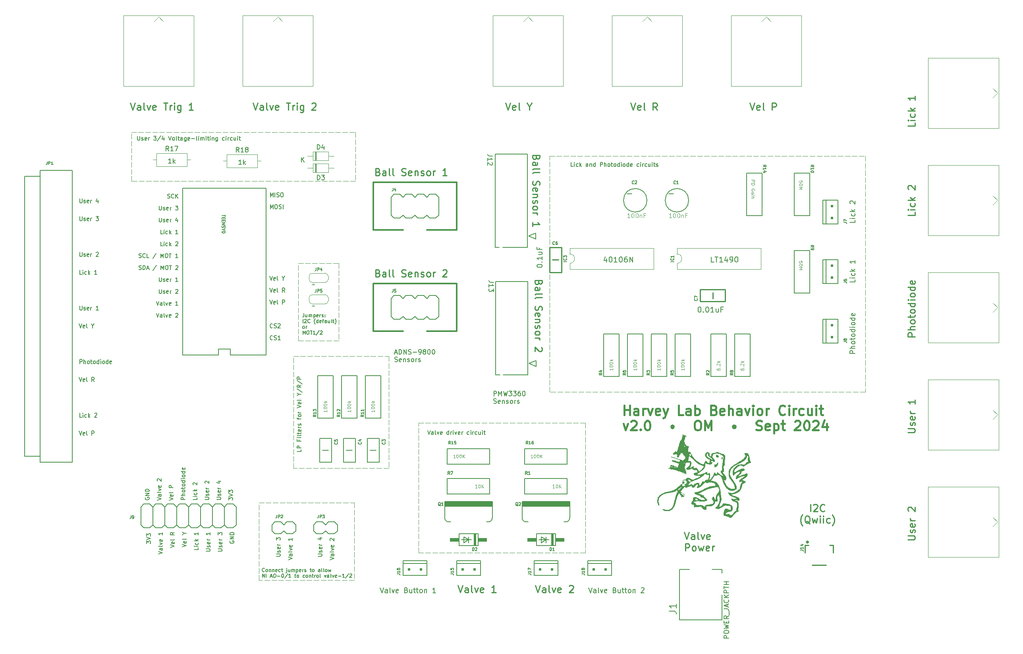
<source format=gbr>
%TF.GenerationSoftware,KiCad,Pcbnew,8.0.5*%
%TF.CreationDate,2024-09-30T14:32:55-04:00*%
%TF.ProjectId,HarveyBehaviorPCB_v2,48617276-6579-4426-9568-6176696f7250,rev?*%
%TF.SameCoordinates,Original*%
%TF.FileFunction,Legend,Top*%
%TF.FilePolarity,Positive*%
%FSLAX46Y46*%
G04 Gerber Fmt 4.6, Leading zero omitted, Abs format (unit mm)*
G04 Created by KiCad (PCBNEW 8.0.5) date 2024-09-30 14:32:55*
%MOMM*%
%LPD*%
G01*
G04 APERTURE LIST*
%ADD10C,0.152400*%
%ADD11C,0.100000*%
%ADD12C,0.304800*%
%ADD13C,0.266700*%
%ADD14C,0.127000*%
%ADD15C,0.190500*%
%ADD16C,0.150000*%
%ADD17C,0.101600*%
%ADD18C,0.381000*%
%ADD19C,0.121920*%
%ADD20C,0.103632*%
%ADD21C,0.120000*%
%ADD22C,0.203200*%
%ADD23C,0.000000*%
%ADD24C,0.254000*%
%ADD25C,0.398780*%
G04 APERTURE END LIST*
D10*
X48565882Y-61760787D02*
X48565882Y-62459892D01*
X48565882Y-62459892D02*
X48607005Y-62542140D01*
X48607005Y-62542140D02*
X48648129Y-62583264D01*
X48648129Y-62583264D02*
X48730377Y-62624387D01*
X48730377Y-62624387D02*
X48894872Y-62624387D01*
X48894872Y-62624387D02*
X48977120Y-62583264D01*
X48977120Y-62583264D02*
X49018243Y-62542140D01*
X49018243Y-62542140D02*
X49059367Y-62459892D01*
X49059367Y-62459892D02*
X49059367Y-61760787D01*
X49429482Y-62583264D02*
X49511729Y-62624387D01*
X49511729Y-62624387D02*
X49676225Y-62624387D01*
X49676225Y-62624387D02*
X49758472Y-62583264D01*
X49758472Y-62583264D02*
X49799596Y-62501016D01*
X49799596Y-62501016D02*
X49799596Y-62459892D01*
X49799596Y-62459892D02*
X49758472Y-62377644D01*
X49758472Y-62377644D02*
X49676225Y-62336521D01*
X49676225Y-62336521D02*
X49552853Y-62336521D01*
X49552853Y-62336521D02*
X49470606Y-62295397D01*
X49470606Y-62295397D02*
X49429482Y-62213149D01*
X49429482Y-62213149D02*
X49429482Y-62172025D01*
X49429482Y-62172025D02*
X49470606Y-62089778D01*
X49470606Y-62089778D02*
X49552853Y-62048654D01*
X49552853Y-62048654D02*
X49676225Y-62048654D01*
X49676225Y-62048654D02*
X49758472Y-62089778D01*
X50498701Y-62583264D02*
X50416453Y-62624387D01*
X50416453Y-62624387D02*
X50251958Y-62624387D01*
X50251958Y-62624387D02*
X50169711Y-62583264D01*
X50169711Y-62583264D02*
X50128587Y-62501016D01*
X50128587Y-62501016D02*
X50128587Y-62172025D01*
X50128587Y-62172025D02*
X50169711Y-62089778D01*
X50169711Y-62089778D02*
X50251958Y-62048654D01*
X50251958Y-62048654D02*
X50416453Y-62048654D01*
X50416453Y-62048654D02*
X50498701Y-62089778D01*
X50498701Y-62089778D02*
X50539825Y-62172025D01*
X50539825Y-62172025D02*
X50539825Y-62254273D01*
X50539825Y-62254273D02*
X50128587Y-62336521D01*
X50909940Y-62624387D02*
X50909940Y-62048654D01*
X50909940Y-62213149D02*
X50951063Y-62130902D01*
X50951063Y-62130902D02*
X50992187Y-62089778D01*
X50992187Y-62089778D02*
X51074435Y-62048654D01*
X51074435Y-62048654D02*
X51156682Y-62048654D01*
X52020283Y-61760787D02*
X52554892Y-61760787D01*
X52554892Y-61760787D02*
X52267026Y-62089778D01*
X52267026Y-62089778D02*
X52390397Y-62089778D01*
X52390397Y-62089778D02*
X52472645Y-62130902D01*
X52472645Y-62130902D02*
X52513769Y-62172025D01*
X52513769Y-62172025D02*
X52554892Y-62254273D01*
X52554892Y-62254273D02*
X52554892Y-62459892D01*
X52554892Y-62459892D02*
X52513769Y-62542140D01*
X52513769Y-62542140D02*
X52472645Y-62583264D01*
X52472645Y-62583264D02*
X52390397Y-62624387D01*
X52390397Y-62624387D02*
X52143654Y-62624387D01*
X52143654Y-62624387D02*
X52061407Y-62583264D01*
X52061407Y-62583264D02*
X52020283Y-62542140D01*
X53541864Y-61719664D02*
X52801635Y-62830006D01*
X54199845Y-62048654D02*
X54199845Y-62624387D01*
X53994226Y-61719664D02*
X53788607Y-62336521D01*
X53788607Y-62336521D02*
X54323216Y-62336521D01*
X55186816Y-61760787D02*
X55474683Y-62624387D01*
X55474683Y-62624387D02*
X55762549Y-61760787D01*
X56173788Y-62624387D02*
X56091540Y-62583264D01*
X56091540Y-62583264D02*
X56050417Y-62542140D01*
X56050417Y-62542140D02*
X56009293Y-62459892D01*
X56009293Y-62459892D02*
X56009293Y-62213149D01*
X56009293Y-62213149D02*
X56050417Y-62130902D01*
X56050417Y-62130902D02*
X56091540Y-62089778D01*
X56091540Y-62089778D02*
X56173788Y-62048654D01*
X56173788Y-62048654D02*
X56297159Y-62048654D01*
X56297159Y-62048654D02*
X56379407Y-62089778D01*
X56379407Y-62089778D02*
X56420531Y-62130902D01*
X56420531Y-62130902D02*
X56461655Y-62213149D01*
X56461655Y-62213149D02*
X56461655Y-62459892D01*
X56461655Y-62459892D02*
X56420531Y-62542140D01*
X56420531Y-62542140D02*
X56379407Y-62583264D01*
X56379407Y-62583264D02*
X56297159Y-62624387D01*
X56297159Y-62624387D02*
X56173788Y-62624387D01*
X56955140Y-62624387D02*
X56872892Y-62583264D01*
X56872892Y-62583264D02*
X56831769Y-62501016D01*
X56831769Y-62501016D02*
X56831769Y-61760787D01*
X57160759Y-62048654D02*
X57489750Y-62048654D01*
X57284131Y-61760787D02*
X57284131Y-62501016D01*
X57284131Y-62501016D02*
X57325254Y-62583264D01*
X57325254Y-62583264D02*
X57407502Y-62624387D01*
X57407502Y-62624387D02*
X57489750Y-62624387D01*
X58147731Y-62624387D02*
X58147731Y-62172025D01*
X58147731Y-62172025D02*
X58106607Y-62089778D01*
X58106607Y-62089778D02*
X58024359Y-62048654D01*
X58024359Y-62048654D02*
X57859864Y-62048654D01*
X57859864Y-62048654D02*
X57777617Y-62089778D01*
X58147731Y-62583264D02*
X58065483Y-62624387D01*
X58065483Y-62624387D02*
X57859864Y-62624387D01*
X57859864Y-62624387D02*
X57777617Y-62583264D01*
X57777617Y-62583264D02*
X57736493Y-62501016D01*
X57736493Y-62501016D02*
X57736493Y-62418768D01*
X57736493Y-62418768D02*
X57777617Y-62336521D01*
X57777617Y-62336521D02*
X57859864Y-62295397D01*
X57859864Y-62295397D02*
X58065483Y-62295397D01*
X58065483Y-62295397D02*
X58147731Y-62254273D01*
X58929083Y-62048654D02*
X58929083Y-62747759D01*
X58929083Y-62747759D02*
X58887959Y-62830006D01*
X58887959Y-62830006D02*
X58846835Y-62871130D01*
X58846835Y-62871130D02*
X58764588Y-62912254D01*
X58764588Y-62912254D02*
X58641216Y-62912254D01*
X58641216Y-62912254D02*
X58558969Y-62871130D01*
X58929083Y-62583264D02*
X58846835Y-62624387D01*
X58846835Y-62624387D02*
X58682340Y-62624387D01*
X58682340Y-62624387D02*
X58600092Y-62583264D01*
X58600092Y-62583264D02*
X58558969Y-62542140D01*
X58558969Y-62542140D02*
X58517845Y-62459892D01*
X58517845Y-62459892D02*
X58517845Y-62213149D01*
X58517845Y-62213149D02*
X58558969Y-62130902D01*
X58558969Y-62130902D02*
X58600092Y-62089778D01*
X58600092Y-62089778D02*
X58682340Y-62048654D01*
X58682340Y-62048654D02*
X58846835Y-62048654D01*
X58846835Y-62048654D02*
X58929083Y-62089778D01*
X59669311Y-62583264D02*
X59587063Y-62624387D01*
X59587063Y-62624387D02*
X59422568Y-62624387D01*
X59422568Y-62624387D02*
X59340321Y-62583264D01*
X59340321Y-62583264D02*
X59299197Y-62501016D01*
X59299197Y-62501016D02*
X59299197Y-62172025D01*
X59299197Y-62172025D02*
X59340321Y-62089778D01*
X59340321Y-62089778D02*
X59422568Y-62048654D01*
X59422568Y-62048654D02*
X59587063Y-62048654D01*
X59587063Y-62048654D02*
X59669311Y-62089778D01*
X59669311Y-62089778D02*
X59710435Y-62172025D01*
X59710435Y-62172025D02*
X59710435Y-62254273D01*
X59710435Y-62254273D02*
X59299197Y-62336521D01*
X60080550Y-62295397D02*
X60738531Y-62295397D01*
X61273140Y-62624387D02*
X61190892Y-62583264D01*
X61190892Y-62583264D02*
X61149769Y-62501016D01*
X61149769Y-62501016D02*
X61149769Y-61760787D01*
X61602131Y-62624387D02*
X61602131Y-62048654D01*
X61602131Y-61760787D02*
X61561007Y-61801911D01*
X61561007Y-61801911D02*
X61602131Y-61843035D01*
X61602131Y-61843035D02*
X61643254Y-61801911D01*
X61643254Y-61801911D02*
X61602131Y-61760787D01*
X61602131Y-61760787D02*
X61602131Y-61843035D01*
X62013369Y-62624387D02*
X62013369Y-62048654D01*
X62013369Y-62130902D02*
X62054492Y-62089778D01*
X62054492Y-62089778D02*
X62136740Y-62048654D01*
X62136740Y-62048654D02*
X62260111Y-62048654D01*
X62260111Y-62048654D02*
X62342359Y-62089778D01*
X62342359Y-62089778D02*
X62383483Y-62172025D01*
X62383483Y-62172025D02*
X62383483Y-62624387D01*
X62383483Y-62172025D02*
X62424607Y-62089778D01*
X62424607Y-62089778D02*
X62506854Y-62048654D01*
X62506854Y-62048654D02*
X62630226Y-62048654D01*
X62630226Y-62048654D02*
X62712473Y-62089778D01*
X62712473Y-62089778D02*
X62753597Y-62172025D01*
X62753597Y-62172025D02*
X62753597Y-62624387D01*
X63164836Y-62624387D02*
X63164836Y-62048654D01*
X63164836Y-61760787D02*
X63123712Y-61801911D01*
X63123712Y-61801911D02*
X63164836Y-61843035D01*
X63164836Y-61843035D02*
X63205959Y-61801911D01*
X63205959Y-61801911D02*
X63164836Y-61760787D01*
X63164836Y-61760787D02*
X63164836Y-61843035D01*
X63452702Y-62048654D02*
X63781693Y-62048654D01*
X63576074Y-61760787D02*
X63576074Y-62501016D01*
X63576074Y-62501016D02*
X63617197Y-62583264D01*
X63617197Y-62583264D02*
X63699445Y-62624387D01*
X63699445Y-62624387D02*
X63781693Y-62624387D01*
X64069560Y-62624387D02*
X64069560Y-62048654D01*
X64069560Y-61760787D02*
X64028436Y-61801911D01*
X64028436Y-61801911D02*
X64069560Y-61843035D01*
X64069560Y-61843035D02*
X64110683Y-61801911D01*
X64110683Y-61801911D02*
X64069560Y-61760787D01*
X64069560Y-61760787D02*
X64069560Y-61843035D01*
X64480798Y-62048654D02*
X64480798Y-62624387D01*
X64480798Y-62130902D02*
X64521921Y-62089778D01*
X64521921Y-62089778D02*
X64604169Y-62048654D01*
X64604169Y-62048654D02*
X64727540Y-62048654D01*
X64727540Y-62048654D02*
X64809788Y-62089778D01*
X64809788Y-62089778D02*
X64850912Y-62172025D01*
X64850912Y-62172025D02*
X64850912Y-62624387D01*
X65632264Y-62048654D02*
X65632264Y-62747759D01*
X65632264Y-62747759D02*
X65591140Y-62830006D01*
X65591140Y-62830006D02*
X65550016Y-62871130D01*
X65550016Y-62871130D02*
X65467769Y-62912254D01*
X65467769Y-62912254D02*
X65344397Y-62912254D01*
X65344397Y-62912254D02*
X65262150Y-62871130D01*
X65632264Y-62583264D02*
X65550016Y-62624387D01*
X65550016Y-62624387D02*
X65385521Y-62624387D01*
X65385521Y-62624387D02*
X65303273Y-62583264D01*
X65303273Y-62583264D02*
X65262150Y-62542140D01*
X65262150Y-62542140D02*
X65221026Y-62459892D01*
X65221026Y-62459892D02*
X65221026Y-62213149D01*
X65221026Y-62213149D02*
X65262150Y-62130902D01*
X65262150Y-62130902D02*
X65303273Y-62089778D01*
X65303273Y-62089778D02*
X65385521Y-62048654D01*
X65385521Y-62048654D02*
X65550016Y-62048654D01*
X65550016Y-62048654D02*
X65632264Y-62089778D01*
X67071597Y-62583264D02*
X66989349Y-62624387D01*
X66989349Y-62624387D02*
X66824854Y-62624387D01*
X66824854Y-62624387D02*
X66742606Y-62583264D01*
X66742606Y-62583264D02*
X66701483Y-62542140D01*
X66701483Y-62542140D02*
X66660359Y-62459892D01*
X66660359Y-62459892D02*
X66660359Y-62213149D01*
X66660359Y-62213149D02*
X66701483Y-62130902D01*
X66701483Y-62130902D02*
X66742606Y-62089778D01*
X66742606Y-62089778D02*
X66824854Y-62048654D01*
X66824854Y-62048654D02*
X66989349Y-62048654D01*
X66989349Y-62048654D02*
X67071597Y-62089778D01*
X67441712Y-62624387D02*
X67441712Y-62048654D01*
X67441712Y-61760787D02*
X67400588Y-61801911D01*
X67400588Y-61801911D02*
X67441712Y-61843035D01*
X67441712Y-61843035D02*
X67482835Y-61801911D01*
X67482835Y-61801911D02*
X67441712Y-61760787D01*
X67441712Y-61760787D02*
X67441712Y-61843035D01*
X67852950Y-62624387D02*
X67852950Y-62048654D01*
X67852950Y-62213149D02*
X67894073Y-62130902D01*
X67894073Y-62130902D02*
X67935197Y-62089778D01*
X67935197Y-62089778D02*
X68017445Y-62048654D01*
X68017445Y-62048654D02*
X68099692Y-62048654D01*
X68757674Y-62583264D02*
X68675426Y-62624387D01*
X68675426Y-62624387D02*
X68510931Y-62624387D01*
X68510931Y-62624387D02*
X68428683Y-62583264D01*
X68428683Y-62583264D02*
X68387560Y-62542140D01*
X68387560Y-62542140D02*
X68346436Y-62459892D01*
X68346436Y-62459892D02*
X68346436Y-62213149D01*
X68346436Y-62213149D02*
X68387560Y-62130902D01*
X68387560Y-62130902D02*
X68428683Y-62089778D01*
X68428683Y-62089778D02*
X68510931Y-62048654D01*
X68510931Y-62048654D02*
X68675426Y-62048654D01*
X68675426Y-62048654D02*
X68757674Y-62089778D01*
X69497903Y-62048654D02*
X69497903Y-62624387D01*
X69127789Y-62048654D02*
X69127789Y-62501016D01*
X69127789Y-62501016D02*
X69168912Y-62583264D01*
X69168912Y-62583264D02*
X69251160Y-62624387D01*
X69251160Y-62624387D02*
X69374531Y-62624387D01*
X69374531Y-62624387D02*
X69456779Y-62583264D01*
X69456779Y-62583264D02*
X69497903Y-62542140D01*
X69909141Y-62624387D02*
X69909141Y-62048654D01*
X69909141Y-61760787D02*
X69868017Y-61801911D01*
X69868017Y-61801911D02*
X69909141Y-61843035D01*
X69909141Y-61843035D02*
X69950264Y-61801911D01*
X69950264Y-61801911D02*
X69909141Y-61760787D01*
X69909141Y-61760787D02*
X69909141Y-61843035D01*
X70197007Y-62048654D02*
X70525998Y-62048654D01*
X70320379Y-61760787D02*
X70320379Y-62501016D01*
X70320379Y-62501016D02*
X70361502Y-62583264D01*
X70361502Y-62583264D02*
X70443750Y-62624387D01*
X70443750Y-62624387D02*
X70525998Y-62624387D01*
D11*
X47244000Y-60960000D02*
X48344000Y-60960000D01*
X48744000Y-60960000D02*
X49844000Y-60960000D01*
X50244000Y-60960000D02*
X51344000Y-60960000D01*
X51744000Y-60960000D02*
X52844000Y-60960000D01*
X53244000Y-60960000D02*
X54344000Y-60960000D01*
X54744000Y-60960000D02*
X55844000Y-60960000D01*
X56244000Y-60960000D02*
X57344000Y-60960000D01*
X57744000Y-60960000D02*
X58844000Y-60960000D01*
X59244000Y-60960000D02*
X60344000Y-60960000D01*
X60744000Y-60960000D02*
X61844000Y-60960000D01*
X62244000Y-60960000D02*
X63344000Y-60960000D01*
X63744000Y-60960000D02*
X64844000Y-60960000D01*
X65244000Y-60960000D02*
X66344000Y-60960000D01*
X66744000Y-60960000D02*
X67844000Y-60960000D01*
X68244000Y-60960000D02*
X69344000Y-60960000D01*
X69744000Y-60960000D02*
X70844000Y-60960000D01*
X71244000Y-60960000D02*
X72344000Y-60960000D01*
X72744000Y-60960000D02*
X73844000Y-60960000D01*
X74244000Y-60960000D02*
X75344000Y-60960000D01*
X75744000Y-60960000D02*
X76844000Y-60960000D01*
X77244000Y-60960000D02*
X78344000Y-60960000D01*
X78744000Y-60960000D02*
X79844000Y-60960000D01*
X80244000Y-60960000D02*
X81344000Y-60960000D01*
X81744000Y-60960000D02*
X82844000Y-60960000D01*
X83244000Y-60960000D02*
X84344000Y-60960000D01*
X84744000Y-60960000D02*
X85844000Y-60960000D01*
X86244000Y-60960000D02*
X87344000Y-60960000D01*
X87744000Y-60960000D02*
X88844000Y-60960000D01*
X89244000Y-60960000D02*
X90344000Y-60960000D01*
X90744000Y-60960000D02*
X91844000Y-60960000D01*
X92244000Y-60960000D02*
X93344000Y-60960000D01*
X93744000Y-60960000D02*
X94844000Y-60960000D01*
X94996000Y-60960000D02*
X94996000Y-62060000D01*
X94996000Y-62460000D02*
X94996000Y-63560000D01*
X94996000Y-63960000D02*
X94996000Y-65060000D01*
X94996000Y-65460000D02*
X94996000Y-66560000D01*
X94996000Y-66960000D02*
X94996000Y-68060000D01*
X94996000Y-68460000D02*
X94996000Y-69560000D01*
X94996000Y-69960000D02*
X94996000Y-71060000D01*
X94996000Y-71374000D02*
X93896000Y-71374000D01*
X93496000Y-71374000D02*
X92396000Y-71374000D01*
X91996000Y-71374000D02*
X90896000Y-71374000D01*
X90496000Y-71374000D02*
X89396000Y-71374000D01*
X88996000Y-71374000D02*
X87896000Y-71374000D01*
X87496000Y-71374000D02*
X86396000Y-71374000D01*
X85996000Y-71374000D02*
X84896000Y-71374000D01*
X84496000Y-71374000D02*
X83396000Y-71374000D01*
X82996000Y-71374000D02*
X81896000Y-71374000D01*
X81496000Y-71374000D02*
X80396000Y-71374000D01*
X79996000Y-71374000D02*
X78896000Y-71374000D01*
X78496000Y-71374000D02*
X77396000Y-71374000D01*
X76996000Y-71374000D02*
X75896000Y-71374000D01*
X75496000Y-71374000D02*
X74396000Y-71374000D01*
X73996000Y-71374000D02*
X72896000Y-71374000D01*
X72496000Y-71374000D02*
X71396000Y-71374000D01*
X70996000Y-71374000D02*
X69896000Y-71374000D01*
X69496000Y-71374000D02*
X68396000Y-71374000D01*
X67996000Y-71374000D02*
X66896000Y-71374000D01*
X66496000Y-71374000D02*
X65396000Y-71374000D01*
X64996000Y-71374000D02*
X63896000Y-71374000D01*
X63496000Y-71374000D02*
X62396000Y-71374000D01*
X61996000Y-71374000D02*
X60896000Y-71374000D01*
X60496000Y-71374000D02*
X59396000Y-71374000D01*
X58996000Y-71374000D02*
X57896000Y-71374000D01*
X57496000Y-71374000D02*
X56396000Y-71374000D01*
X55996000Y-71374000D02*
X54896000Y-71374000D01*
X54496000Y-71374000D02*
X53396000Y-71374000D01*
X52996000Y-71374000D02*
X51896000Y-71374000D01*
X51496000Y-71374000D02*
X50396000Y-71374000D01*
X49996000Y-71374000D02*
X48896000Y-71374000D01*
X48496000Y-71374000D02*
X47396000Y-71374000D01*
X47244000Y-71374000D02*
X47244000Y-70274000D01*
X47244000Y-69874000D02*
X47244000Y-68774000D01*
X47244000Y-68374000D02*
X47244000Y-67274000D01*
X47244000Y-66874000D02*
X47244000Y-65774000D01*
X47244000Y-65374000D02*
X47244000Y-64274000D01*
X47244000Y-63874000D02*
X47244000Y-62774000D01*
X47244000Y-62374000D02*
X47244000Y-61274000D01*
D10*
X141433120Y-68212387D02*
X141021882Y-68212387D01*
X141021882Y-68212387D02*
X141021882Y-67348787D01*
X141720987Y-68212387D02*
X141720987Y-67636654D01*
X141720987Y-67348787D02*
X141679863Y-67389911D01*
X141679863Y-67389911D02*
X141720987Y-67431035D01*
X141720987Y-67431035D02*
X141762110Y-67389911D01*
X141762110Y-67389911D02*
X141720987Y-67348787D01*
X141720987Y-67348787D02*
X141720987Y-67431035D01*
X142502339Y-68171264D02*
X142420091Y-68212387D01*
X142420091Y-68212387D02*
X142255596Y-68212387D01*
X142255596Y-68212387D02*
X142173348Y-68171264D01*
X142173348Y-68171264D02*
X142132225Y-68130140D01*
X142132225Y-68130140D02*
X142091101Y-68047892D01*
X142091101Y-68047892D02*
X142091101Y-67801149D01*
X142091101Y-67801149D02*
X142132225Y-67718902D01*
X142132225Y-67718902D02*
X142173348Y-67677778D01*
X142173348Y-67677778D02*
X142255596Y-67636654D01*
X142255596Y-67636654D02*
X142420091Y-67636654D01*
X142420091Y-67636654D02*
X142502339Y-67677778D01*
X142872454Y-68212387D02*
X142872454Y-67348787D01*
X142954701Y-67883397D02*
X143201444Y-68212387D01*
X143201444Y-67636654D02*
X142872454Y-67965644D01*
X144599654Y-68212387D02*
X144599654Y-67760025D01*
X144599654Y-67760025D02*
X144558530Y-67677778D01*
X144558530Y-67677778D02*
X144476282Y-67636654D01*
X144476282Y-67636654D02*
X144311787Y-67636654D01*
X144311787Y-67636654D02*
X144229540Y-67677778D01*
X144599654Y-68171264D02*
X144517406Y-68212387D01*
X144517406Y-68212387D02*
X144311787Y-68212387D01*
X144311787Y-68212387D02*
X144229540Y-68171264D01*
X144229540Y-68171264D02*
X144188416Y-68089016D01*
X144188416Y-68089016D02*
X144188416Y-68006768D01*
X144188416Y-68006768D02*
X144229540Y-67924521D01*
X144229540Y-67924521D02*
X144311787Y-67883397D01*
X144311787Y-67883397D02*
X144517406Y-67883397D01*
X144517406Y-67883397D02*
X144599654Y-67842273D01*
X145010892Y-67636654D02*
X145010892Y-68212387D01*
X145010892Y-67718902D02*
X145052015Y-67677778D01*
X145052015Y-67677778D02*
X145134263Y-67636654D01*
X145134263Y-67636654D02*
X145257634Y-67636654D01*
X145257634Y-67636654D02*
X145339882Y-67677778D01*
X145339882Y-67677778D02*
X145381006Y-67760025D01*
X145381006Y-67760025D02*
X145381006Y-68212387D01*
X146162358Y-68212387D02*
X146162358Y-67348787D01*
X146162358Y-68171264D02*
X146080110Y-68212387D01*
X146080110Y-68212387D02*
X145915615Y-68212387D01*
X145915615Y-68212387D02*
X145833367Y-68171264D01*
X145833367Y-68171264D02*
X145792244Y-68130140D01*
X145792244Y-68130140D02*
X145751120Y-68047892D01*
X145751120Y-68047892D02*
X145751120Y-67801149D01*
X145751120Y-67801149D02*
X145792244Y-67718902D01*
X145792244Y-67718902D02*
X145833367Y-67677778D01*
X145833367Y-67677778D02*
X145915615Y-67636654D01*
X145915615Y-67636654D02*
X146080110Y-67636654D01*
X146080110Y-67636654D02*
X146162358Y-67677778D01*
X147231577Y-68212387D02*
X147231577Y-67348787D01*
X147231577Y-67348787D02*
X147560567Y-67348787D01*
X147560567Y-67348787D02*
X147642815Y-67389911D01*
X147642815Y-67389911D02*
X147683938Y-67431035D01*
X147683938Y-67431035D02*
X147725062Y-67513283D01*
X147725062Y-67513283D02*
X147725062Y-67636654D01*
X147725062Y-67636654D02*
X147683938Y-67718902D01*
X147683938Y-67718902D02*
X147642815Y-67760025D01*
X147642815Y-67760025D02*
X147560567Y-67801149D01*
X147560567Y-67801149D02*
X147231577Y-67801149D01*
X148095177Y-68212387D02*
X148095177Y-67348787D01*
X148465291Y-68212387D02*
X148465291Y-67760025D01*
X148465291Y-67760025D02*
X148424167Y-67677778D01*
X148424167Y-67677778D02*
X148341919Y-67636654D01*
X148341919Y-67636654D02*
X148218548Y-67636654D01*
X148218548Y-67636654D02*
X148136300Y-67677778D01*
X148136300Y-67677778D02*
X148095177Y-67718902D01*
X148999900Y-68212387D02*
X148917652Y-68171264D01*
X148917652Y-68171264D02*
X148876529Y-68130140D01*
X148876529Y-68130140D02*
X148835405Y-68047892D01*
X148835405Y-68047892D02*
X148835405Y-67801149D01*
X148835405Y-67801149D02*
X148876529Y-67718902D01*
X148876529Y-67718902D02*
X148917652Y-67677778D01*
X148917652Y-67677778D02*
X148999900Y-67636654D01*
X148999900Y-67636654D02*
X149123271Y-67636654D01*
X149123271Y-67636654D02*
X149205519Y-67677778D01*
X149205519Y-67677778D02*
X149246643Y-67718902D01*
X149246643Y-67718902D02*
X149287767Y-67801149D01*
X149287767Y-67801149D02*
X149287767Y-68047892D01*
X149287767Y-68047892D02*
X149246643Y-68130140D01*
X149246643Y-68130140D02*
X149205519Y-68171264D01*
X149205519Y-68171264D02*
X149123271Y-68212387D01*
X149123271Y-68212387D02*
X148999900Y-68212387D01*
X149534509Y-67636654D02*
X149863500Y-67636654D01*
X149657881Y-67348787D02*
X149657881Y-68089016D01*
X149657881Y-68089016D02*
X149699004Y-68171264D01*
X149699004Y-68171264D02*
X149781252Y-68212387D01*
X149781252Y-68212387D02*
X149863500Y-68212387D01*
X150274738Y-68212387D02*
X150192490Y-68171264D01*
X150192490Y-68171264D02*
X150151367Y-68130140D01*
X150151367Y-68130140D02*
X150110243Y-68047892D01*
X150110243Y-68047892D02*
X150110243Y-67801149D01*
X150110243Y-67801149D02*
X150151367Y-67718902D01*
X150151367Y-67718902D02*
X150192490Y-67677778D01*
X150192490Y-67677778D02*
X150274738Y-67636654D01*
X150274738Y-67636654D02*
X150398109Y-67636654D01*
X150398109Y-67636654D02*
X150480357Y-67677778D01*
X150480357Y-67677778D02*
X150521481Y-67718902D01*
X150521481Y-67718902D02*
X150562605Y-67801149D01*
X150562605Y-67801149D02*
X150562605Y-68047892D01*
X150562605Y-68047892D02*
X150521481Y-68130140D01*
X150521481Y-68130140D02*
X150480357Y-68171264D01*
X150480357Y-68171264D02*
X150398109Y-68212387D01*
X150398109Y-68212387D02*
X150274738Y-68212387D01*
X151302833Y-68212387D02*
X151302833Y-67348787D01*
X151302833Y-68171264D02*
X151220585Y-68212387D01*
X151220585Y-68212387D02*
X151056090Y-68212387D01*
X151056090Y-68212387D02*
X150973842Y-68171264D01*
X150973842Y-68171264D02*
X150932719Y-68130140D01*
X150932719Y-68130140D02*
X150891595Y-68047892D01*
X150891595Y-68047892D02*
X150891595Y-67801149D01*
X150891595Y-67801149D02*
X150932719Y-67718902D01*
X150932719Y-67718902D02*
X150973842Y-67677778D01*
X150973842Y-67677778D02*
X151056090Y-67636654D01*
X151056090Y-67636654D02*
X151220585Y-67636654D01*
X151220585Y-67636654D02*
X151302833Y-67677778D01*
X151714071Y-68212387D02*
X151714071Y-67636654D01*
X151714071Y-67348787D02*
X151672947Y-67389911D01*
X151672947Y-67389911D02*
X151714071Y-67431035D01*
X151714071Y-67431035D02*
X151755194Y-67389911D01*
X151755194Y-67389911D02*
X151714071Y-67348787D01*
X151714071Y-67348787D02*
X151714071Y-67431035D01*
X152248680Y-68212387D02*
X152166432Y-68171264D01*
X152166432Y-68171264D02*
X152125309Y-68130140D01*
X152125309Y-68130140D02*
X152084185Y-68047892D01*
X152084185Y-68047892D02*
X152084185Y-67801149D01*
X152084185Y-67801149D02*
X152125309Y-67718902D01*
X152125309Y-67718902D02*
X152166432Y-67677778D01*
X152166432Y-67677778D02*
X152248680Y-67636654D01*
X152248680Y-67636654D02*
X152372051Y-67636654D01*
X152372051Y-67636654D02*
X152454299Y-67677778D01*
X152454299Y-67677778D02*
X152495423Y-67718902D01*
X152495423Y-67718902D02*
X152536547Y-67801149D01*
X152536547Y-67801149D02*
X152536547Y-68047892D01*
X152536547Y-68047892D02*
X152495423Y-68130140D01*
X152495423Y-68130140D02*
X152454299Y-68171264D01*
X152454299Y-68171264D02*
X152372051Y-68212387D01*
X152372051Y-68212387D02*
X152248680Y-68212387D01*
X153276775Y-68212387D02*
X153276775Y-67348787D01*
X153276775Y-68171264D02*
X153194527Y-68212387D01*
X153194527Y-68212387D02*
X153030032Y-68212387D01*
X153030032Y-68212387D02*
X152947784Y-68171264D01*
X152947784Y-68171264D02*
X152906661Y-68130140D01*
X152906661Y-68130140D02*
X152865537Y-68047892D01*
X152865537Y-68047892D02*
X152865537Y-67801149D01*
X152865537Y-67801149D02*
X152906661Y-67718902D01*
X152906661Y-67718902D02*
X152947784Y-67677778D01*
X152947784Y-67677778D02*
X153030032Y-67636654D01*
X153030032Y-67636654D02*
X153194527Y-67636654D01*
X153194527Y-67636654D02*
X153276775Y-67677778D01*
X154017003Y-68171264D02*
X153934755Y-68212387D01*
X153934755Y-68212387D02*
X153770260Y-68212387D01*
X153770260Y-68212387D02*
X153688013Y-68171264D01*
X153688013Y-68171264D02*
X153646889Y-68089016D01*
X153646889Y-68089016D02*
X153646889Y-67760025D01*
X153646889Y-67760025D02*
X153688013Y-67677778D01*
X153688013Y-67677778D02*
X153770260Y-67636654D01*
X153770260Y-67636654D02*
X153934755Y-67636654D01*
X153934755Y-67636654D02*
X154017003Y-67677778D01*
X154017003Y-67677778D02*
X154058127Y-67760025D01*
X154058127Y-67760025D02*
X154058127Y-67842273D01*
X154058127Y-67842273D02*
X153646889Y-67924521D01*
X155456337Y-68171264D02*
X155374089Y-68212387D01*
X155374089Y-68212387D02*
X155209594Y-68212387D01*
X155209594Y-68212387D02*
X155127346Y-68171264D01*
X155127346Y-68171264D02*
X155086223Y-68130140D01*
X155086223Y-68130140D02*
X155045099Y-68047892D01*
X155045099Y-68047892D02*
X155045099Y-67801149D01*
X155045099Y-67801149D02*
X155086223Y-67718902D01*
X155086223Y-67718902D02*
X155127346Y-67677778D01*
X155127346Y-67677778D02*
X155209594Y-67636654D01*
X155209594Y-67636654D02*
X155374089Y-67636654D01*
X155374089Y-67636654D02*
X155456337Y-67677778D01*
X155826452Y-68212387D02*
X155826452Y-67636654D01*
X155826452Y-67348787D02*
X155785328Y-67389911D01*
X155785328Y-67389911D02*
X155826452Y-67431035D01*
X155826452Y-67431035D02*
X155867575Y-67389911D01*
X155867575Y-67389911D02*
X155826452Y-67348787D01*
X155826452Y-67348787D02*
X155826452Y-67431035D01*
X156237690Y-68212387D02*
X156237690Y-67636654D01*
X156237690Y-67801149D02*
X156278813Y-67718902D01*
X156278813Y-67718902D02*
X156319937Y-67677778D01*
X156319937Y-67677778D02*
X156402185Y-67636654D01*
X156402185Y-67636654D02*
X156484432Y-67636654D01*
X157142414Y-68171264D02*
X157060166Y-68212387D01*
X157060166Y-68212387D02*
X156895671Y-68212387D01*
X156895671Y-68212387D02*
X156813423Y-68171264D01*
X156813423Y-68171264D02*
X156772300Y-68130140D01*
X156772300Y-68130140D02*
X156731176Y-68047892D01*
X156731176Y-68047892D02*
X156731176Y-67801149D01*
X156731176Y-67801149D02*
X156772300Y-67718902D01*
X156772300Y-67718902D02*
X156813423Y-67677778D01*
X156813423Y-67677778D02*
X156895671Y-67636654D01*
X156895671Y-67636654D02*
X157060166Y-67636654D01*
X157060166Y-67636654D02*
X157142414Y-67677778D01*
X157882643Y-67636654D02*
X157882643Y-68212387D01*
X157512529Y-67636654D02*
X157512529Y-68089016D01*
X157512529Y-68089016D02*
X157553652Y-68171264D01*
X157553652Y-68171264D02*
X157635900Y-68212387D01*
X157635900Y-68212387D02*
X157759271Y-68212387D01*
X157759271Y-68212387D02*
X157841519Y-68171264D01*
X157841519Y-68171264D02*
X157882643Y-68130140D01*
X158293881Y-68212387D02*
X158293881Y-67636654D01*
X158293881Y-67348787D02*
X158252757Y-67389911D01*
X158252757Y-67389911D02*
X158293881Y-67431035D01*
X158293881Y-67431035D02*
X158335004Y-67389911D01*
X158335004Y-67389911D02*
X158293881Y-67348787D01*
X158293881Y-67348787D02*
X158293881Y-67431035D01*
X158581747Y-67636654D02*
X158910738Y-67636654D01*
X158705119Y-67348787D02*
X158705119Y-68089016D01*
X158705119Y-68089016D02*
X158746242Y-68171264D01*
X158746242Y-68171264D02*
X158828490Y-68212387D01*
X158828490Y-68212387D02*
X158910738Y-68212387D01*
X159157481Y-68171264D02*
X159239728Y-68212387D01*
X159239728Y-68212387D02*
X159404224Y-68212387D01*
X159404224Y-68212387D02*
X159486471Y-68171264D01*
X159486471Y-68171264D02*
X159527595Y-68089016D01*
X159527595Y-68089016D02*
X159527595Y-68047892D01*
X159527595Y-68047892D02*
X159486471Y-67965644D01*
X159486471Y-67965644D02*
X159404224Y-67924521D01*
X159404224Y-67924521D02*
X159280852Y-67924521D01*
X159280852Y-67924521D02*
X159198605Y-67883397D01*
X159198605Y-67883397D02*
X159157481Y-67801149D01*
X159157481Y-67801149D02*
X159157481Y-67760025D01*
X159157481Y-67760025D02*
X159198605Y-67677778D01*
X159198605Y-67677778D02*
X159280852Y-67636654D01*
X159280852Y-67636654D02*
X159404224Y-67636654D01*
X159404224Y-67636654D02*
X159486471Y-67677778D01*
D11*
X136398000Y-66040000D02*
X137498000Y-66040000D01*
X137898000Y-66040000D02*
X138998000Y-66040000D01*
X139398000Y-66040000D02*
X140498000Y-66040000D01*
X140898000Y-66040000D02*
X141998000Y-66040000D01*
X142398000Y-66040000D02*
X143498000Y-66040000D01*
X143898000Y-66040000D02*
X144998000Y-66040000D01*
X145398000Y-66040000D02*
X146498000Y-66040000D01*
X146898000Y-66040000D02*
X147998000Y-66040000D01*
X148398000Y-66040000D02*
X149498000Y-66040000D01*
X149898000Y-66040000D02*
X150998000Y-66040000D01*
X151398000Y-66040000D02*
X152498000Y-66040000D01*
X152898000Y-66040000D02*
X153998000Y-66040000D01*
X154398000Y-66040000D02*
X155498000Y-66040000D01*
X155898000Y-66040000D02*
X156998000Y-66040000D01*
X157398000Y-66040000D02*
X158498000Y-66040000D01*
X158898000Y-66040000D02*
X159998000Y-66040000D01*
X160398000Y-66040000D02*
X161498000Y-66040000D01*
X161898000Y-66040000D02*
X162998000Y-66040000D01*
X163398000Y-66040000D02*
X164498000Y-66040000D01*
X164898000Y-66040000D02*
X165998000Y-66040000D01*
X166398000Y-66040000D02*
X167498000Y-66040000D01*
X167898000Y-66040000D02*
X168998000Y-66040000D01*
X169398000Y-66040000D02*
X170498000Y-66040000D01*
X170898000Y-66040000D02*
X171998000Y-66040000D01*
X172398000Y-66040000D02*
X173498000Y-66040000D01*
X173898000Y-66040000D02*
X174998000Y-66040000D01*
X175398000Y-66040000D02*
X176498000Y-66040000D01*
X176898000Y-66040000D02*
X177998000Y-66040000D01*
X178398000Y-66040000D02*
X179498000Y-66040000D01*
X179898000Y-66040000D02*
X180998000Y-66040000D01*
X181398000Y-66040000D02*
X182498000Y-66040000D01*
X182898000Y-66040000D02*
X183998000Y-66040000D01*
X184398000Y-66040000D02*
X185498000Y-66040000D01*
X185898000Y-66040000D02*
X186998000Y-66040000D01*
X187398000Y-66040000D02*
X188498000Y-66040000D01*
X188898000Y-66040000D02*
X189998000Y-66040000D01*
X190398000Y-66040000D02*
X191498000Y-66040000D01*
X191898000Y-66040000D02*
X192998000Y-66040000D01*
X193398000Y-66040000D02*
X194498000Y-66040000D01*
X194898000Y-66040000D02*
X195998000Y-66040000D01*
X196398000Y-66040000D02*
X197498000Y-66040000D01*
X197898000Y-66040000D02*
X198998000Y-66040000D01*
X199398000Y-66040000D02*
X200498000Y-66040000D01*
X200898000Y-66040000D02*
X201998000Y-66040000D01*
X202398000Y-66040000D02*
X203498000Y-66040000D01*
X203708000Y-66040000D02*
X203708000Y-67140000D01*
X203708000Y-67540000D02*
X203708000Y-68640000D01*
X203708000Y-69040000D02*
X203708000Y-70140000D01*
X203708000Y-70540000D02*
X203708000Y-71640000D01*
X203708000Y-72040000D02*
X203708000Y-73140000D01*
X203708000Y-73540000D02*
X203708000Y-74640000D01*
X203708000Y-75040000D02*
X203708000Y-76140000D01*
X203708000Y-76540000D02*
X203708000Y-77640000D01*
X203708000Y-78040000D02*
X203708000Y-79140000D01*
X203708000Y-79540000D02*
X203708000Y-80640000D01*
X203708000Y-81040000D02*
X203708000Y-82140000D01*
X203708000Y-82540000D02*
X203708000Y-83640000D01*
X203708000Y-84040000D02*
X203708000Y-85140000D01*
X203708000Y-85540000D02*
X203708000Y-86640000D01*
X203708000Y-87040000D02*
X203708000Y-88140000D01*
X203708000Y-88540000D02*
X203708000Y-89640000D01*
X203708000Y-90040000D02*
X203708000Y-91140000D01*
X203708000Y-91540000D02*
X203708000Y-92640000D01*
X203708000Y-93040000D02*
X203708000Y-94140000D01*
X203708000Y-94540000D02*
X203708000Y-95640000D01*
X203708000Y-96040000D02*
X203708000Y-97140000D01*
X203708000Y-97540000D02*
X203708000Y-98640000D01*
X203708000Y-99040000D02*
X203708000Y-100140000D01*
X203708000Y-100540000D02*
X203708000Y-101640000D01*
X203708000Y-102040000D02*
X203708000Y-103140000D01*
X203708000Y-103540000D02*
X203708000Y-104640000D01*
X203708000Y-105040000D02*
X203708000Y-106140000D01*
X203708000Y-106540000D02*
X203708000Y-107640000D01*
X203708000Y-108040000D02*
X203708000Y-109140000D01*
X203708000Y-109540000D02*
X203708000Y-110640000D01*
X203708000Y-111040000D02*
X203708000Y-112140000D01*
X203708000Y-112540000D02*
X203708000Y-113640000D01*
X203708000Y-114040000D02*
X203708000Y-115140000D01*
X203708000Y-115540000D02*
X203708000Y-116332000D01*
X203708000Y-116332000D02*
X202608000Y-116332000D01*
X202208000Y-116332000D02*
X201108000Y-116332000D01*
X200708000Y-116332000D02*
X199608000Y-116332000D01*
X199208000Y-116332000D02*
X198108000Y-116332000D01*
X197708000Y-116332000D02*
X196608000Y-116332000D01*
X196208000Y-116332000D02*
X195108000Y-116332000D01*
X194708000Y-116332000D02*
X193608000Y-116332000D01*
X193208000Y-116332000D02*
X192108000Y-116332000D01*
X191708000Y-116332000D02*
X190608000Y-116332000D01*
X190208000Y-116332000D02*
X189108000Y-116332000D01*
X188708000Y-116332000D02*
X187608000Y-116332000D01*
X187208000Y-116332000D02*
X186108000Y-116332000D01*
X185708000Y-116332000D02*
X184608000Y-116332000D01*
X184208000Y-116332000D02*
X183108000Y-116332000D01*
X182708000Y-116332000D02*
X181608000Y-116332000D01*
X181208000Y-116332000D02*
X180108000Y-116332000D01*
X179708000Y-116332000D02*
X178608000Y-116332000D01*
X178208000Y-116332000D02*
X177108000Y-116332000D01*
X176708000Y-116332000D02*
X175608000Y-116332000D01*
X175208000Y-116332000D02*
X174108000Y-116332000D01*
X173708000Y-116332000D02*
X172608000Y-116332000D01*
X172208000Y-116332000D02*
X171108000Y-116332000D01*
X170708000Y-116332000D02*
X169608000Y-116332000D01*
X169208000Y-116332000D02*
X168108000Y-116332000D01*
X167708000Y-116332000D02*
X166608000Y-116332000D01*
X166208000Y-116332000D02*
X165108000Y-116332000D01*
X164708000Y-116332000D02*
X163608000Y-116332000D01*
X163208000Y-116332000D02*
X162108000Y-116332000D01*
X161708000Y-116332000D02*
X160608000Y-116332000D01*
X160208000Y-116332000D02*
X159108000Y-116332000D01*
X158708000Y-116332000D02*
X157608000Y-116332000D01*
X157208000Y-116332000D02*
X156108000Y-116332000D01*
X155708000Y-116332000D02*
X154608000Y-116332000D01*
X154208000Y-116332000D02*
X153108000Y-116332000D01*
X152708000Y-116332000D02*
X151608000Y-116332000D01*
X151208000Y-116332000D02*
X150108000Y-116332000D01*
X149708000Y-116332000D02*
X148608000Y-116332000D01*
X148208000Y-116332000D02*
X147108000Y-116332000D01*
X146708000Y-116332000D02*
X145608000Y-116332000D01*
X145208000Y-116332000D02*
X144108000Y-116332000D01*
X143708000Y-116332000D02*
X142608000Y-116332000D01*
X142208000Y-116332000D02*
X141108000Y-116332000D01*
X140708000Y-116332000D02*
X139608000Y-116332000D01*
X139208000Y-116332000D02*
X138108000Y-116332000D01*
X137708000Y-116332000D02*
X136608000Y-116332000D01*
X136398000Y-116332000D02*
X136398000Y-115232000D01*
X136398000Y-114832000D02*
X136398000Y-113732000D01*
X136398000Y-113332000D02*
X136398000Y-112232000D01*
X136398000Y-111832000D02*
X136398000Y-110732000D01*
X136398000Y-110332000D02*
X136398000Y-109232000D01*
X136398000Y-108832000D02*
X136398000Y-107732000D01*
X136398000Y-107332000D02*
X136398000Y-106232000D01*
X136398000Y-105832000D02*
X136398000Y-104732000D01*
X136398000Y-104332000D02*
X136398000Y-103232000D01*
X136398000Y-102832000D02*
X136398000Y-101732000D01*
X136398000Y-101332000D02*
X136398000Y-100232000D01*
X136398000Y-99832000D02*
X136398000Y-98732000D01*
X136398000Y-98332000D02*
X136398000Y-97232000D01*
X136398000Y-96832000D02*
X136398000Y-95732000D01*
X136398000Y-95332000D02*
X136398000Y-94232000D01*
X136398000Y-93832000D02*
X136398000Y-92732000D01*
X136398000Y-92332000D02*
X136398000Y-91232000D01*
X136398000Y-90832000D02*
X136398000Y-89732000D01*
X136398000Y-89332000D02*
X136398000Y-88232000D01*
X136398000Y-87832000D02*
X136398000Y-86732000D01*
X136398000Y-86332000D02*
X136398000Y-85232000D01*
X136398000Y-84832000D02*
X136398000Y-83732000D01*
X136398000Y-83332000D02*
X136398000Y-82232000D01*
X136398000Y-81832000D02*
X136398000Y-80732000D01*
X136398000Y-80332000D02*
X136398000Y-79232000D01*
X136398000Y-78832000D02*
X136398000Y-77732000D01*
X136398000Y-77332000D02*
X136398000Y-76232000D01*
X136398000Y-75832000D02*
X136398000Y-74732000D01*
X136398000Y-74332000D02*
X136398000Y-73232000D01*
X136398000Y-72832000D02*
X136398000Y-71732000D01*
X136398000Y-71332000D02*
X136398000Y-70232000D01*
X136398000Y-69832000D02*
X136398000Y-68732000D01*
X136398000Y-68332000D02*
X136398000Y-67232000D01*
X136398000Y-66832000D02*
X136398000Y-66040000D01*
D10*
X110418510Y-124498787D02*
X110706377Y-125362387D01*
X110706377Y-125362387D02*
X110994243Y-124498787D01*
X111652225Y-125362387D02*
X111652225Y-124910025D01*
X111652225Y-124910025D02*
X111611101Y-124827778D01*
X111611101Y-124827778D02*
X111528853Y-124786654D01*
X111528853Y-124786654D02*
X111364358Y-124786654D01*
X111364358Y-124786654D02*
X111282111Y-124827778D01*
X111652225Y-125321264D02*
X111569977Y-125362387D01*
X111569977Y-125362387D02*
X111364358Y-125362387D01*
X111364358Y-125362387D02*
X111282111Y-125321264D01*
X111282111Y-125321264D02*
X111240987Y-125239016D01*
X111240987Y-125239016D02*
X111240987Y-125156768D01*
X111240987Y-125156768D02*
X111282111Y-125074521D01*
X111282111Y-125074521D02*
X111364358Y-125033397D01*
X111364358Y-125033397D02*
X111569977Y-125033397D01*
X111569977Y-125033397D02*
X111652225Y-124992273D01*
X112186834Y-125362387D02*
X112104586Y-125321264D01*
X112104586Y-125321264D02*
X112063463Y-125239016D01*
X112063463Y-125239016D02*
X112063463Y-124498787D01*
X112433577Y-124786654D02*
X112639196Y-125362387D01*
X112639196Y-125362387D02*
X112844815Y-124786654D01*
X113502796Y-125321264D02*
X113420548Y-125362387D01*
X113420548Y-125362387D02*
X113256053Y-125362387D01*
X113256053Y-125362387D02*
X113173806Y-125321264D01*
X113173806Y-125321264D02*
X113132682Y-125239016D01*
X113132682Y-125239016D02*
X113132682Y-124910025D01*
X113132682Y-124910025D02*
X113173806Y-124827778D01*
X113173806Y-124827778D02*
X113256053Y-124786654D01*
X113256053Y-124786654D02*
X113420548Y-124786654D01*
X113420548Y-124786654D02*
X113502796Y-124827778D01*
X113502796Y-124827778D02*
X113543920Y-124910025D01*
X113543920Y-124910025D02*
X113543920Y-124992273D01*
X113543920Y-124992273D02*
X113132682Y-125074521D01*
X114942130Y-125362387D02*
X114942130Y-124498787D01*
X114942130Y-125321264D02*
X114859882Y-125362387D01*
X114859882Y-125362387D02*
X114695387Y-125362387D01*
X114695387Y-125362387D02*
X114613139Y-125321264D01*
X114613139Y-125321264D02*
X114572016Y-125280140D01*
X114572016Y-125280140D02*
X114530892Y-125197892D01*
X114530892Y-125197892D02*
X114530892Y-124951149D01*
X114530892Y-124951149D02*
X114572016Y-124868902D01*
X114572016Y-124868902D02*
X114613139Y-124827778D01*
X114613139Y-124827778D02*
X114695387Y-124786654D01*
X114695387Y-124786654D02*
X114859882Y-124786654D01*
X114859882Y-124786654D02*
X114942130Y-124827778D01*
X115353368Y-125362387D02*
X115353368Y-124786654D01*
X115353368Y-124951149D02*
X115394491Y-124868902D01*
X115394491Y-124868902D02*
X115435615Y-124827778D01*
X115435615Y-124827778D02*
X115517863Y-124786654D01*
X115517863Y-124786654D02*
X115600110Y-124786654D01*
X115887978Y-125362387D02*
X115887978Y-124786654D01*
X115887978Y-124498787D02*
X115846854Y-124539911D01*
X115846854Y-124539911D02*
X115887978Y-124581035D01*
X115887978Y-124581035D02*
X115929101Y-124539911D01*
X115929101Y-124539911D02*
X115887978Y-124498787D01*
X115887978Y-124498787D02*
X115887978Y-124581035D01*
X116216968Y-124786654D02*
X116422587Y-125362387D01*
X116422587Y-125362387D02*
X116628206Y-124786654D01*
X117286187Y-125321264D02*
X117203939Y-125362387D01*
X117203939Y-125362387D02*
X117039444Y-125362387D01*
X117039444Y-125362387D02*
X116957197Y-125321264D01*
X116957197Y-125321264D02*
X116916073Y-125239016D01*
X116916073Y-125239016D02*
X116916073Y-124910025D01*
X116916073Y-124910025D02*
X116957197Y-124827778D01*
X116957197Y-124827778D02*
X117039444Y-124786654D01*
X117039444Y-124786654D02*
X117203939Y-124786654D01*
X117203939Y-124786654D02*
X117286187Y-124827778D01*
X117286187Y-124827778D02*
X117327311Y-124910025D01*
X117327311Y-124910025D02*
X117327311Y-124992273D01*
X117327311Y-124992273D02*
X116916073Y-125074521D01*
X117697426Y-125362387D02*
X117697426Y-124786654D01*
X117697426Y-124951149D02*
X117738549Y-124868902D01*
X117738549Y-124868902D02*
X117779673Y-124827778D01*
X117779673Y-124827778D02*
X117861921Y-124786654D01*
X117861921Y-124786654D02*
X117944168Y-124786654D01*
X119260131Y-125321264D02*
X119177883Y-125362387D01*
X119177883Y-125362387D02*
X119013388Y-125362387D01*
X119013388Y-125362387D02*
X118931140Y-125321264D01*
X118931140Y-125321264D02*
X118890017Y-125280140D01*
X118890017Y-125280140D02*
X118848893Y-125197892D01*
X118848893Y-125197892D02*
X118848893Y-124951149D01*
X118848893Y-124951149D02*
X118890017Y-124868902D01*
X118890017Y-124868902D02*
X118931140Y-124827778D01*
X118931140Y-124827778D02*
X119013388Y-124786654D01*
X119013388Y-124786654D02*
X119177883Y-124786654D01*
X119177883Y-124786654D02*
X119260131Y-124827778D01*
X119630246Y-125362387D02*
X119630246Y-124786654D01*
X119630246Y-124498787D02*
X119589122Y-124539911D01*
X119589122Y-124539911D02*
X119630246Y-124581035D01*
X119630246Y-124581035D02*
X119671369Y-124539911D01*
X119671369Y-124539911D02*
X119630246Y-124498787D01*
X119630246Y-124498787D02*
X119630246Y-124581035D01*
X120041484Y-125362387D02*
X120041484Y-124786654D01*
X120041484Y-124951149D02*
X120082607Y-124868902D01*
X120082607Y-124868902D02*
X120123731Y-124827778D01*
X120123731Y-124827778D02*
X120205979Y-124786654D01*
X120205979Y-124786654D02*
X120288226Y-124786654D01*
X120946208Y-125321264D02*
X120863960Y-125362387D01*
X120863960Y-125362387D02*
X120699465Y-125362387D01*
X120699465Y-125362387D02*
X120617217Y-125321264D01*
X120617217Y-125321264D02*
X120576094Y-125280140D01*
X120576094Y-125280140D02*
X120534970Y-125197892D01*
X120534970Y-125197892D02*
X120534970Y-124951149D01*
X120534970Y-124951149D02*
X120576094Y-124868902D01*
X120576094Y-124868902D02*
X120617217Y-124827778D01*
X120617217Y-124827778D02*
X120699465Y-124786654D01*
X120699465Y-124786654D02*
X120863960Y-124786654D01*
X120863960Y-124786654D02*
X120946208Y-124827778D01*
X121686437Y-124786654D02*
X121686437Y-125362387D01*
X121316323Y-124786654D02*
X121316323Y-125239016D01*
X121316323Y-125239016D02*
X121357446Y-125321264D01*
X121357446Y-125321264D02*
X121439694Y-125362387D01*
X121439694Y-125362387D02*
X121563065Y-125362387D01*
X121563065Y-125362387D02*
X121645313Y-125321264D01*
X121645313Y-125321264D02*
X121686437Y-125280140D01*
X122097675Y-125362387D02*
X122097675Y-124786654D01*
X122097675Y-124498787D02*
X122056551Y-124539911D01*
X122056551Y-124539911D02*
X122097675Y-124581035D01*
X122097675Y-124581035D02*
X122138798Y-124539911D01*
X122138798Y-124539911D02*
X122097675Y-124498787D01*
X122097675Y-124498787D02*
X122097675Y-124581035D01*
X122385541Y-124786654D02*
X122714532Y-124786654D01*
X122508913Y-124498787D02*
X122508913Y-125239016D01*
X122508913Y-125239016D02*
X122550036Y-125321264D01*
X122550036Y-125321264D02*
X122632284Y-125362387D01*
X122632284Y-125362387D02*
X122714532Y-125362387D01*
D11*
X108458000Y-122936000D02*
X109558000Y-122936000D01*
X109958000Y-122936000D02*
X111058000Y-122936000D01*
X111458000Y-122936000D02*
X112558000Y-122936000D01*
X112958000Y-122936000D02*
X114058000Y-122936000D01*
X114458000Y-122936000D02*
X115558000Y-122936000D01*
X115958000Y-122936000D02*
X117058000Y-122936000D01*
X117458000Y-122936000D02*
X118558000Y-122936000D01*
X118958000Y-122936000D02*
X120058000Y-122936000D01*
X120458000Y-122936000D02*
X121558000Y-122936000D01*
X121958000Y-122936000D02*
X123058000Y-122936000D01*
X123458000Y-122936000D02*
X124558000Y-122936000D01*
X124958000Y-122936000D02*
X126058000Y-122936000D01*
X126458000Y-122936000D02*
X127558000Y-122936000D01*
X127958000Y-122936000D02*
X129058000Y-122936000D01*
X129458000Y-122936000D02*
X130558000Y-122936000D01*
X130958000Y-122936000D02*
X132058000Y-122936000D01*
X132458000Y-122936000D02*
X133558000Y-122936000D01*
X133958000Y-122936000D02*
X135058000Y-122936000D01*
X135458000Y-122936000D02*
X136558000Y-122936000D01*
X136958000Y-122936000D02*
X138058000Y-122936000D01*
X138458000Y-122936000D02*
X139558000Y-122936000D01*
X139958000Y-122936000D02*
X141058000Y-122936000D01*
X141458000Y-122936000D02*
X142558000Y-122936000D01*
X142958000Y-122936000D02*
X144018000Y-122936000D01*
X144018000Y-122936000D02*
X144018000Y-124036000D01*
X144018000Y-124436000D02*
X144018000Y-125536000D01*
X144018000Y-125936000D02*
X144018000Y-127036000D01*
X144018000Y-127436000D02*
X144018000Y-128536000D01*
X144018000Y-128936000D02*
X144018000Y-130036000D01*
X144018000Y-130436000D02*
X144018000Y-131536000D01*
X144018000Y-131936000D02*
X144018000Y-133036000D01*
X144018000Y-133436000D02*
X144018000Y-134536000D01*
X144018000Y-134936000D02*
X144018000Y-136036000D01*
X144018000Y-136436000D02*
X144018000Y-137536000D01*
X144018000Y-137936000D02*
X144018000Y-139036000D01*
X144018000Y-139436000D02*
X144018000Y-140536000D01*
X144018000Y-140936000D02*
X144018000Y-142036000D01*
X144018000Y-142436000D02*
X144018000Y-143536000D01*
X144018000Y-143936000D02*
X144018000Y-145036000D01*
X144018000Y-145436000D02*
X144018000Y-146536000D01*
X144018000Y-146936000D02*
X144018000Y-148036000D01*
X144018000Y-148436000D02*
X144018000Y-149536000D01*
X144018000Y-149936000D02*
X144018000Y-150622000D01*
X144018000Y-150622000D02*
X142918000Y-150622000D01*
X142518000Y-150622000D02*
X141418000Y-150622000D01*
X141018000Y-150622000D02*
X139918000Y-150622000D01*
X139518000Y-150622000D02*
X138418000Y-150622000D01*
X138018000Y-150622000D02*
X136918000Y-150622000D01*
X136518000Y-150622000D02*
X135418000Y-150622000D01*
X135018000Y-150622000D02*
X133918000Y-150622000D01*
X133518000Y-150622000D02*
X132418000Y-150622000D01*
X132018000Y-150622000D02*
X130918000Y-150622000D01*
X130518000Y-150622000D02*
X129418000Y-150622000D01*
X129018000Y-150622000D02*
X127918000Y-150622000D01*
X127518000Y-150622000D02*
X126418000Y-150622000D01*
X126018000Y-150622000D02*
X124918000Y-150622000D01*
X124518000Y-150622000D02*
X123418000Y-150622000D01*
X123018000Y-150622000D02*
X121918000Y-150622000D01*
X121518000Y-150622000D02*
X120418000Y-150622000D01*
X120018000Y-150622000D02*
X118918000Y-150622000D01*
X118518000Y-150622000D02*
X117418000Y-150622000D01*
X117018000Y-150622000D02*
X115918000Y-150622000D01*
X115518000Y-150622000D02*
X114418000Y-150622000D01*
X114018000Y-150622000D02*
X112918000Y-150622000D01*
X112518000Y-150622000D02*
X111418000Y-150622000D01*
X111018000Y-150622000D02*
X109918000Y-150622000D01*
X109518000Y-150622000D02*
X108458000Y-150622000D01*
X108458000Y-150622000D02*
X108458000Y-149522000D01*
X108458000Y-149122000D02*
X108458000Y-148022000D01*
X108458000Y-147622000D02*
X108458000Y-146522000D01*
X108458000Y-146122000D02*
X108458000Y-145022000D01*
X108458000Y-144622000D02*
X108458000Y-143522000D01*
X108458000Y-143122000D02*
X108458000Y-142022000D01*
X108458000Y-141622000D02*
X108458000Y-140522000D01*
X108458000Y-140122000D02*
X108458000Y-139022000D01*
X108458000Y-138622000D02*
X108458000Y-137522000D01*
X108458000Y-137122000D02*
X108458000Y-136022000D01*
X108458000Y-135622000D02*
X108458000Y-134522000D01*
X108458000Y-134122000D02*
X108458000Y-133022000D01*
X108458000Y-132622000D02*
X108458000Y-131522000D01*
X108458000Y-131122000D02*
X108458000Y-130022000D01*
X108458000Y-129622000D02*
X108458000Y-128522000D01*
X108458000Y-128122000D02*
X108458000Y-127022000D01*
X108458000Y-126622000D02*
X108458000Y-125522000D01*
X108458000Y-125122000D02*
X108458000Y-124022000D01*
X108458000Y-123622000D02*
X108458000Y-122936000D01*
D10*
X83452387Y-128568879D02*
X83452387Y-128980117D01*
X83452387Y-128980117D02*
X82588787Y-128980117D01*
X83452387Y-128281012D02*
X82588787Y-128281012D01*
X82588787Y-128281012D02*
X82588787Y-127952022D01*
X82588787Y-127952022D02*
X82629911Y-127869774D01*
X82629911Y-127869774D02*
X82671035Y-127828651D01*
X82671035Y-127828651D02*
X82753283Y-127787527D01*
X82753283Y-127787527D02*
X82876654Y-127787527D01*
X82876654Y-127787527D02*
X82958902Y-127828651D01*
X82958902Y-127828651D02*
X83000025Y-127869774D01*
X83000025Y-127869774D02*
X83041149Y-127952022D01*
X83041149Y-127952022D02*
X83041149Y-128281012D01*
X83000025Y-126471565D02*
X83000025Y-126759431D01*
X83452387Y-126759431D02*
X82588787Y-126759431D01*
X82588787Y-126759431D02*
X82588787Y-126348193D01*
X83452387Y-126019202D02*
X82876654Y-126019202D01*
X82588787Y-126019202D02*
X82629911Y-126060326D01*
X82629911Y-126060326D02*
X82671035Y-126019202D01*
X82671035Y-126019202D02*
X82629911Y-125978079D01*
X82629911Y-125978079D02*
X82588787Y-126019202D01*
X82588787Y-126019202D02*
X82671035Y-126019202D01*
X83452387Y-125484593D02*
X83411264Y-125566841D01*
X83411264Y-125566841D02*
X83329016Y-125607964D01*
X83329016Y-125607964D02*
X82588787Y-125607964D01*
X82876654Y-125278974D02*
X82876654Y-124949983D01*
X82588787Y-125155602D02*
X83329016Y-125155602D01*
X83329016Y-125155602D02*
X83411264Y-125114479D01*
X83411264Y-125114479D02*
X83452387Y-125032231D01*
X83452387Y-125032231D02*
X83452387Y-124949983D01*
X83411264Y-124333126D02*
X83452387Y-124415374D01*
X83452387Y-124415374D02*
X83452387Y-124579869D01*
X83452387Y-124579869D02*
X83411264Y-124662116D01*
X83411264Y-124662116D02*
X83329016Y-124703240D01*
X83329016Y-124703240D02*
X83000025Y-124703240D01*
X83000025Y-124703240D02*
X82917778Y-124662116D01*
X82917778Y-124662116D02*
X82876654Y-124579869D01*
X82876654Y-124579869D02*
X82876654Y-124415374D01*
X82876654Y-124415374D02*
X82917778Y-124333126D01*
X82917778Y-124333126D02*
X83000025Y-124292002D01*
X83000025Y-124292002D02*
X83082273Y-124292002D01*
X83082273Y-124292002D02*
X83164521Y-124703240D01*
X83452387Y-123921887D02*
X82876654Y-123921887D01*
X83041149Y-123921887D02*
X82958902Y-123880764D01*
X82958902Y-123880764D02*
X82917778Y-123839640D01*
X82917778Y-123839640D02*
X82876654Y-123757392D01*
X82876654Y-123757392D02*
X82876654Y-123675145D01*
X83411264Y-123428401D02*
X83452387Y-123346154D01*
X83452387Y-123346154D02*
X83452387Y-123181658D01*
X83452387Y-123181658D02*
X83411264Y-123099411D01*
X83411264Y-123099411D02*
X83329016Y-123058287D01*
X83329016Y-123058287D02*
X83287892Y-123058287D01*
X83287892Y-123058287D02*
X83205644Y-123099411D01*
X83205644Y-123099411D02*
X83164521Y-123181658D01*
X83164521Y-123181658D02*
X83164521Y-123305030D01*
X83164521Y-123305030D02*
X83123397Y-123387277D01*
X83123397Y-123387277D02*
X83041149Y-123428401D01*
X83041149Y-123428401D02*
X83000025Y-123428401D01*
X83000025Y-123428401D02*
X82917778Y-123387277D01*
X82917778Y-123387277D02*
X82876654Y-123305030D01*
X82876654Y-123305030D02*
X82876654Y-123181658D01*
X82876654Y-123181658D02*
X82917778Y-123099411D01*
X82876654Y-122153563D02*
X82876654Y-121824572D01*
X83452387Y-122030191D02*
X82712159Y-122030191D01*
X82712159Y-122030191D02*
X82629911Y-121989068D01*
X82629911Y-121989068D02*
X82588787Y-121906820D01*
X82588787Y-121906820D02*
X82588787Y-121824572D01*
X83452387Y-121413334D02*
X83411264Y-121495582D01*
X83411264Y-121495582D02*
X83370140Y-121536705D01*
X83370140Y-121536705D02*
X83287892Y-121577829D01*
X83287892Y-121577829D02*
X83041149Y-121577829D01*
X83041149Y-121577829D02*
X82958902Y-121536705D01*
X82958902Y-121536705D02*
X82917778Y-121495582D01*
X82917778Y-121495582D02*
X82876654Y-121413334D01*
X82876654Y-121413334D02*
X82876654Y-121289963D01*
X82876654Y-121289963D02*
X82917778Y-121207715D01*
X82917778Y-121207715D02*
X82958902Y-121166591D01*
X82958902Y-121166591D02*
X83041149Y-121125467D01*
X83041149Y-121125467D02*
X83287892Y-121125467D01*
X83287892Y-121125467D02*
X83370140Y-121166591D01*
X83370140Y-121166591D02*
X83411264Y-121207715D01*
X83411264Y-121207715D02*
X83452387Y-121289963D01*
X83452387Y-121289963D02*
X83452387Y-121413334D01*
X83452387Y-120755353D02*
X82876654Y-120755353D01*
X83041149Y-120755353D02*
X82958902Y-120714230D01*
X82958902Y-120714230D02*
X82917778Y-120673106D01*
X82917778Y-120673106D02*
X82876654Y-120590858D01*
X82876654Y-120590858D02*
X82876654Y-120508611D01*
X82588787Y-119686134D02*
X83452387Y-119398267D01*
X83452387Y-119398267D02*
X82588787Y-119110401D01*
X83411264Y-118493543D02*
X83452387Y-118575791D01*
X83452387Y-118575791D02*
X83452387Y-118740286D01*
X83452387Y-118740286D02*
X83411264Y-118822533D01*
X83411264Y-118822533D02*
X83329016Y-118863657D01*
X83329016Y-118863657D02*
X83000025Y-118863657D01*
X83000025Y-118863657D02*
X82917778Y-118822533D01*
X82917778Y-118822533D02*
X82876654Y-118740286D01*
X82876654Y-118740286D02*
X82876654Y-118575791D01*
X82876654Y-118575791D02*
X82917778Y-118493543D01*
X82917778Y-118493543D02*
X83000025Y-118452419D01*
X83000025Y-118452419D02*
X83082273Y-118452419D01*
X83082273Y-118452419D02*
X83164521Y-118863657D01*
X83452387Y-117958933D02*
X83411264Y-118041181D01*
X83411264Y-118041181D02*
X83329016Y-118082304D01*
X83329016Y-118082304D02*
X82588787Y-118082304D01*
X83041149Y-116807466D02*
X83452387Y-116807466D01*
X82588787Y-117095333D02*
X83041149Y-116807466D01*
X83041149Y-116807466D02*
X82588787Y-116519600D01*
X82547664Y-115614875D02*
X83658006Y-116355104D01*
X83452387Y-114833523D02*
X83041149Y-115121389D01*
X83452387Y-115327008D02*
X82588787Y-115327008D01*
X82588787Y-115327008D02*
X82588787Y-114998018D01*
X82588787Y-114998018D02*
X82629911Y-114915770D01*
X82629911Y-114915770D02*
X82671035Y-114874647D01*
X82671035Y-114874647D02*
X82753283Y-114833523D01*
X82753283Y-114833523D02*
X82876654Y-114833523D01*
X82876654Y-114833523D02*
X82958902Y-114874647D01*
X82958902Y-114874647D02*
X83000025Y-114915770D01*
X83000025Y-114915770D02*
X83041149Y-114998018D01*
X83041149Y-114998018D02*
X83041149Y-115327008D01*
X82547664Y-113846551D02*
X83658006Y-114586780D01*
X83452387Y-113558684D02*
X82588787Y-113558684D01*
X82588787Y-113558684D02*
X82588787Y-113229694D01*
X82588787Y-113229694D02*
X82629911Y-113147446D01*
X82629911Y-113147446D02*
X82671035Y-113106323D01*
X82671035Y-113106323D02*
X82753283Y-113065199D01*
X82753283Y-113065199D02*
X82876654Y-113065199D01*
X82876654Y-113065199D02*
X82958902Y-113106323D01*
X82958902Y-113106323D02*
X83000025Y-113147446D01*
X83000025Y-113147446D02*
X83041149Y-113229694D01*
X83041149Y-113229694D02*
X83041149Y-113558684D01*
D11*
X81788000Y-108712000D02*
X82888000Y-108712000D01*
X83288000Y-108712000D02*
X84388000Y-108712000D01*
X84788000Y-108712000D02*
X85888000Y-108712000D01*
X86288000Y-108712000D02*
X87388000Y-108712000D01*
X87788000Y-108712000D02*
X88888000Y-108712000D01*
X89288000Y-108712000D02*
X90388000Y-108712000D01*
X90788000Y-108712000D02*
X91888000Y-108712000D01*
X92288000Y-108712000D02*
X93388000Y-108712000D01*
X93788000Y-108712000D02*
X94888000Y-108712000D01*
X95288000Y-108712000D02*
X96388000Y-108712000D01*
X96788000Y-108712000D02*
X97888000Y-108712000D01*
X98288000Y-108712000D02*
X99388000Y-108712000D01*
X99788000Y-108712000D02*
X100888000Y-108712000D01*
X101288000Y-108712000D02*
X102108000Y-108712000D01*
X102108000Y-108712000D02*
X102108000Y-109812000D01*
X102108000Y-110212000D02*
X102108000Y-111312000D01*
X102108000Y-111712000D02*
X102108000Y-112812000D01*
X102108000Y-113212000D02*
X102108000Y-114312000D01*
X102108000Y-114712000D02*
X102108000Y-115812000D01*
X102108000Y-116212000D02*
X102108000Y-117312000D01*
X102108000Y-117712000D02*
X102108000Y-118812000D01*
X102108000Y-119212000D02*
X102108000Y-120312000D01*
X102108000Y-120712000D02*
X102108000Y-121812000D01*
X102108000Y-122212000D02*
X102108000Y-123312000D01*
X102108000Y-123712000D02*
X102108000Y-124812000D01*
X102108000Y-125212000D02*
X102108000Y-126312000D01*
X102108000Y-126712000D02*
X102108000Y-127812000D01*
X102108000Y-128212000D02*
X102108000Y-129312000D01*
X102108000Y-129712000D02*
X102108000Y-130812000D01*
X102108000Y-131212000D02*
X102108000Y-132312000D01*
X102108000Y-132588000D02*
X101008000Y-132588000D01*
X100608000Y-132588000D02*
X99508000Y-132588000D01*
X99108000Y-132588000D02*
X98008000Y-132588000D01*
X97608000Y-132588000D02*
X96508000Y-132588000D01*
X96108000Y-132588000D02*
X95008000Y-132588000D01*
X94608000Y-132588000D02*
X93508000Y-132588000D01*
X93108000Y-132588000D02*
X92008000Y-132588000D01*
X91608000Y-132588000D02*
X90508000Y-132588000D01*
X90108000Y-132588000D02*
X89008000Y-132588000D01*
X88608000Y-132588000D02*
X87508000Y-132588000D01*
X87108000Y-132588000D02*
X86008000Y-132588000D01*
X85608000Y-132588000D02*
X84508000Y-132588000D01*
X84108000Y-132588000D02*
X83008000Y-132588000D01*
X82608000Y-132588000D02*
X81788000Y-132588000D01*
X81788000Y-132588000D02*
X81788000Y-131488000D01*
X81788000Y-131088000D02*
X81788000Y-129988000D01*
X81788000Y-129588000D02*
X81788000Y-128488000D01*
X81788000Y-128088000D02*
X81788000Y-126988000D01*
X81788000Y-126588000D02*
X81788000Y-125488000D01*
X81788000Y-125088000D02*
X81788000Y-123988000D01*
X81788000Y-123588000D02*
X81788000Y-122488000D01*
X81788000Y-122088000D02*
X81788000Y-120988000D01*
X81788000Y-120588000D02*
X81788000Y-119488000D01*
X81788000Y-119088000D02*
X81788000Y-117988000D01*
X81788000Y-117588000D02*
X81788000Y-116488000D01*
X81788000Y-116088000D02*
X81788000Y-114988000D01*
X81788000Y-114588000D02*
X81788000Y-113488000D01*
X81788000Y-113088000D02*
X81788000Y-111988000D01*
X81788000Y-111588000D02*
X81788000Y-110488000D01*
X81788000Y-110088000D02*
X81788000Y-108988000D01*
D12*
X98806000Y-81788000D02*
X105156000Y-81788000D01*
D11*
X82804000Y-88900000D02*
X83904000Y-88900000D01*
X84304000Y-88900000D02*
X85404000Y-88900000D01*
X85804000Y-88900000D02*
X86904000Y-88900000D01*
X87304000Y-88900000D02*
X88404000Y-88900000D01*
X88804000Y-88900000D02*
X89904000Y-88900000D01*
X90304000Y-88900000D02*
X91404000Y-88900000D01*
X91440000Y-88900000D02*
X91440000Y-90000000D01*
X91440000Y-90400000D02*
X91440000Y-91500000D01*
X91440000Y-91900000D02*
X91440000Y-93000000D01*
X91440000Y-93400000D02*
X91440000Y-94500000D01*
X91440000Y-94900000D02*
X91440000Y-96000000D01*
X91440000Y-96400000D02*
X91440000Y-97500000D01*
X91440000Y-97900000D02*
X91440000Y-99000000D01*
X91440000Y-99400000D02*
X91440000Y-100500000D01*
X91440000Y-100900000D02*
X91440000Y-102000000D01*
X91440000Y-102400000D02*
X91440000Y-103500000D01*
X91440000Y-103900000D02*
X91440000Y-105000000D01*
X91440000Y-105400000D02*
X91440000Y-105410000D01*
X91440000Y-105410000D02*
X90340000Y-105410000D01*
X89940000Y-105410000D02*
X88840000Y-105410000D01*
X88440000Y-105410000D02*
X87340000Y-105410000D01*
X86940000Y-105410000D02*
X85840000Y-105410000D01*
X85440000Y-105410000D02*
X84340000Y-105410000D01*
X83940000Y-105410000D02*
X82840000Y-105410000D01*
X82804000Y-105410000D02*
X82804000Y-104310000D01*
X82804000Y-103910000D02*
X82804000Y-102810000D01*
X82804000Y-102410000D02*
X82804000Y-101310000D01*
X82804000Y-100910000D02*
X82804000Y-99810000D01*
X82804000Y-99410000D02*
X82804000Y-98310000D01*
X82804000Y-97910000D02*
X82804000Y-96810000D01*
X82804000Y-96410000D02*
X82804000Y-95310000D01*
X82804000Y-94910000D02*
X82804000Y-93810000D01*
X82804000Y-93410000D02*
X82804000Y-92310000D01*
X82804000Y-91910000D02*
X82804000Y-90810000D01*
X82804000Y-90410000D02*
X82804000Y-89310000D01*
X82804000Y-88910000D02*
X82804000Y-88900000D01*
D12*
X116586000Y-81788000D02*
X110236000Y-81788000D01*
X116586000Y-103378000D02*
X110236000Y-103378000D01*
X98806000Y-93218000D02*
X116586000Y-93218000D01*
X98806000Y-103378000D02*
X105156000Y-103378000D01*
X116586000Y-71628000D02*
X116586000Y-81788000D01*
D11*
X74422000Y-139954000D02*
X75522000Y-139954000D01*
X75922000Y-139954000D02*
X77022000Y-139954000D01*
X77422000Y-139954000D02*
X78522000Y-139954000D01*
X78922000Y-139954000D02*
X80022000Y-139954000D01*
X80422000Y-139954000D02*
X81522000Y-139954000D01*
X81922000Y-139954000D02*
X83022000Y-139954000D01*
X83422000Y-139954000D02*
X84522000Y-139954000D01*
X84922000Y-139954000D02*
X86022000Y-139954000D01*
X86422000Y-139954000D02*
X87522000Y-139954000D01*
X87922000Y-139954000D02*
X89022000Y-139954000D01*
X89422000Y-139954000D02*
X90522000Y-139954000D01*
X90922000Y-139954000D02*
X92022000Y-139954000D01*
X92422000Y-139954000D02*
X93522000Y-139954000D01*
X93922000Y-139954000D02*
X94742000Y-139954000D01*
X94742000Y-139954000D02*
X94742000Y-141054000D01*
X94742000Y-141454000D02*
X94742000Y-142554000D01*
X94742000Y-142954000D02*
X94742000Y-144054000D01*
X94742000Y-144454000D02*
X94742000Y-145554000D01*
X94742000Y-145954000D02*
X94742000Y-147054000D01*
X94742000Y-147454000D02*
X94742000Y-148554000D01*
X94742000Y-148954000D02*
X94742000Y-150054000D01*
X94742000Y-150454000D02*
X94742000Y-151554000D01*
X94742000Y-151954000D02*
X94742000Y-153054000D01*
X94742000Y-153454000D02*
X94742000Y-154554000D01*
X94742000Y-154954000D02*
X94742000Y-156054000D01*
X94742000Y-156454000D02*
X94742000Y-156464000D01*
X94742000Y-156464000D02*
X93642000Y-156464000D01*
X93242000Y-156464000D02*
X92142000Y-156464000D01*
X91742000Y-156464000D02*
X90642000Y-156464000D01*
X90242000Y-156464000D02*
X89142000Y-156464000D01*
X88742000Y-156464000D02*
X87642000Y-156464000D01*
X87242000Y-156464000D02*
X86142000Y-156464000D01*
X85742000Y-156464000D02*
X84642000Y-156464000D01*
X84242000Y-156464000D02*
X83142000Y-156464000D01*
X82742000Y-156464000D02*
X81642000Y-156464000D01*
X81242000Y-156464000D02*
X80142000Y-156464000D01*
X79742000Y-156464000D02*
X78642000Y-156464000D01*
X78242000Y-156464000D02*
X77142000Y-156464000D01*
X76742000Y-156464000D02*
X75642000Y-156464000D01*
X75242000Y-156464000D02*
X74422000Y-156464000D01*
X74422000Y-156464000D02*
X74422000Y-155364000D01*
X74422000Y-154964000D02*
X74422000Y-153864000D01*
X74422000Y-153464000D02*
X74422000Y-152364000D01*
X74422000Y-151964000D02*
X74422000Y-150864000D01*
X74422000Y-150464000D02*
X74422000Y-149364000D01*
X74422000Y-148964000D02*
X74422000Y-147864000D01*
X74422000Y-147464000D02*
X74422000Y-146364000D01*
X74422000Y-145964000D02*
X74422000Y-144864000D01*
X74422000Y-144464000D02*
X74422000Y-143364000D01*
X74422000Y-142964000D02*
X74422000Y-141864000D01*
X74422000Y-141464000D02*
X74422000Y-140364000D01*
X74422000Y-139964000D02*
X74422000Y-139954000D01*
D12*
X116586000Y-93218000D02*
X116586000Y-103378000D01*
X98806000Y-71628000D02*
X116586000Y-71628000D01*
X98806000Y-71628000D02*
X98806000Y-81788000D01*
X98806000Y-93218000D02*
X98806000Y-103378000D01*
D10*
X53933506Y-85124723D02*
X53522268Y-85124723D01*
X53522268Y-85124723D02*
X53522268Y-84261123D01*
X54221373Y-85124723D02*
X54221373Y-84548990D01*
X54221373Y-84261123D02*
X54180249Y-84302247D01*
X54180249Y-84302247D02*
X54221373Y-84343371D01*
X54221373Y-84343371D02*
X54262496Y-84302247D01*
X54262496Y-84302247D02*
X54221373Y-84261123D01*
X54221373Y-84261123D02*
X54221373Y-84343371D01*
X55002725Y-85083600D02*
X54920477Y-85124723D01*
X54920477Y-85124723D02*
X54755982Y-85124723D01*
X54755982Y-85124723D02*
X54673734Y-85083600D01*
X54673734Y-85083600D02*
X54632611Y-85042476D01*
X54632611Y-85042476D02*
X54591487Y-84960228D01*
X54591487Y-84960228D02*
X54591487Y-84713485D01*
X54591487Y-84713485D02*
X54632611Y-84631238D01*
X54632611Y-84631238D02*
X54673734Y-84590114D01*
X54673734Y-84590114D02*
X54755982Y-84548990D01*
X54755982Y-84548990D02*
X54920477Y-84548990D01*
X54920477Y-84548990D02*
X55002725Y-84590114D01*
X55372840Y-85124723D02*
X55372840Y-84261123D01*
X55455087Y-84795733D02*
X55701830Y-85124723D01*
X55701830Y-84548990D02*
X55372840Y-84877980D01*
X56688802Y-84343371D02*
X56729926Y-84302247D01*
X56729926Y-84302247D02*
X56812173Y-84261123D01*
X56812173Y-84261123D02*
X57017792Y-84261123D01*
X57017792Y-84261123D02*
X57100040Y-84302247D01*
X57100040Y-84302247D02*
X57141164Y-84343371D01*
X57141164Y-84343371D02*
X57182287Y-84425619D01*
X57182287Y-84425619D02*
X57182287Y-84507866D01*
X57182287Y-84507866D02*
X57141164Y-84631238D01*
X57141164Y-84631238D02*
X56647678Y-85124723D01*
X56647678Y-85124723D02*
X57182287Y-85124723D01*
D13*
X165165393Y-146224768D02*
X165669160Y-147736068D01*
X165669160Y-147736068D02*
X166172926Y-146224768D01*
X167324393Y-147736068D02*
X167324393Y-146944435D01*
X167324393Y-146944435D02*
X167252426Y-146800502D01*
X167252426Y-146800502D02*
X167108493Y-146728535D01*
X167108493Y-146728535D02*
X166820626Y-146728535D01*
X166820626Y-146728535D02*
X166676693Y-146800502D01*
X167324393Y-147664102D02*
X167180460Y-147736068D01*
X167180460Y-147736068D02*
X166820626Y-147736068D01*
X166820626Y-147736068D02*
X166676693Y-147664102D01*
X166676693Y-147664102D02*
X166604726Y-147520168D01*
X166604726Y-147520168D02*
X166604726Y-147376235D01*
X166604726Y-147376235D02*
X166676693Y-147232302D01*
X166676693Y-147232302D02*
X166820626Y-147160335D01*
X166820626Y-147160335D02*
X167180460Y-147160335D01*
X167180460Y-147160335D02*
X167324393Y-147088368D01*
X168259960Y-147736068D02*
X168116027Y-147664102D01*
X168116027Y-147664102D02*
X168044060Y-147520168D01*
X168044060Y-147520168D02*
X168044060Y-146224768D01*
X168691760Y-146728535D02*
X169051593Y-147736068D01*
X169051593Y-147736068D02*
X169411426Y-146728535D01*
X170562893Y-147664102D02*
X170418960Y-147736068D01*
X170418960Y-147736068D02*
X170131093Y-147736068D01*
X170131093Y-147736068D02*
X169987160Y-147664102D01*
X169987160Y-147664102D02*
X169915193Y-147520168D01*
X169915193Y-147520168D02*
X169915193Y-146944435D01*
X169915193Y-146944435D02*
X169987160Y-146800502D01*
X169987160Y-146800502D02*
X170131093Y-146728535D01*
X170131093Y-146728535D02*
X170418960Y-146728535D01*
X170418960Y-146728535D02*
X170562893Y-146800502D01*
X170562893Y-146800502D02*
X170634860Y-146944435D01*
X170634860Y-146944435D02*
X170634860Y-147088368D01*
X170634860Y-147088368D02*
X169915193Y-147232302D01*
X165381293Y-150169176D02*
X165381293Y-148657876D01*
X165381293Y-148657876D02*
X165957026Y-148657876D01*
X165957026Y-148657876D02*
X166100960Y-148729843D01*
X166100960Y-148729843D02*
X166172926Y-148801810D01*
X166172926Y-148801810D02*
X166244893Y-148945743D01*
X166244893Y-148945743D02*
X166244893Y-149161643D01*
X166244893Y-149161643D02*
X166172926Y-149305576D01*
X166172926Y-149305576D02*
X166100960Y-149377543D01*
X166100960Y-149377543D02*
X165957026Y-149449510D01*
X165957026Y-149449510D02*
X165381293Y-149449510D01*
X167108493Y-150169176D02*
X166964560Y-150097210D01*
X166964560Y-150097210D02*
X166892593Y-150025243D01*
X166892593Y-150025243D02*
X166820626Y-149881310D01*
X166820626Y-149881310D02*
X166820626Y-149449510D01*
X166820626Y-149449510D02*
X166892593Y-149305576D01*
X166892593Y-149305576D02*
X166964560Y-149233610D01*
X166964560Y-149233610D02*
X167108493Y-149161643D01*
X167108493Y-149161643D02*
X167324393Y-149161643D01*
X167324393Y-149161643D02*
X167468326Y-149233610D01*
X167468326Y-149233610D02*
X167540293Y-149305576D01*
X167540293Y-149305576D02*
X167612260Y-149449510D01*
X167612260Y-149449510D02*
X167612260Y-149881310D01*
X167612260Y-149881310D02*
X167540293Y-150025243D01*
X167540293Y-150025243D02*
X167468326Y-150097210D01*
X167468326Y-150097210D02*
X167324393Y-150169176D01*
X167324393Y-150169176D02*
X167108493Y-150169176D01*
X168116027Y-149161643D02*
X168403893Y-150169176D01*
X168403893Y-150169176D02*
X168691760Y-149449510D01*
X168691760Y-149449510D02*
X168979627Y-150169176D01*
X168979627Y-150169176D02*
X169267493Y-149161643D01*
X170418960Y-150097210D02*
X170275027Y-150169176D01*
X170275027Y-150169176D02*
X169987160Y-150169176D01*
X169987160Y-150169176D02*
X169843227Y-150097210D01*
X169843227Y-150097210D02*
X169771260Y-149953276D01*
X169771260Y-149953276D02*
X169771260Y-149377543D01*
X169771260Y-149377543D02*
X169843227Y-149233610D01*
X169843227Y-149233610D02*
X169987160Y-149161643D01*
X169987160Y-149161643D02*
X170275027Y-149161643D01*
X170275027Y-149161643D02*
X170418960Y-149233610D01*
X170418960Y-149233610D02*
X170490927Y-149377543D01*
X170490927Y-149377543D02*
X170490927Y-149521476D01*
X170490927Y-149521476D02*
X169771260Y-149665410D01*
X171138627Y-150169176D02*
X171138627Y-149161643D01*
X171138627Y-149449510D02*
X171210594Y-149305576D01*
X171210594Y-149305576D02*
X171282560Y-149233610D01*
X171282560Y-149233610D02*
X171426494Y-149161643D01*
X171426494Y-149161643D02*
X171570427Y-149161643D01*
D10*
X53019123Y-150877579D02*
X53882723Y-150589712D01*
X53882723Y-150589712D02*
X53019123Y-150301846D01*
X53882723Y-149643864D02*
X53430361Y-149643864D01*
X53430361Y-149643864D02*
X53348114Y-149684988D01*
X53348114Y-149684988D02*
X53306990Y-149767236D01*
X53306990Y-149767236D02*
X53306990Y-149931731D01*
X53306990Y-149931731D02*
X53348114Y-150013978D01*
X53841600Y-149643864D02*
X53882723Y-149726112D01*
X53882723Y-149726112D02*
X53882723Y-149931731D01*
X53882723Y-149931731D02*
X53841600Y-150013978D01*
X53841600Y-150013978D02*
X53759352Y-150055102D01*
X53759352Y-150055102D02*
X53677104Y-150055102D01*
X53677104Y-150055102D02*
X53594857Y-150013978D01*
X53594857Y-150013978D02*
X53553733Y-149931731D01*
X53553733Y-149931731D02*
X53553733Y-149726112D01*
X53553733Y-149726112D02*
X53512609Y-149643864D01*
X53882723Y-149109255D02*
X53841600Y-149191503D01*
X53841600Y-149191503D02*
X53759352Y-149232626D01*
X53759352Y-149232626D02*
X53019123Y-149232626D01*
X53306990Y-148862512D02*
X53882723Y-148656893D01*
X53882723Y-148656893D02*
X53306990Y-148451274D01*
X53841600Y-147793293D02*
X53882723Y-147875541D01*
X53882723Y-147875541D02*
X53882723Y-148040036D01*
X53882723Y-148040036D02*
X53841600Y-148122283D01*
X53841600Y-148122283D02*
X53759352Y-148163407D01*
X53759352Y-148163407D02*
X53430361Y-148163407D01*
X53430361Y-148163407D02*
X53348114Y-148122283D01*
X53348114Y-148122283D02*
X53306990Y-148040036D01*
X53306990Y-148040036D02*
X53306990Y-147875541D01*
X53306990Y-147875541D02*
X53348114Y-147793293D01*
X53348114Y-147793293D02*
X53430361Y-147752169D01*
X53430361Y-147752169D02*
X53512609Y-147752169D01*
X53512609Y-147752169D02*
X53594857Y-148163407D01*
X53882723Y-146271712D02*
X53882723Y-146765197D01*
X53882723Y-146518454D02*
X53019123Y-146518454D01*
X53019123Y-146518454D02*
X53142495Y-146600702D01*
X53142495Y-146600702D02*
X53224742Y-146682950D01*
X53224742Y-146682950D02*
X53265866Y-146765197D01*
X65443787Y-139267117D02*
X66142892Y-139267117D01*
X66142892Y-139267117D02*
X66225140Y-139225994D01*
X66225140Y-139225994D02*
X66266264Y-139184870D01*
X66266264Y-139184870D02*
X66307387Y-139102622D01*
X66307387Y-139102622D02*
X66307387Y-138938127D01*
X66307387Y-138938127D02*
X66266264Y-138855879D01*
X66266264Y-138855879D02*
X66225140Y-138814756D01*
X66225140Y-138814756D02*
X66142892Y-138773632D01*
X66142892Y-138773632D02*
X65443787Y-138773632D01*
X66266264Y-138403517D02*
X66307387Y-138321270D01*
X66307387Y-138321270D02*
X66307387Y-138156774D01*
X66307387Y-138156774D02*
X66266264Y-138074527D01*
X66266264Y-138074527D02*
X66184016Y-138033403D01*
X66184016Y-138033403D02*
X66142892Y-138033403D01*
X66142892Y-138033403D02*
X66060644Y-138074527D01*
X66060644Y-138074527D02*
X66019521Y-138156774D01*
X66019521Y-138156774D02*
X66019521Y-138280146D01*
X66019521Y-138280146D02*
X65978397Y-138362393D01*
X65978397Y-138362393D02*
X65896149Y-138403517D01*
X65896149Y-138403517D02*
X65855025Y-138403517D01*
X65855025Y-138403517D02*
X65772778Y-138362393D01*
X65772778Y-138362393D02*
X65731654Y-138280146D01*
X65731654Y-138280146D02*
X65731654Y-138156774D01*
X65731654Y-138156774D02*
X65772778Y-138074527D01*
X66266264Y-137334298D02*
X66307387Y-137416546D01*
X66307387Y-137416546D02*
X66307387Y-137581041D01*
X66307387Y-137581041D02*
X66266264Y-137663288D01*
X66266264Y-137663288D02*
X66184016Y-137704412D01*
X66184016Y-137704412D02*
X65855025Y-137704412D01*
X65855025Y-137704412D02*
X65772778Y-137663288D01*
X65772778Y-137663288D02*
X65731654Y-137581041D01*
X65731654Y-137581041D02*
X65731654Y-137416546D01*
X65731654Y-137416546D02*
X65772778Y-137334298D01*
X65772778Y-137334298D02*
X65855025Y-137293174D01*
X65855025Y-137293174D02*
X65937273Y-137293174D01*
X65937273Y-137293174D02*
X66019521Y-137704412D01*
X66307387Y-136923059D02*
X65731654Y-136923059D01*
X65896149Y-136923059D02*
X65813902Y-136881936D01*
X65813902Y-136881936D02*
X65772778Y-136840812D01*
X65772778Y-136840812D02*
X65731654Y-136758564D01*
X65731654Y-136758564D02*
X65731654Y-136676317D01*
X65731654Y-135360354D02*
X66307387Y-135360354D01*
X65402664Y-135565973D02*
X66019521Y-135771592D01*
X66019521Y-135771592D02*
X66019521Y-135236983D01*
X36246882Y-97955787D02*
X36246882Y-98654892D01*
X36246882Y-98654892D02*
X36288005Y-98737140D01*
X36288005Y-98737140D02*
X36329129Y-98778264D01*
X36329129Y-98778264D02*
X36411377Y-98819387D01*
X36411377Y-98819387D02*
X36575872Y-98819387D01*
X36575872Y-98819387D02*
X36658120Y-98778264D01*
X36658120Y-98778264D02*
X36699243Y-98737140D01*
X36699243Y-98737140D02*
X36740367Y-98654892D01*
X36740367Y-98654892D02*
X36740367Y-97955787D01*
X37110482Y-98778264D02*
X37192729Y-98819387D01*
X37192729Y-98819387D02*
X37357225Y-98819387D01*
X37357225Y-98819387D02*
X37439472Y-98778264D01*
X37439472Y-98778264D02*
X37480596Y-98696016D01*
X37480596Y-98696016D02*
X37480596Y-98654892D01*
X37480596Y-98654892D02*
X37439472Y-98572644D01*
X37439472Y-98572644D02*
X37357225Y-98531521D01*
X37357225Y-98531521D02*
X37233853Y-98531521D01*
X37233853Y-98531521D02*
X37151606Y-98490397D01*
X37151606Y-98490397D02*
X37110482Y-98408149D01*
X37110482Y-98408149D02*
X37110482Y-98367025D01*
X37110482Y-98367025D02*
X37151606Y-98284778D01*
X37151606Y-98284778D02*
X37233853Y-98243654D01*
X37233853Y-98243654D02*
X37357225Y-98243654D01*
X37357225Y-98243654D02*
X37439472Y-98284778D01*
X38179701Y-98778264D02*
X38097453Y-98819387D01*
X38097453Y-98819387D02*
X37932958Y-98819387D01*
X37932958Y-98819387D02*
X37850711Y-98778264D01*
X37850711Y-98778264D02*
X37809587Y-98696016D01*
X37809587Y-98696016D02*
X37809587Y-98367025D01*
X37809587Y-98367025D02*
X37850711Y-98284778D01*
X37850711Y-98284778D02*
X37932958Y-98243654D01*
X37932958Y-98243654D02*
X38097453Y-98243654D01*
X38097453Y-98243654D02*
X38179701Y-98284778D01*
X38179701Y-98284778D02*
X38220825Y-98367025D01*
X38220825Y-98367025D02*
X38220825Y-98449273D01*
X38220825Y-98449273D02*
X37809587Y-98531521D01*
X38590940Y-98819387D02*
X38590940Y-98243654D01*
X38590940Y-98408149D02*
X38632063Y-98325902D01*
X38632063Y-98325902D02*
X38673187Y-98284778D01*
X38673187Y-98284778D02*
X38755435Y-98243654D01*
X38755435Y-98243654D02*
X38837682Y-98243654D01*
X40235892Y-98819387D02*
X39742407Y-98819387D01*
X39989150Y-98819387D02*
X39989150Y-97955787D01*
X39989150Y-97955787D02*
X39906902Y-98079159D01*
X39906902Y-98079159D02*
X39824654Y-98161406D01*
X39824654Y-98161406D02*
X39742407Y-98202530D01*
D13*
X99845060Y-90957543D02*
X100060960Y-91029510D01*
X100060960Y-91029510D02*
X100132926Y-91101476D01*
X100132926Y-91101476D02*
X100204893Y-91245410D01*
X100204893Y-91245410D02*
X100204893Y-91461310D01*
X100204893Y-91461310D02*
X100132926Y-91605243D01*
X100132926Y-91605243D02*
X100060960Y-91677210D01*
X100060960Y-91677210D02*
X99917026Y-91749176D01*
X99917026Y-91749176D02*
X99341293Y-91749176D01*
X99341293Y-91749176D02*
X99341293Y-90237876D01*
X99341293Y-90237876D02*
X99845060Y-90237876D01*
X99845060Y-90237876D02*
X99988993Y-90309843D01*
X99988993Y-90309843D02*
X100060960Y-90381810D01*
X100060960Y-90381810D02*
X100132926Y-90525743D01*
X100132926Y-90525743D02*
X100132926Y-90669676D01*
X100132926Y-90669676D02*
X100060960Y-90813610D01*
X100060960Y-90813610D02*
X99988993Y-90885576D01*
X99988993Y-90885576D02*
X99845060Y-90957543D01*
X99845060Y-90957543D02*
X99341293Y-90957543D01*
X101500293Y-91749176D02*
X101500293Y-90957543D01*
X101500293Y-90957543D02*
X101428326Y-90813610D01*
X101428326Y-90813610D02*
X101284393Y-90741643D01*
X101284393Y-90741643D02*
X100996526Y-90741643D01*
X100996526Y-90741643D02*
X100852593Y-90813610D01*
X101500293Y-91677210D02*
X101356360Y-91749176D01*
X101356360Y-91749176D02*
X100996526Y-91749176D01*
X100996526Y-91749176D02*
X100852593Y-91677210D01*
X100852593Y-91677210D02*
X100780626Y-91533276D01*
X100780626Y-91533276D02*
X100780626Y-91389343D01*
X100780626Y-91389343D02*
X100852593Y-91245410D01*
X100852593Y-91245410D02*
X100996526Y-91173443D01*
X100996526Y-91173443D02*
X101356360Y-91173443D01*
X101356360Y-91173443D02*
X101500293Y-91101476D01*
X102435860Y-91749176D02*
X102291927Y-91677210D01*
X102291927Y-91677210D02*
X102219960Y-91533276D01*
X102219960Y-91533276D02*
X102219960Y-90237876D01*
X103227493Y-91749176D02*
X103083560Y-91677210D01*
X103083560Y-91677210D02*
X103011593Y-91533276D01*
X103011593Y-91533276D02*
X103011593Y-90237876D01*
X104882726Y-91677210D02*
X105098626Y-91749176D01*
X105098626Y-91749176D02*
X105458460Y-91749176D01*
X105458460Y-91749176D02*
X105602393Y-91677210D01*
X105602393Y-91677210D02*
X105674360Y-91605243D01*
X105674360Y-91605243D02*
X105746326Y-91461310D01*
X105746326Y-91461310D02*
X105746326Y-91317376D01*
X105746326Y-91317376D02*
X105674360Y-91173443D01*
X105674360Y-91173443D02*
X105602393Y-91101476D01*
X105602393Y-91101476D02*
X105458460Y-91029510D01*
X105458460Y-91029510D02*
X105170593Y-90957543D01*
X105170593Y-90957543D02*
X105026660Y-90885576D01*
X105026660Y-90885576D02*
X104954693Y-90813610D01*
X104954693Y-90813610D02*
X104882726Y-90669676D01*
X104882726Y-90669676D02*
X104882726Y-90525743D01*
X104882726Y-90525743D02*
X104954693Y-90381810D01*
X104954693Y-90381810D02*
X105026660Y-90309843D01*
X105026660Y-90309843D02*
X105170593Y-90237876D01*
X105170593Y-90237876D02*
X105530426Y-90237876D01*
X105530426Y-90237876D02*
X105746326Y-90309843D01*
X106969759Y-91677210D02*
X106825826Y-91749176D01*
X106825826Y-91749176D02*
X106537959Y-91749176D01*
X106537959Y-91749176D02*
X106394026Y-91677210D01*
X106394026Y-91677210D02*
X106322059Y-91533276D01*
X106322059Y-91533276D02*
X106322059Y-90957543D01*
X106322059Y-90957543D02*
X106394026Y-90813610D01*
X106394026Y-90813610D02*
X106537959Y-90741643D01*
X106537959Y-90741643D02*
X106825826Y-90741643D01*
X106825826Y-90741643D02*
X106969759Y-90813610D01*
X106969759Y-90813610D02*
X107041726Y-90957543D01*
X107041726Y-90957543D02*
X107041726Y-91101476D01*
X107041726Y-91101476D02*
X106322059Y-91245410D01*
X107689426Y-90741643D02*
X107689426Y-91749176D01*
X107689426Y-90885576D02*
X107761393Y-90813610D01*
X107761393Y-90813610D02*
X107905326Y-90741643D01*
X107905326Y-90741643D02*
X108121226Y-90741643D01*
X108121226Y-90741643D02*
X108265159Y-90813610D01*
X108265159Y-90813610D02*
X108337126Y-90957543D01*
X108337126Y-90957543D02*
X108337126Y-91749176D01*
X108984826Y-91677210D02*
X109128760Y-91749176D01*
X109128760Y-91749176D02*
X109416626Y-91749176D01*
X109416626Y-91749176D02*
X109560560Y-91677210D01*
X109560560Y-91677210D02*
X109632526Y-91533276D01*
X109632526Y-91533276D02*
X109632526Y-91461310D01*
X109632526Y-91461310D02*
X109560560Y-91317376D01*
X109560560Y-91317376D02*
X109416626Y-91245410D01*
X109416626Y-91245410D02*
X109200726Y-91245410D01*
X109200726Y-91245410D02*
X109056793Y-91173443D01*
X109056793Y-91173443D02*
X108984826Y-91029510D01*
X108984826Y-91029510D02*
X108984826Y-90957543D01*
X108984826Y-90957543D02*
X109056793Y-90813610D01*
X109056793Y-90813610D02*
X109200726Y-90741643D01*
X109200726Y-90741643D02*
X109416626Y-90741643D01*
X109416626Y-90741643D02*
X109560560Y-90813610D01*
X110496126Y-91749176D02*
X110352193Y-91677210D01*
X110352193Y-91677210D02*
X110280226Y-91605243D01*
X110280226Y-91605243D02*
X110208259Y-91461310D01*
X110208259Y-91461310D02*
X110208259Y-91029510D01*
X110208259Y-91029510D02*
X110280226Y-90885576D01*
X110280226Y-90885576D02*
X110352193Y-90813610D01*
X110352193Y-90813610D02*
X110496126Y-90741643D01*
X110496126Y-90741643D02*
X110712026Y-90741643D01*
X110712026Y-90741643D02*
X110855959Y-90813610D01*
X110855959Y-90813610D02*
X110927926Y-90885576D01*
X110927926Y-90885576D02*
X110999893Y-91029510D01*
X110999893Y-91029510D02*
X110999893Y-91461310D01*
X110999893Y-91461310D02*
X110927926Y-91605243D01*
X110927926Y-91605243D02*
X110855959Y-91677210D01*
X110855959Y-91677210D02*
X110712026Y-91749176D01*
X110712026Y-91749176D02*
X110496126Y-91749176D01*
X111647593Y-91749176D02*
X111647593Y-90741643D01*
X111647593Y-91029510D02*
X111719560Y-90885576D01*
X111719560Y-90885576D02*
X111791526Y-90813610D01*
X111791526Y-90813610D02*
X111935460Y-90741643D01*
X111935460Y-90741643D02*
X112079393Y-90741643D01*
X113662660Y-90381810D02*
X113734627Y-90309843D01*
X113734627Y-90309843D02*
X113878560Y-90237876D01*
X113878560Y-90237876D02*
X114238394Y-90237876D01*
X114238394Y-90237876D02*
X114382327Y-90309843D01*
X114382327Y-90309843D02*
X114454294Y-90381810D01*
X114454294Y-90381810D02*
X114526260Y-90525743D01*
X114526260Y-90525743D02*
X114526260Y-90669676D01*
X114526260Y-90669676D02*
X114454294Y-90885576D01*
X114454294Y-90885576D02*
X113590694Y-91749176D01*
X113590694Y-91749176D02*
X114526260Y-91749176D01*
D10*
X76763510Y-91605787D02*
X77051377Y-92469387D01*
X77051377Y-92469387D02*
X77339243Y-91605787D01*
X77956101Y-92428264D02*
X77873853Y-92469387D01*
X77873853Y-92469387D02*
X77709358Y-92469387D01*
X77709358Y-92469387D02*
X77627111Y-92428264D01*
X77627111Y-92428264D02*
X77585987Y-92346016D01*
X77585987Y-92346016D02*
X77585987Y-92017025D01*
X77585987Y-92017025D02*
X77627111Y-91934778D01*
X77627111Y-91934778D02*
X77709358Y-91893654D01*
X77709358Y-91893654D02*
X77873853Y-91893654D01*
X77873853Y-91893654D02*
X77956101Y-91934778D01*
X77956101Y-91934778D02*
X77997225Y-92017025D01*
X77997225Y-92017025D02*
X77997225Y-92099273D01*
X77997225Y-92099273D02*
X77585987Y-92181521D01*
X78490711Y-92469387D02*
X78408463Y-92428264D01*
X78408463Y-92428264D02*
X78367340Y-92346016D01*
X78367340Y-92346016D02*
X78367340Y-91605787D01*
X79642178Y-92058149D02*
X79642178Y-92469387D01*
X79354311Y-91605787D02*
X79642178Y-92058149D01*
X79642178Y-92058149D02*
X79930044Y-91605787D01*
X53933506Y-82584723D02*
X53522268Y-82584723D01*
X53522268Y-82584723D02*
X53522268Y-81721123D01*
X54221373Y-82584723D02*
X54221373Y-82008990D01*
X54221373Y-81721123D02*
X54180249Y-81762247D01*
X54180249Y-81762247D02*
X54221373Y-81803371D01*
X54221373Y-81803371D02*
X54262496Y-81762247D01*
X54262496Y-81762247D02*
X54221373Y-81721123D01*
X54221373Y-81721123D02*
X54221373Y-81803371D01*
X55002725Y-82543600D02*
X54920477Y-82584723D01*
X54920477Y-82584723D02*
X54755982Y-82584723D01*
X54755982Y-82584723D02*
X54673734Y-82543600D01*
X54673734Y-82543600D02*
X54632611Y-82502476D01*
X54632611Y-82502476D02*
X54591487Y-82420228D01*
X54591487Y-82420228D02*
X54591487Y-82173485D01*
X54591487Y-82173485D02*
X54632611Y-82091238D01*
X54632611Y-82091238D02*
X54673734Y-82050114D01*
X54673734Y-82050114D02*
X54755982Y-82008990D01*
X54755982Y-82008990D02*
X54920477Y-82008990D01*
X54920477Y-82008990D02*
X55002725Y-82050114D01*
X55372840Y-82584723D02*
X55372840Y-81721123D01*
X55455087Y-82255733D02*
X55701830Y-82584723D01*
X55701830Y-82008990D02*
X55372840Y-82337980D01*
X57182287Y-82584723D02*
X56688802Y-82584723D01*
X56935545Y-82584723D02*
X56935545Y-81721123D01*
X56935545Y-81721123D02*
X56853297Y-81844495D01*
X56853297Y-81844495D02*
X56771049Y-81926742D01*
X56771049Y-81926742D02*
X56688802Y-81967866D01*
D14*
X75630409Y-154556793D02*
X75594123Y-154593079D01*
X75594123Y-154593079D02*
X75485266Y-154629364D01*
X75485266Y-154629364D02*
X75412694Y-154629364D01*
X75412694Y-154629364D02*
X75303837Y-154593079D01*
X75303837Y-154593079D02*
X75231266Y-154520507D01*
X75231266Y-154520507D02*
X75194980Y-154447936D01*
X75194980Y-154447936D02*
X75158694Y-154302793D01*
X75158694Y-154302793D02*
X75158694Y-154193936D01*
X75158694Y-154193936D02*
X75194980Y-154048793D01*
X75194980Y-154048793D02*
X75231266Y-153976221D01*
X75231266Y-153976221D02*
X75303837Y-153903650D01*
X75303837Y-153903650D02*
X75412694Y-153867364D01*
X75412694Y-153867364D02*
X75485266Y-153867364D01*
X75485266Y-153867364D02*
X75594123Y-153903650D01*
X75594123Y-153903650D02*
X75630409Y-153939936D01*
X76065837Y-154629364D02*
X75993266Y-154593079D01*
X75993266Y-154593079D02*
X75956980Y-154556793D01*
X75956980Y-154556793D02*
X75920694Y-154484221D01*
X75920694Y-154484221D02*
X75920694Y-154266507D01*
X75920694Y-154266507D02*
X75956980Y-154193936D01*
X75956980Y-154193936D02*
X75993266Y-154157650D01*
X75993266Y-154157650D02*
X76065837Y-154121364D01*
X76065837Y-154121364D02*
X76174694Y-154121364D01*
X76174694Y-154121364D02*
X76247266Y-154157650D01*
X76247266Y-154157650D02*
X76283552Y-154193936D01*
X76283552Y-154193936D02*
X76319837Y-154266507D01*
X76319837Y-154266507D02*
X76319837Y-154484221D01*
X76319837Y-154484221D02*
X76283552Y-154556793D01*
X76283552Y-154556793D02*
X76247266Y-154593079D01*
X76247266Y-154593079D02*
X76174694Y-154629364D01*
X76174694Y-154629364D02*
X76065837Y-154629364D01*
X76646409Y-154121364D02*
X76646409Y-154629364D01*
X76646409Y-154193936D02*
X76682695Y-154157650D01*
X76682695Y-154157650D02*
X76755266Y-154121364D01*
X76755266Y-154121364D02*
X76864123Y-154121364D01*
X76864123Y-154121364D02*
X76936695Y-154157650D01*
X76936695Y-154157650D02*
X76972981Y-154230221D01*
X76972981Y-154230221D02*
X76972981Y-154629364D01*
X77335838Y-154121364D02*
X77335838Y-154629364D01*
X77335838Y-154193936D02*
X77372124Y-154157650D01*
X77372124Y-154157650D02*
X77444695Y-154121364D01*
X77444695Y-154121364D02*
X77553552Y-154121364D01*
X77553552Y-154121364D02*
X77626124Y-154157650D01*
X77626124Y-154157650D02*
X77662410Y-154230221D01*
X77662410Y-154230221D02*
X77662410Y-154629364D01*
X78315553Y-154593079D02*
X78242981Y-154629364D01*
X78242981Y-154629364D02*
X78097839Y-154629364D01*
X78097839Y-154629364D02*
X78025267Y-154593079D01*
X78025267Y-154593079D02*
X77988981Y-154520507D01*
X77988981Y-154520507D02*
X77988981Y-154230221D01*
X77988981Y-154230221D02*
X78025267Y-154157650D01*
X78025267Y-154157650D02*
X78097839Y-154121364D01*
X78097839Y-154121364D02*
X78242981Y-154121364D01*
X78242981Y-154121364D02*
X78315553Y-154157650D01*
X78315553Y-154157650D02*
X78351839Y-154230221D01*
X78351839Y-154230221D02*
X78351839Y-154302793D01*
X78351839Y-154302793D02*
X77988981Y-154375364D01*
X79004982Y-154593079D02*
X78932410Y-154629364D01*
X78932410Y-154629364D02*
X78787267Y-154629364D01*
X78787267Y-154629364D02*
X78714696Y-154593079D01*
X78714696Y-154593079D02*
X78678410Y-154556793D01*
X78678410Y-154556793D02*
X78642124Y-154484221D01*
X78642124Y-154484221D02*
X78642124Y-154266507D01*
X78642124Y-154266507D02*
X78678410Y-154193936D01*
X78678410Y-154193936D02*
X78714696Y-154157650D01*
X78714696Y-154157650D02*
X78787267Y-154121364D01*
X78787267Y-154121364D02*
X78932410Y-154121364D01*
X78932410Y-154121364D02*
X79004982Y-154157650D01*
X79222696Y-154121364D02*
X79512982Y-154121364D01*
X79331553Y-153867364D02*
X79331553Y-154520507D01*
X79331553Y-154520507D02*
X79367839Y-154593079D01*
X79367839Y-154593079D02*
X79440410Y-154629364D01*
X79440410Y-154629364D02*
X79512982Y-154629364D01*
X80347553Y-154121364D02*
X80347553Y-154774507D01*
X80347553Y-154774507D02*
X80311267Y-154847079D01*
X80311267Y-154847079D02*
X80238696Y-154883364D01*
X80238696Y-154883364D02*
X80202410Y-154883364D01*
X80347553Y-153867364D02*
X80311267Y-153903650D01*
X80311267Y-153903650D02*
X80347553Y-153939936D01*
X80347553Y-153939936D02*
X80383839Y-153903650D01*
X80383839Y-153903650D02*
X80347553Y-153867364D01*
X80347553Y-153867364D02*
X80347553Y-153939936D01*
X81036982Y-154121364D02*
X81036982Y-154629364D01*
X80710410Y-154121364D02*
X80710410Y-154520507D01*
X80710410Y-154520507D02*
X80746696Y-154593079D01*
X80746696Y-154593079D02*
X80819267Y-154629364D01*
X80819267Y-154629364D02*
X80928124Y-154629364D01*
X80928124Y-154629364D02*
X81000696Y-154593079D01*
X81000696Y-154593079D02*
X81036982Y-154556793D01*
X81399839Y-154629364D02*
X81399839Y-154121364D01*
X81399839Y-154193936D02*
X81436125Y-154157650D01*
X81436125Y-154157650D02*
X81508696Y-154121364D01*
X81508696Y-154121364D02*
X81617553Y-154121364D01*
X81617553Y-154121364D02*
X81690125Y-154157650D01*
X81690125Y-154157650D02*
X81726411Y-154230221D01*
X81726411Y-154230221D02*
X81726411Y-154629364D01*
X81726411Y-154230221D02*
X81762696Y-154157650D01*
X81762696Y-154157650D02*
X81835268Y-154121364D01*
X81835268Y-154121364D02*
X81944125Y-154121364D01*
X81944125Y-154121364D02*
X82016696Y-154157650D01*
X82016696Y-154157650D02*
X82052982Y-154230221D01*
X82052982Y-154230221D02*
X82052982Y-154629364D01*
X82415839Y-154121364D02*
X82415839Y-154883364D01*
X82415839Y-154157650D02*
X82488411Y-154121364D01*
X82488411Y-154121364D02*
X82633553Y-154121364D01*
X82633553Y-154121364D02*
X82706125Y-154157650D01*
X82706125Y-154157650D02*
X82742411Y-154193936D01*
X82742411Y-154193936D02*
X82778696Y-154266507D01*
X82778696Y-154266507D02*
X82778696Y-154484221D01*
X82778696Y-154484221D02*
X82742411Y-154556793D01*
X82742411Y-154556793D02*
X82706125Y-154593079D01*
X82706125Y-154593079D02*
X82633553Y-154629364D01*
X82633553Y-154629364D02*
X82488411Y-154629364D01*
X82488411Y-154629364D02*
X82415839Y-154593079D01*
X83395554Y-154593079D02*
X83322982Y-154629364D01*
X83322982Y-154629364D02*
X83177840Y-154629364D01*
X83177840Y-154629364D02*
X83105268Y-154593079D01*
X83105268Y-154593079D02*
X83068982Y-154520507D01*
X83068982Y-154520507D02*
X83068982Y-154230221D01*
X83068982Y-154230221D02*
X83105268Y-154157650D01*
X83105268Y-154157650D02*
X83177840Y-154121364D01*
X83177840Y-154121364D02*
X83322982Y-154121364D01*
X83322982Y-154121364D02*
X83395554Y-154157650D01*
X83395554Y-154157650D02*
X83431840Y-154230221D01*
X83431840Y-154230221D02*
X83431840Y-154302793D01*
X83431840Y-154302793D02*
X83068982Y-154375364D01*
X83758411Y-154629364D02*
X83758411Y-154121364D01*
X83758411Y-154266507D02*
X83794697Y-154193936D01*
X83794697Y-154193936D02*
X83830983Y-154157650D01*
X83830983Y-154157650D02*
X83903554Y-154121364D01*
X83903554Y-154121364D02*
X83976125Y-154121364D01*
X84193839Y-154593079D02*
X84266411Y-154629364D01*
X84266411Y-154629364D02*
X84411554Y-154629364D01*
X84411554Y-154629364D02*
X84484125Y-154593079D01*
X84484125Y-154593079D02*
X84520411Y-154520507D01*
X84520411Y-154520507D02*
X84520411Y-154484221D01*
X84520411Y-154484221D02*
X84484125Y-154411650D01*
X84484125Y-154411650D02*
X84411554Y-154375364D01*
X84411554Y-154375364D02*
X84302697Y-154375364D01*
X84302697Y-154375364D02*
X84230125Y-154339079D01*
X84230125Y-154339079D02*
X84193839Y-154266507D01*
X84193839Y-154266507D02*
X84193839Y-154230221D01*
X84193839Y-154230221D02*
X84230125Y-154157650D01*
X84230125Y-154157650D02*
X84302697Y-154121364D01*
X84302697Y-154121364D02*
X84411554Y-154121364D01*
X84411554Y-154121364D02*
X84484125Y-154157650D01*
X85318696Y-154121364D02*
X85608982Y-154121364D01*
X85427553Y-153867364D02*
X85427553Y-154520507D01*
X85427553Y-154520507D02*
X85463839Y-154593079D01*
X85463839Y-154593079D02*
X85536410Y-154629364D01*
X85536410Y-154629364D02*
X85608982Y-154629364D01*
X85971839Y-154629364D02*
X85899268Y-154593079D01*
X85899268Y-154593079D02*
X85862982Y-154556793D01*
X85862982Y-154556793D02*
X85826696Y-154484221D01*
X85826696Y-154484221D02*
X85826696Y-154266507D01*
X85826696Y-154266507D02*
X85862982Y-154193936D01*
X85862982Y-154193936D02*
X85899268Y-154157650D01*
X85899268Y-154157650D02*
X85971839Y-154121364D01*
X85971839Y-154121364D02*
X86080696Y-154121364D01*
X86080696Y-154121364D02*
X86153268Y-154157650D01*
X86153268Y-154157650D02*
X86189554Y-154193936D01*
X86189554Y-154193936D02*
X86225839Y-154266507D01*
X86225839Y-154266507D02*
X86225839Y-154484221D01*
X86225839Y-154484221D02*
X86189554Y-154556793D01*
X86189554Y-154556793D02*
X86153268Y-154593079D01*
X86153268Y-154593079D02*
X86080696Y-154629364D01*
X86080696Y-154629364D02*
X85971839Y-154629364D01*
X87459554Y-154629364D02*
X87459554Y-154230221D01*
X87459554Y-154230221D02*
X87423268Y-154157650D01*
X87423268Y-154157650D02*
X87350696Y-154121364D01*
X87350696Y-154121364D02*
X87205554Y-154121364D01*
X87205554Y-154121364D02*
X87132982Y-154157650D01*
X87459554Y-154593079D02*
X87386982Y-154629364D01*
X87386982Y-154629364D02*
X87205554Y-154629364D01*
X87205554Y-154629364D02*
X87132982Y-154593079D01*
X87132982Y-154593079D02*
X87096696Y-154520507D01*
X87096696Y-154520507D02*
X87096696Y-154447936D01*
X87096696Y-154447936D02*
X87132982Y-154375364D01*
X87132982Y-154375364D02*
X87205554Y-154339079D01*
X87205554Y-154339079D02*
X87386982Y-154339079D01*
X87386982Y-154339079D02*
X87459554Y-154302793D01*
X87931268Y-154629364D02*
X87858697Y-154593079D01*
X87858697Y-154593079D02*
X87822411Y-154520507D01*
X87822411Y-154520507D02*
X87822411Y-153867364D01*
X88330411Y-154629364D02*
X88257840Y-154593079D01*
X88257840Y-154593079D02*
X88221554Y-154520507D01*
X88221554Y-154520507D02*
X88221554Y-153867364D01*
X88729554Y-154629364D02*
X88656983Y-154593079D01*
X88656983Y-154593079D02*
X88620697Y-154556793D01*
X88620697Y-154556793D02*
X88584411Y-154484221D01*
X88584411Y-154484221D02*
X88584411Y-154266507D01*
X88584411Y-154266507D02*
X88620697Y-154193936D01*
X88620697Y-154193936D02*
X88656983Y-154157650D01*
X88656983Y-154157650D02*
X88729554Y-154121364D01*
X88729554Y-154121364D02*
X88838411Y-154121364D01*
X88838411Y-154121364D02*
X88910983Y-154157650D01*
X88910983Y-154157650D02*
X88947269Y-154193936D01*
X88947269Y-154193936D02*
X88983554Y-154266507D01*
X88983554Y-154266507D02*
X88983554Y-154484221D01*
X88983554Y-154484221D02*
X88947269Y-154556793D01*
X88947269Y-154556793D02*
X88910983Y-154593079D01*
X88910983Y-154593079D02*
X88838411Y-154629364D01*
X88838411Y-154629364D02*
X88729554Y-154629364D01*
X89237555Y-154121364D02*
X89382698Y-154629364D01*
X89382698Y-154629364D02*
X89527840Y-154266507D01*
X89527840Y-154266507D02*
X89672983Y-154629364D01*
X89672983Y-154629364D02*
X89818126Y-154121364D01*
X75194980Y-155856141D02*
X75194980Y-155094141D01*
X75194980Y-155094141D02*
X75630409Y-155856141D01*
X75630409Y-155856141D02*
X75630409Y-155094141D01*
X75993266Y-155856141D02*
X75993266Y-155094141D01*
X76900408Y-155638427D02*
X77263266Y-155638427D01*
X76827837Y-155856141D02*
X77081837Y-155094141D01*
X77081837Y-155094141D02*
X77335837Y-155856141D01*
X77734980Y-155094141D02*
X77880123Y-155094141D01*
X77880123Y-155094141D02*
X77952694Y-155130427D01*
X77952694Y-155130427D02*
X78025266Y-155202998D01*
X78025266Y-155202998D02*
X78061551Y-155348141D01*
X78061551Y-155348141D02*
X78061551Y-155602141D01*
X78061551Y-155602141D02*
X78025266Y-155747284D01*
X78025266Y-155747284D02*
X77952694Y-155819856D01*
X77952694Y-155819856D02*
X77880123Y-155856141D01*
X77880123Y-155856141D02*
X77734980Y-155856141D01*
X77734980Y-155856141D02*
X77662409Y-155819856D01*
X77662409Y-155819856D02*
X77589837Y-155747284D01*
X77589837Y-155747284D02*
X77553551Y-155602141D01*
X77553551Y-155602141D02*
X77553551Y-155348141D01*
X77553551Y-155348141D02*
X77589837Y-155202998D01*
X77589837Y-155202998D02*
X77662409Y-155130427D01*
X77662409Y-155130427D02*
X77734980Y-155094141D01*
X78388123Y-155565856D02*
X78968695Y-155565856D01*
X79476695Y-155094141D02*
X79549266Y-155094141D01*
X79549266Y-155094141D02*
X79621838Y-155130427D01*
X79621838Y-155130427D02*
X79658124Y-155166713D01*
X79658124Y-155166713D02*
X79694409Y-155239284D01*
X79694409Y-155239284D02*
X79730695Y-155384427D01*
X79730695Y-155384427D02*
X79730695Y-155565856D01*
X79730695Y-155565856D02*
X79694409Y-155710998D01*
X79694409Y-155710998D02*
X79658124Y-155783570D01*
X79658124Y-155783570D02*
X79621838Y-155819856D01*
X79621838Y-155819856D02*
X79549266Y-155856141D01*
X79549266Y-155856141D02*
X79476695Y-155856141D01*
X79476695Y-155856141D02*
X79404124Y-155819856D01*
X79404124Y-155819856D02*
X79367838Y-155783570D01*
X79367838Y-155783570D02*
X79331552Y-155710998D01*
X79331552Y-155710998D02*
X79295266Y-155565856D01*
X79295266Y-155565856D02*
X79295266Y-155384427D01*
X79295266Y-155384427D02*
X79331552Y-155239284D01*
X79331552Y-155239284D02*
X79367838Y-155166713D01*
X79367838Y-155166713D02*
X79404124Y-155130427D01*
X79404124Y-155130427D02*
X79476695Y-155094141D01*
X80601552Y-155057856D02*
X79948409Y-156037570D01*
X81254695Y-155856141D02*
X80819266Y-155856141D01*
X81036981Y-155856141D02*
X81036981Y-155094141D01*
X81036981Y-155094141D02*
X80964409Y-155202998D01*
X80964409Y-155202998D02*
X80891838Y-155275570D01*
X80891838Y-155275570D02*
X80819266Y-155311856D01*
X82052980Y-155348141D02*
X82343266Y-155348141D01*
X82161837Y-155094141D02*
X82161837Y-155747284D01*
X82161837Y-155747284D02*
X82198123Y-155819856D01*
X82198123Y-155819856D02*
X82270694Y-155856141D01*
X82270694Y-155856141D02*
X82343266Y-155856141D01*
X82706123Y-155856141D02*
X82633552Y-155819856D01*
X82633552Y-155819856D02*
X82597266Y-155783570D01*
X82597266Y-155783570D02*
X82560980Y-155710998D01*
X82560980Y-155710998D02*
X82560980Y-155493284D01*
X82560980Y-155493284D02*
X82597266Y-155420713D01*
X82597266Y-155420713D02*
X82633552Y-155384427D01*
X82633552Y-155384427D02*
X82706123Y-155348141D01*
X82706123Y-155348141D02*
X82814980Y-155348141D01*
X82814980Y-155348141D02*
X82887552Y-155384427D01*
X82887552Y-155384427D02*
X82923838Y-155420713D01*
X82923838Y-155420713D02*
X82960123Y-155493284D01*
X82960123Y-155493284D02*
X82960123Y-155710998D01*
X82960123Y-155710998D02*
X82923838Y-155783570D01*
X82923838Y-155783570D02*
X82887552Y-155819856D01*
X82887552Y-155819856D02*
X82814980Y-155856141D01*
X82814980Y-155856141D02*
X82706123Y-155856141D01*
X84193838Y-155819856D02*
X84121266Y-155856141D01*
X84121266Y-155856141D02*
X83976123Y-155856141D01*
X83976123Y-155856141D02*
X83903552Y-155819856D01*
X83903552Y-155819856D02*
X83867266Y-155783570D01*
X83867266Y-155783570D02*
X83830980Y-155710998D01*
X83830980Y-155710998D02*
X83830980Y-155493284D01*
X83830980Y-155493284D02*
X83867266Y-155420713D01*
X83867266Y-155420713D02*
X83903552Y-155384427D01*
X83903552Y-155384427D02*
X83976123Y-155348141D01*
X83976123Y-155348141D02*
X84121266Y-155348141D01*
X84121266Y-155348141D02*
X84193838Y-155384427D01*
X84629266Y-155856141D02*
X84556695Y-155819856D01*
X84556695Y-155819856D02*
X84520409Y-155783570D01*
X84520409Y-155783570D02*
X84484123Y-155710998D01*
X84484123Y-155710998D02*
X84484123Y-155493284D01*
X84484123Y-155493284D02*
X84520409Y-155420713D01*
X84520409Y-155420713D02*
X84556695Y-155384427D01*
X84556695Y-155384427D02*
X84629266Y-155348141D01*
X84629266Y-155348141D02*
X84738123Y-155348141D01*
X84738123Y-155348141D02*
X84810695Y-155384427D01*
X84810695Y-155384427D02*
X84846981Y-155420713D01*
X84846981Y-155420713D02*
X84883266Y-155493284D01*
X84883266Y-155493284D02*
X84883266Y-155710998D01*
X84883266Y-155710998D02*
X84846981Y-155783570D01*
X84846981Y-155783570D02*
X84810695Y-155819856D01*
X84810695Y-155819856D02*
X84738123Y-155856141D01*
X84738123Y-155856141D02*
X84629266Y-155856141D01*
X85209838Y-155348141D02*
X85209838Y-155856141D01*
X85209838Y-155420713D02*
X85246124Y-155384427D01*
X85246124Y-155384427D02*
X85318695Y-155348141D01*
X85318695Y-155348141D02*
X85427552Y-155348141D01*
X85427552Y-155348141D02*
X85500124Y-155384427D01*
X85500124Y-155384427D02*
X85536410Y-155456998D01*
X85536410Y-155456998D02*
X85536410Y-155856141D01*
X85790410Y-155348141D02*
X86080696Y-155348141D01*
X85899267Y-155094141D02*
X85899267Y-155747284D01*
X85899267Y-155747284D02*
X85935553Y-155819856D01*
X85935553Y-155819856D02*
X86008124Y-155856141D01*
X86008124Y-155856141D02*
X86080696Y-155856141D01*
X86334696Y-155856141D02*
X86334696Y-155348141D01*
X86334696Y-155493284D02*
X86370982Y-155420713D01*
X86370982Y-155420713D02*
X86407268Y-155384427D01*
X86407268Y-155384427D02*
X86479839Y-155348141D01*
X86479839Y-155348141D02*
X86552410Y-155348141D01*
X86915267Y-155856141D02*
X86842696Y-155819856D01*
X86842696Y-155819856D02*
X86806410Y-155783570D01*
X86806410Y-155783570D02*
X86770124Y-155710998D01*
X86770124Y-155710998D02*
X86770124Y-155493284D01*
X86770124Y-155493284D02*
X86806410Y-155420713D01*
X86806410Y-155420713D02*
X86842696Y-155384427D01*
X86842696Y-155384427D02*
X86915267Y-155348141D01*
X86915267Y-155348141D02*
X87024124Y-155348141D01*
X87024124Y-155348141D02*
X87096696Y-155384427D01*
X87096696Y-155384427D02*
X87132982Y-155420713D01*
X87132982Y-155420713D02*
X87169267Y-155493284D01*
X87169267Y-155493284D02*
X87169267Y-155710998D01*
X87169267Y-155710998D02*
X87132982Y-155783570D01*
X87132982Y-155783570D02*
X87096696Y-155819856D01*
X87096696Y-155819856D02*
X87024124Y-155856141D01*
X87024124Y-155856141D02*
X86915267Y-155856141D01*
X87604696Y-155856141D02*
X87532125Y-155819856D01*
X87532125Y-155819856D02*
X87495839Y-155747284D01*
X87495839Y-155747284D02*
X87495839Y-155094141D01*
X88402982Y-155348141D02*
X88584410Y-155856141D01*
X88584410Y-155856141D02*
X88765839Y-155348141D01*
X89382696Y-155856141D02*
X89382696Y-155456998D01*
X89382696Y-155456998D02*
X89346410Y-155384427D01*
X89346410Y-155384427D02*
X89273838Y-155348141D01*
X89273838Y-155348141D02*
X89128696Y-155348141D01*
X89128696Y-155348141D02*
X89056124Y-155384427D01*
X89382696Y-155819856D02*
X89310124Y-155856141D01*
X89310124Y-155856141D02*
X89128696Y-155856141D01*
X89128696Y-155856141D02*
X89056124Y-155819856D01*
X89056124Y-155819856D02*
X89019838Y-155747284D01*
X89019838Y-155747284D02*
X89019838Y-155674713D01*
X89019838Y-155674713D02*
X89056124Y-155602141D01*
X89056124Y-155602141D02*
X89128696Y-155565856D01*
X89128696Y-155565856D02*
X89310124Y-155565856D01*
X89310124Y-155565856D02*
X89382696Y-155529570D01*
X89854410Y-155856141D02*
X89781839Y-155819856D01*
X89781839Y-155819856D02*
X89745553Y-155747284D01*
X89745553Y-155747284D02*
X89745553Y-155094141D01*
X90072125Y-155348141D02*
X90253553Y-155856141D01*
X90253553Y-155856141D02*
X90434982Y-155348141D01*
X91015553Y-155819856D02*
X90942981Y-155856141D01*
X90942981Y-155856141D02*
X90797839Y-155856141D01*
X90797839Y-155856141D02*
X90725267Y-155819856D01*
X90725267Y-155819856D02*
X90688981Y-155747284D01*
X90688981Y-155747284D02*
X90688981Y-155456998D01*
X90688981Y-155456998D02*
X90725267Y-155384427D01*
X90725267Y-155384427D02*
X90797839Y-155348141D01*
X90797839Y-155348141D02*
X90942981Y-155348141D01*
X90942981Y-155348141D02*
X91015553Y-155384427D01*
X91015553Y-155384427D02*
X91051839Y-155456998D01*
X91051839Y-155456998D02*
X91051839Y-155529570D01*
X91051839Y-155529570D02*
X90688981Y-155602141D01*
X91378410Y-155565856D02*
X91958982Y-155565856D01*
X92720982Y-155856141D02*
X92285553Y-155856141D01*
X92503268Y-155856141D02*
X92503268Y-155094141D01*
X92503268Y-155094141D02*
X92430696Y-155202998D01*
X92430696Y-155202998D02*
X92358125Y-155275570D01*
X92358125Y-155275570D02*
X92285553Y-155311856D01*
X93591839Y-155057856D02*
X92938696Y-156037570D01*
X93809553Y-155166713D02*
X93845839Y-155130427D01*
X93845839Y-155130427D02*
X93918411Y-155094141D01*
X93918411Y-155094141D02*
X94099839Y-155094141D01*
X94099839Y-155094141D02*
X94172411Y-155130427D01*
X94172411Y-155130427D02*
X94208696Y-155166713D01*
X94208696Y-155166713D02*
X94244982Y-155239284D01*
X94244982Y-155239284D02*
X94244982Y-155311856D01*
X94244982Y-155311856D02*
X94208696Y-155420713D01*
X94208696Y-155420713D02*
X93773268Y-155856141D01*
X93773268Y-155856141D02*
X94244982Y-155856141D01*
D10*
X53193277Y-79181123D02*
X53193277Y-79880228D01*
X53193277Y-79880228D02*
X53234400Y-79962476D01*
X53234400Y-79962476D02*
X53275524Y-80003600D01*
X53275524Y-80003600D02*
X53357772Y-80044723D01*
X53357772Y-80044723D02*
X53522267Y-80044723D01*
X53522267Y-80044723D02*
X53604515Y-80003600D01*
X53604515Y-80003600D02*
X53645638Y-79962476D01*
X53645638Y-79962476D02*
X53686762Y-79880228D01*
X53686762Y-79880228D02*
X53686762Y-79181123D01*
X54056877Y-80003600D02*
X54139124Y-80044723D01*
X54139124Y-80044723D02*
X54303620Y-80044723D01*
X54303620Y-80044723D02*
X54385867Y-80003600D01*
X54385867Y-80003600D02*
X54426991Y-79921352D01*
X54426991Y-79921352D02*
X54426991Y-79880228D01*
X54426991Y-79880228D02*
X54385867Y-79797980D01*
X54385867Y-79797980D02*
X54303620Y-79756857D01*
X54303620Y-79756857D02*
X54180248Y-79756857D01*
X54180248Y-79756857D02*
X54098001Y-79715733D01*
X54098001Y-79715733D02*
X54056877Y-79633485D01*
X54056877Y-79633485D02*
X54056877Y-79592361D01*
X54056877Y-79592361D02*
X54098001Y-79510114D01*
X54098001Y-79510114D02*
X54180248Y-79468990D01*
X54180248Y-79468990D02*
X54303620Y-79468990D01*
X54303620Y-79468990D02*
X54385867Y-79510114D01*
X55126096Y-80003600D02*
X55043848Y-80044723D01*
X55043848Y-80044723D02*
X54879353Y-80044723D01*
X54879353Y-80044723D02*
X54797106Y-80003600D01*
X54797106Y-80003600D02*
X54755982Y-79921352D01*
X54755982Y-79921352D02*
X54755982Y-79592361D01*
X54755982Y-79592361D02*
X54797106Y-79510114D01*
X54797106Y-79510114D02*
X54879353Y-79468990D01*
X54879353Y-79468990D02*
X55043848Y-79468990D01*
X55043848Y-79468990D02*
X55126096Y-79510114D01*
X55126096Y-79510114D02*
X55167220Y-79592361D01*
X55167220Y-79592361D02*
X55167220Y-79674609D01*
X55167220Y-79674609D02*
X54755982Y-79756857D01*
X55537335Y-80044723D02*
X55537335Y-79468990D01*
X55537335Y-79633485D02*
X55578458Y-79551238D01*
X55578458Y-79551238D02*
X55619582Y-79510114D01*
X55619582Y-79510114D02*
X55701830Y-79468990D01*
X55701830Y-79468990D02*
X55784077Y-79468990D01*
X57100040Y-79468990D02*
X57100040Y-80044723D01*
X56894421Y-79140000D02*
X56688802Y-79756857D01*
X56688802Y-79756857D02*
X57223411Y-79756857D01*
X67983787Y-139349365D02*
X67983787Y-138814756D01*
X67983787Y-138814756D02*
X68312778Y-139102622D01*
X68312778Y-139102622D02*
X68312778Y-138979251D01*
X68312778Y-138979251D02*
X68353902Y-138897003D01*
X68353902Y-138897003D02*
X68395025Y-138855879D01*
X68395025Y-138855879D02*
X68477273Y-138814756D01*
X68477273Y-138814756D02*
X68682892Y-138814756D01*
X68682892Y-138814756D02*
X68765140Y-138855879D01*
X68765140Y-138855879D02*
X68806264Y-138897003D01*
X68806264Y-138897003D02*
X68847387Y-138979251D01*
X68847387Y-138979251D02*
X68847387Y-139225994D01*
X68847387Y-139225994D02*
X68806264Y-139308241D01*
X68806264Y-139308241D02*
X68765140Y-139349365D01*
X67983787Y-138568013D02*
X68847387Y-138280146D01*
X68847387Y-138280146D02*
X67983787Y-137992280D01*
X67983787Y-137786660D02*
X67983787Y-137252051D01*
X67983787Y-137252051D02*
X68312778Y-137539917D01*
X68312778Y-137539917D02*
X68312778Y-137416546D01*
X68312778Y-137416546D02*
X68353902Y-137334298D01*
X68353902Y-137334298D02*
X68395025Y-137293174D01*
X68395025Y-137293174D02*
X68477273Y-137252051D01*
X68477273Y-137252051D02*
X68682892Y-137252051D01*
X68682892Y-137252051D02*
X68765140Y-137293174D01*
X68765140Y-137293174D02*
X68806264Y-137334298D01*
X68806264Y-137334298D02*
X68847387Y-137416546D01*
X68847387Y-137416546D02*
X68847387Y-137663289D01*
X68847387Y-137663289D02*
X68806264Y-137745536D01*
X68806264Y-137745536D02*
X68765140Y-137786660D01*
X80683787Y-152090489D02*
X81547387Y-151802622D01*
X81547387Y-151802622D02*
X80683787Y-151514756D01*
X81547387Y-150856774D02*
X81095025Y-150856774D01*
X81095025Y-150856774D02*
X81012778Y-150897898D01*
X81012778Y-150897898D02*
X80971654Y-150980146D01*
X80971654Y-150980146D02*
X80971654Y-151144641D01*
X80971654Y-151144641D02*
X81012778Y-151226888D01*
X81506264Y-150856774D02*
X81547387Y-150939022D01*
X81547387Y-150939022D02*
X81547387Y-151144641D01*
X81547387Y-151144641D02*
X81506264Y-151226888D01*
X81506264Y-151226888D02*
X81424016Y-151268012D01*
X81424016Y-151268012D02*
X81341768Y-151268012D01*
X81341768Y-151268012D02*
X81259521Y-151226888D01*
X81259521Y-151226888D02*
X81218397Y-151144641D01*
X81218397Y-151144641D02*
X81218397Y-150939022D01*
X81218397Y-150939022D02*
X81177273Y-150856774D01*
X81547387Y-150322165D02*
X81506264Y-150404413D01*
X81506264Y-150404413D02*
X81424016Y-150445536D01*
X81424016Y-150445536D02*
X80683787Y-150445536D01*
X80971654Y-150075422D02*
X81547387Y-149869803D01*
X81547387Y-149869803D02*
X80971654Y-149664184D01*
X81506264Y-149006203D02*
X81547387Y-149088451D01*
X81547387Y-149088451D02*
X81547387Y-149252946D01*
X81547387Y-149252946D02*
X81506264Y-149335193D01*
X81506264Y-149335193D02*
X81424016Y-149376317D01*
X81424016Y-149376317D02*
X81095025Y-149376317D01*
X81095025Y-149376317D02*
X81012778Y-149335193D01*
X81012778Y-149335193D02*
X80971654Y-149252946D01*
X80971654Y-149252946D02*
X80971654Y-149088451D01*
X80971654Y-149088451D02*
X81012778Y-149006203D01*
X81012778Y-149006203D02*
X81095025Y-148965079D01*
X81095025Y-148965079D02*
X81177273Y-148965079D01*
X81177273Y-148965079D02*
X81259521Y-149376317D01*
X81547387Y-147484622D02*
X81547387Y-147978107D01*
X81547387Y-147731364D02*
X80683787Y-147731364D01*
X80683787Y-147731364D02*
X80807159Y-147813612D01*
X80807159Y-147813612D02*
X80889406Y-147895860D01*
X80889406Y-147895860D02*
X80930530Y-147978107D01*
X53193277Y-91881123D02*
X53193277Y-92580228D01*
X53193277Y-92580228D02*
X53234400Y-92662476D01*
X53234400Y-92662476D02*
X53275524Y-92703600D01*
X53275524Y-92703600D02*
X53357772Y-92744723D01*
X53357772Y-92744723D02*
X53522267Y-92744723D01*
X53522267Y-92744723D02*
X53604515Y-92703600D01*
X53604515Y-92703600D02*
X53645638Y-92662476D01*
X53645638Y-92662476D02*
X53686762Y-92580228D01*
X53686762Y-92580228D02*
X53686762Y-91881123D01*
X54056877Y-92703600D02*
X54139124Y-92744723D01*
X54139124Y-92744723D02*
X54303620Y-92744723D01*
X54303620Y-92744723D02*
X54385867Y-92703600D01*
X54385867Y-92703600D02*
X54426991Y-92621352D01*
X54426991Y-92621352D02*
X54426991Y-92580228D01*
X54426991Y-92580228D02*
X54385867Y-92497980D01*
X54385867Y-92497980D02*
X54303620Y-92456857D01*
X54303620Y-92456857D02*
X54180248Y-92456857D01*
X54180248Y-92456857D02*
X54098001Y-92415733D01*
X54098001Y-92415733D02*
X54056877Y-92333485D01*
X54056877Y-92333485D02*
X54056877Y-92292361D01*
X54056877Y-92292361D02*
X54098001Y-92210114D01*
X54098001Y-92210114D02*
X54180248Y-92168990D01*
X54180248Y-92168990D02*
X54303620Y-92168990D01*
X54303620Y-92168990D02*
X54385867Y-92210114D01*
X55126096Y-92703600D02*
X55043848Y-92744723D01*
X55043848Y-92744723D02*
X54879353Y-92744723D01*
X54879353Y-92744723D02*
X54797106Y-92703600D01*
X54797106Y-92703600D02*
X54755982Y-92621352D01*
X54755982Y-92621352D02*
X54755982Y-92292361D01*
X54755982Y-92292361D02*
X54797106Y-92210114D01*
X54797106Y-92210114D02*
X54879353Y-92168990D01*
X54879353Y-92168990D02*
X55043848Y-92168990D01*
X55043848Y-92168990D02*
X55126096Y-92210114D01*
X55126096Y-92210114D02*
X55167220Y-92292361D01*
X55167220Y-92292361D02*
X55167220Y-92374609D01*
X55167220Y-92374609D02*
X54755982Y-92456857D01*
X55537335Y-92744723D02*
X55537335Y-92168990D01*
X55537335Y-92333485D02*
X55578458Y-92251238D01*
X55578458Y-92251238D02*
X55619582Y-92210114D01*
X55619582Y-92210114D02*
X55701830Y-92168990D01*
X55701830Y-92168990D02*
X55784077Y-92168990D01*
X57182287Y-92744723D02*
X56688802Y-92744723D01*
X56935545Y-92744723D02*
X56935545Y-91881123D01*
X56935545Y-91881123D02*
X56853297Y-92004495D01*
X56853297Y-92004495D02*
X56771049Y-92086742D01*
X56771049Y-92086742D02*
X56688802Y-92127866D01*
D13*
X127065393Y-54677876D02*
X127569160Y-56189176D01*
X127569160Y-56189176D02*
X128072926Y-54677876D01*
X129152426Y-56117210D02*
X129008493Y-56189176D01*
X129008493Y-56189176D02*
X128720626Y-56189176D01*
X128720626Y-56189176D02*
X128576693Y-56117210D01*
X128576693Y-56117210D02*
X128504726Y-55973276D01*
X128504726Y-55973276D02*
X128504726Y-55397543D01*
X128504726Y-55397543D02*
X128576693Y-55253610D01*
X128576693Y-55253610D02*
X128720626Y-55181643D01*
X128720626Y-55181643D02*
X129008493Y-55181643D01*
X129008493Y-55181643D02*
X129152426Y-55253610D01*
X129152426Y-55253610D02*
X129224393Y-55397543D01*
X129224393Y-55397543D02*
X129224393Y-55541476D01*
X129224393Y-55541476D02*
X128504726Y-55685410D01*
X130087993Y-56189176D02*
X129944060Y-56117210D01*
X129944060Y-56117210D02*
X129872093Y-55973276D01*
X129872093Y-55973276D02*
X129872093Y-54677876D01*
X132103060Y-55469510D02*
X132103060Y-56189176D01*
X131599293Y-54677876D02*
X132103060Y-55469510D01*
X132103060Y-55469510D02*
X132606826Y-54677876D01*
D10*
X53193277Y-76641123D02*
X53193277Y-77340228D01*
X53193277Y-77340228D02*
X53234400Y-77422476D01*
X53234400Y-77422476D02*
X53275524Y-77463600D01*
X53275524Y-77463600D02*
X53357772Y-77504723D01*
X53357772Y-77504723D02*
X53522267Y-77504723D01*
X53522267Y-77504723D02*
X53604515Y-77463600D01*
X53604515Y-77463600D02*
X53645638Y-77422476D01*
X53645638Y-77422476D02*
X53686762Y-77340228D01*
X53686762Y-77340228D02*
X53686762Y-76641123D01*
X54056877Y-77463600D02*
X54139124Y-77504723D01*
X54139124Y-77504723D02*
X54303620Y-77504723D01*
X54303620Y-77504723D02*
X54385867Y-77463600D01*
X54385867Y-77463600D02*
X54426991Y-77381352D01*
X54426991Y-77381352D02*
X54426991Y-77340228D01*
X54426991Y-77340228D02*
X54385867Y-77257980D01*
X54385867Y-77257980D02*
X54303620Y-77216857D01*
X54303620Y-77216857D02*
X54180248Y-77216857D01*
X54180248Y-77216857D02*
X54098001Y-77175733D01*
X54098001Y-77175733D02*
X54056877Y-77093485D01*
X54056877Y-77093485D02*
X54056877Y-77052361D01*
X54056877Y-77052361D02*
X54098001Y-76970114D01*
X54098001Y-76970114D02*
X54180248Y-76928990D01*
X54180248Y-76928990D02*
X54303620Y-76928990D01*
X54303620Y-76928990D02*
X54385867Y-76970114D01*
X55126096Y-77463600D02*
X55043848Y-77504723D01*
X55043848Y-77504723D02*
X54879353Y-77504723D01*
X54879353Y-77504723D02*
X54797106Y-77463600D01*
X54797106Y-77463600D02*
X54755982Y-77381352D01*
X54755982Y-77381352D02*
X54755982Y-77052361D01*
X54755982Y-77052361D02*
X54797106Y-76970114D01*
X54797106Y-76970114D02*
X54879353Y-76928990D01*
X54879353Y-76928990D02*
X55043848Y-76928990D01*
X55043848Y-76928990D02*
X55126096Y-76970114D01*
X55126096Y-76970114D02*
X55167220Y-77052361D01*
X55167220Y-77052361D02*
X55167220Y-77134609D01*
X55167220Y-77134609D02*
X54755982Y-77216857D01*
X55537335Y-77504723D02*
X55537335Y-76928990D01*
X55537335Y-77093485D02*
X55578458Y-77011238D01*
X55578458Y-77011238D02*
X55619582Y-76970114D01*
X55619582Y-76970114D02*
X55701830Y-76928990D01*
X55701830Y-76928990D02*
X55784077Y-76928990D01*
X56647678Y-76641123D02*
X57182287Y-76641123D01*
X57182287Y-76641123D02*
X56894421Y-76970114D01*
X56894421Y-76970114D02*
X57017792Y-76970114D01*
X57017792Y-76970114D02*
X57100040Y-77011238D01*
X57100040Y-77011238D02*
X57141164Y-77052361D01*
X57141164Y-77052361D02*
X57182287Y-77134609D01*
X57182287Y-77134609D02*
X57182287Y-77340228D01*
X57182287Y-77340228D02*
X57141164Y-77422476D01*
X57141164Y-77422476D02*
X57100040Y-77463600D01*
X57100040Y-77463600D02*
X57017792Y-77504723D01*
X57017792Y-77504723D02*
X56771049Y-77504723D01*
X56771049Y-77504723D02*
X56688802Y-77463600D01*
X56688802Y-77463600D02*
X56647678Y-77422476D01*
D13*
X133415393Y-157547876D02*
X133919160Y-159059176D01*
X133919160Y-159059176D02*
X134422926Y-157547876D01*
X135574393Y-159059176D02*
X135574393Y-158267543D01*
X135574393Y-158267543D02*
X135502426Y-158123610D01*
X135502426Y-158123610D02*
X135358493Y-158051643D01*
X135358493Y-158051643D02*
X135070626Y-158051643D01*
X135070626Y-158051643D02*
X134926693Y-158123610D01*
X135574393Y-158987210D02*
X135430460Y-159059176D01*
X135430460Y-159059176D02*
X135070626Y-159059176D01*
X135070626Y-159059176D02*
X134926693Y-158987210D01*
X134926693Y-158987210D02*
X134854726Y-158843276D01*
X134854726Y-158843276D02*
X134854726Y-158699343D01*
X134854726Y-158699343D02*
X134926693Y-158555410D01*
X134926693Y-158555410D02*
X135070626Y-158483443D01*
X135070626Y-158483443D02*
X135430460Y-158483443D01*
X135430460Y-158483443D02*
X135574393Y-158411476D01*
X136509960Y-159059176D02*
X136366027Y-158987210D01*
X136366027Y-158987210D02*
X136294060Y-158843276D01*
X136294060Y-158843276D02*
X136294060Y-157547876D01*
X136941760Y-158051643D02*
X137301593Y-159059176D01*
X137301593Y-159059176D02*
X137661426Y-158051643D01*
X138812893Y-158987210D02*
X138668960Y-159059176D01*
X138668960Y-159059176D02*
X138381093Y-159059176D01*
X138381093Y-159059176D02*
X138237160Y-158987210D01*
X138237160Y-158987210D02*
X138165193Y-158843276D01*
X138165193Y-158843276D02*
X138165193Y-158267543D01*
X138165193Y-158267543D02*
X138237160Y-158123610D01*
X138237160Y-158123610D02*
X138381093Y-158051643D01*
X138381093Y-158051643D02*
X138668960Y-158051643D01*
X138668960Y-158051643D02*
X138812893Y-158123610D01*
X138812893Y-158123610D02*
X138884860Y-158267543D01*
X138884860Y-158267543D02*
X138884860Y-158411476D01*
X138884860Y-158411476D02*
X138165193Y-158555410D01*
X140612060Y-157691810D02*
X140684027Y-157619843D01*
X140684027Y-157619843D02*
X140827960Y-157547876D01*
X140827960Y-157547876D02*
X141187794Y-157547876D01*
X141187794Y-157547876D02*
X141331727Y-157619843D01*
X141331727Y-157619843D02*
X141403694Y-157691810D01*
X141403694Y-157691810D02*
X141475660Y-157835743D01*
X141475660Y-157835743D02*
X141475660Y-157979676D01*
X141475660Y-157979676D02*
X141403694Y-158195576D01*
X141403694Y-158195576D02*
X140540094Y-159059176D01*
X140540094Y-159059176D02*
X141475660Y-159059176D01*
D10*
X36246882Y-86525787D02*
X36246882Y-87224892D01*
X36246882Y-87224892D02*
X36288005Y-87307140D01*
X36288005Y-87307140D02*
X36329129Y-87348264D01*
X36329129Y-87348264D02*
X36411377Y-87389387D01*
X36411377Y-87389387D02*
X36575872Y-87389387D01*
X36575872Y-87389387D02*
X36658120Y-87348264D01*
X36658120Y-87348264D02*
X36699243Y-87307140D01*
X36699243Y-87307140D02*
X36740367Y-87224892D01*
X36740367Y-87224892D02*
X36740367Y-86525787D01*
X37110482Y-87348264D02*
X37192729Y-87389387D01*
X37192729Y-87389387D02*
X37357225Y-87389387D01*
X37357225Y-87389387D02*
X37439472Y-87348264D01*
X37439472Y-87348264D02*
X37480596Y-87266016D01*
X37480596Y-87266016D02*
X37480596Y-87224892D01*
X37480596Y-87224892D02*
X37439472Y-87142644D01*
X37439472Y-87142644D02*
X37357225Y-87101521D01*
X37357225Y-87101521D02*
X37233853Y-87101521D01*
X37233853Y-87101521D02*
X37151606Y-87060397D01*
X37151606Y-87060397D02*
X37110482Y-86978149D01*
X37110482Y-86978149D02*
X37110482Y-86937025D01*
X37110482Y-86937025D02*
X37151606Y-86854778D01*
X37151606Y-86854778D02*
X37233853Y-86813654D01*
X37233853Y-86813654D02*
X37357225Y-86813654D01*
X37357225Y-86813654D02*
X37439472Y-86854778D01*
X38179701Y-87348264D02*
X38097453Y-87389387D01*
X38097453Y-87389387D02*
X37932958Y-87389387D01*
X37932958Y-87389387D02*
X37850711Y-87348264D01*
X37850711Y-87348264D02*
X37809587Y-87266016D01*
X37809587Y-87266016D02*
X37809587Y-86937025D01*
X37809587Y-86937025D02*
X37850711Y-86854778D01*
X37850711Y-86854778D02*
X37932958Y-86813654D01*
X37932958Y-86813654D02*
X38097453Y-86813654D01*
X38097453Y-86813654D02*
X38179701Y-86854778D01*
X38179701Y-86854778D02*
X38220825Y-86937025D01*
X38220825Y-86937025D02*
X38220825Y-87019273D01*
X38220825Y-87019273D02*
X37809587Y-87101521D01*
X38590940Y-87389387D02*
X38590940Y-86813654D01*
X38590940Y-86978149D02*
X38632063Y-86895902D01*
X38632063Y-86895902D02*
X38673187Y-86854778D01*
X38673187Y-86854778D02*
X38755435Y-86813654D01*
X38755435Y-86813654D02*
X38837682Y-86813654D01*
X39742407Y-86608035D02*
X39783531Y-86566911D01*
X39783531Y-86566911D02*
X39865778Y-86525787D01*
X39865778Y-86525787D02*
X40071397Y-86525787D01*
X40071397Y-86525787D02*
X40153645Y-86566911D01*
X40153645Y-86566911D02*
X40194769Y-86608035D01*
X40194769Y-86608035D02*
X40235892Y-86690283D01*
X40235892Y-86690283D02*
X40235892Y-86772530D01*
X40235892Y-86772530D02*
X40194769Y-86895902D01*
X40194769Y-86895902D02*
X39701283Y-87389387D01*
X39701283Y-87389387D02*
X40235892Y-87389387D01*
D15*
X201533983Y-92321600D02*
X201533983Y-92835648D01*
X201533983Y-92835648D02*
X200454483Y-92835648D01*
X201533983Y-91961767D02*
X200814317Y-91961767D01*
X200454483Y-91961767D02*
X200505888Y-92013171D01*
X200505888Y-92013171D02*
X200557293Y-91961767D01*
X200557293Y-91961767D02*
X200505888Y-91910362D01*
X200505888Y-91910362D02*
X200454483Y-91961767D01*
X200454483Y-91961767D02*
X200557293Y-91961767D01*
X201482579Y-90985076D02*
X201533983Y-91087885D01*
X201533983Y-91087885D02*
X201533983Y-91293504D01*
X201533983Y-91293504D02*
X201482579Y-91396314D01*
X201482579Y-91396314D02*
X201431174Y-91447719D01*
X201431174Y-91447719D02*
X201328364Y-91499123D01*
X201328364Y-91499123D02*
X201019936Y-91499123D01*
X201019936Y-91499123D02*
X200917126Y-91447719D01*
X200917126Y-91447719D02*
X200865721Y-91396314D01*
X200865721Y-91396314D02*
X200814317Y-91293504D01*
X200814317Y-91293504D02*
X200814317Y-91087885D01*
X200814317Y-91087885D02*
X200865721Y-90985076D01*
X201533983Y-90522433D02*
X200454483Y-90522433D01*
X201122745Y-90419623D02*
X201533983Y-90111195D01*
X200814317Y-90111195D02*
X201225555Y-90522433D01*
X201533983Y-88260623D02*
X201533983Y-88877480D01*
X201533983Y-88569052D02*
X200454483Y-88569052D01*
X200454483Y-88569052D02*
X200608698Y-88671861D01*
X200608698Y-88671861D02*
X200711507Y-88774671D01*
X200711507Y-88774671D02*
X200762912Y-88877480D01*
D10*
X52576420Y-96961123D02*
X52864287Y-97824723D01*
X52864287Y-97824723D02*
X53152153Y-96961123D01*
X53810135Y-97824723D02*
X53810135Y-97372361D01*
X53810135Y-97372361D02*
X53769011Y-97290114D01*
X53769011Y-97290114D02*
X53686763Y-97248990D01*
X53686763Y-97248990D02*
X53522268Y-97248990D01*
X53522268Y-97248990D02*
X53440021Y-97290114D01*
X53810135Y-97783600D02*
X53727887Y-97824723D01*
X53727887Y-97824723D02*
X53522268Y-97824723D01*
X53522268Y-97824723D02*
X53440021Y-97783600D01*
X53440021Y-97783600D02*
X53398897Y-97701352D01*
X53398897Y-97701352D02*
X53398897Y-97619104D01*
X53398897Y-97619104D02*
X53440021Y-97536857D01*
X53440021Y-97536857D02*
X53522268Y-97495733D01*
X53522268Y-97495733D02*
X53727887Y-97495733D01*
X53727887Y-97495733D02*
X53810135Y-97454609D01*
X54344744Y-97824723D02*
X54262496Y-97783600D01*
X54262496Y-97783600D02*
X54221373Y-97701352D01*
X54221373Y-97701352D02*
X54221373Y-96961123D01*
X54591487Y-97248990D02*
X54797106Y-97824723D01*
X54797106Y-97824723D02*
X55002725Y-97248990D01*
X55660706Y-97783600D02*
X55578458Y-97824723D01*
X55578458Y-97824723D02*
X55413963Y-97824723D01*
X55413963Y-97824723D02*
X55331716Y-97783600D01*
X55331716Y-97783600D02*
X55290592Y-97701352D01*
X55290592Y-97701352D02*
X55290592Y-97372361D01*
X55290592Y-97372361D02*
X55331716Y-97290114D01*
X55331716Y-97290114D02*
X55413963Y-97248990D01*
X55413963Y-97248990D02*
X55578458Y-97248990D01*
X55578458Y-97248990D02*
X55660706Y-97290114D01*
X55660706Y-97290114D02*
X55701830Y-97372361D01*
X55701830Y-97372361D02*
X55701830Y-97454609D01*
X55701830Y-97454609D02*
X55290592Y-97536857D01*
X57182287Y-97824723D02*
X56688802Y-97824723D01*
X56935545Y-97824723D02*
X56935545Y-96961123D01*
X56935545Y-96961123D02*
X56853297Y-97084495D01*
X56853297Y-97084495D02*
X56771049Y-97166742D01*
X56771049Y-97166742D02*
X56688802Y-97207866D01*
X55283787Y-139390489D02*
X56147387Y-139102622D01*
X56147387Y-139102622D02*
X55283787Y-138814756D01*
X56106264Y-138197898D02*
X56147387Y-138280146D01*
X56147387Y-138280146D02*
X56147387Y-138444641D01*
X56147387Y-138444641D02*
X56106264Y-138526888D01*
X56106264Y-138526888D02*
X56024016Y-138568012D01*
X56024016Y-138568012D02*
X55695025Y-138568012D01*
X55695025Y-138568012D02*
X55612778Y-138526888D01*
X55612778Y-138526888D02*
X55571654Y-138444641D01*
X55571654Y-138444641D02*
X55571654Y-138280146D01*
X55571654Y-138280146D02*
X55612778Y-138197898D01*
X55612778Y-138197898D02*
X55695025Y-138156774D01*
X55695025Y-138156774D02*
X55777273Y-138156774D01*
X55777273Y-138156774D02*
X55859521Y-138568012D01*
X56147387Y-137663288D02*
X56106264Y-137745536D01*
X56106264Y-137745536D02*
X56024016Y-137786659D01*
X56024016Y-137786659D02*
X55283787Y-137786659D01*
X56147387Y-136676316D02*
X55283787Y-136676316D01*
X55283787Y-136676316D02*
X55283787Y-136347326D01*
X55283787Y-136347326D02*
X55324911Y-136265078D01*
X55324911Y-136265078D02*
X55366035Y-136223955D01*
X55366035Y-136223955D02*
X55448283Y-136182831D01*
X55448283Y-136182831D02*
X55571654Y-136182831D01*
X55571654Y-136182831D02*
X55653902Y-136223955D01*
X55653902Y-136223955D02*
X55695025Y-136265078D01*
X55695025Y-136265078D02*
X55736149Y-136347326D01*
X55736149Y-136347326D02*
X55736149Y-136676316D01*
X50479123Y-148615769D02*
X50479123Y-148081160D01*
X50479123Y-148081160D02*
X50808114Y-148369026D01*
X50808114Y-148369026D02*
X50808114Y-148245655D01*
X50808114Y-148245655D02*
X50849238Y-148163407D01*
X50849238Y-148163407D02*
X50890361Y-148122283D01*
X50890361Y-148122283D02*
X50972609Y-148081160D01*
X50972609Y-148081160D02*
X51178228Y-148081160D01*
X51178228Y-148081160D02*
X51260476Y-148122283D01*
X51260476Y-148122283D02*
X51301600Y-148163407D01*
X51301600Y-148163407D02*
X51342723Y-148245655D01*
X51342723Y-148245655D02*
X51342723Y-148492398D01*
X51342723Y-148492398D02*
X51301600Y-148574645D01*
X51301600Y-148574645D02*
X51260476Y-148615769D01*
X50479123Y-147834417D02*
X51342723Y-147546550D01*
X51342723Y-147546550D02*
X50479123Y-147258684D01*
X50479123Y-147053064D02*
X50479123Y-146518455D01*
X50479123Y-146518455D02*
X50808114Y-146806321D01*
X50808114Y-146806321D02*
X50808114Y-146682950D01*
X50808114Y-146682950D02*
X50849238Y-146600702D01*
X50849238Y-146600702D02*
X50890361Y-146559578D01*
X50890361Y-146559578D02*
X50972609Y-146518455D01*
X50972609Y-146518455D02*
X51178228Y-146518455D01*
X51178228Y-146518455D02*
X51260476Y-146559578D01*
X51260476Y-146559578D02*
X51301600Y-146600702D01*
X51301600Y-146600702D02*
X51342723Y-146682950D01*
X51342723Y-146682950D02*
X51342723Y-146929693D01*
X51342723Y-146929693D02*
X51301600Y-147011940D01*
X51301600Y-147011940D02*
X51260476Y-147053064D01*
D13*
X133578456Y-66317060D02*
X133506490Y-66532960D01*
X133506490Y-66532960D02*
X133434523Y-66604926D01*
X133434523Y-66604926D02*
X133290590Y-66676893D01*
X133290590Y-66676893D02*
X133074690Y-66676893D01*
X133074690Y-66676893D02*
X132930756Y-66604926D01*
X132930756Y-66604926D02*
X132858790Y-66532960D01*
X132858790Y-66532960D02*
X132786823Y-66389026D01*
X132786823Y-66389026D02*
X132786823Y-65813293D01*
X132786823Y-65813293D02*
X134298123Y-65813293D01*
X134298123Y-65813293D02*
X134298123Y-66317060D01*
X134298123Y-66317060D02*
X134226156Y-66460993D01*
X134226156Y-66460993D02*
X134154190Y-66532960D01*
X134154190Y-66532960D02*
X134010256Y-66604926D01*
X134010256Y-66604926D02*
X133866323Y-66604926D01*
X133866323Y-66604926D02*
X133722390Y-66532960D01*
X133722390Y-66532960D02*
X133650423Y-66460993D01*
X133650423Y-66460993D02*
X133578456Y-66317060D01*
X133578456Y-66317060D02*
X133578456Y-65813293D01*
X132786823Y-67972293D02*
X133578456Y-67972293D01*
X133578456Y-67972293D02*
X133722390Y-67900326D01*
X133722390Y-67900326D02*
X133794356Y-67756393D01*
X133794356Y-67756393D02*
X133794356Y-67468526D01*
X133794356Y-67468526D02*
X133722390Y-67324593D01*
X132858790Y-67972293D02*
X132786823Y-67828360D01*
X132786823Y-67828360D02*
X132786823Y-67468526D01*
X132786823Y-67468526D02*
X132858790Y-67324593D01*
X132858790Y-67324593D02*
X133002723Y-67252626D01*
X133002723Y-67252626D02*
X133146656Y-67252626D01*
X133146656Y-67252626D02*
X133290590Y-67324593D01*
X133290590Y-67324593D02*
X133362556Y-67468526D01*
X133362556Y-67468526D02*
X133362556Y-67828360D01*
X133362556Y-67828360D02*
X133434523Y-67972293D01*
X132786823Y-68907860D02*
X132858790Y-68763927D01*
X132858790Y-68763927D02*
X133002723Y-68691960D01*
X133002723Y-68691960D02*
X134298123Y-68691960D01*
X132786823Y-69699493D02*
X132858790Y-69555560D01*
X132858790Y-69555560D02*
X133002723Y-69483593D01*
X133002723Y-69483593D02*
X134298123Y-69483593D01*
X132858790Y-71354726D02*
X132786823Y-71570626D01*
X132786823Y-71570626D02*
X132786823Y-71930460D01*
X132786823Y-71930460D02*
X132858790Y-72074393D01*
X132858790Y-72074393D02*
X132930756Y-72146360D01*
X132930756Y-72146360D02*
X133074690Y-72218326D01*
X133074690Y-72218326D02*
X133218623Y-72218326D01*
X133218623Y-72218326D02*
X133362556Y-72146360D01*
X133362556Y-72146360D02*
X133434523Y-72074393D01*
X133434523Y-72074393D02*
X133506490Y-71930460D01*
X133506490Y-71930460D02*
X133578456Y-71642593D01*
X133578456Y-71642593D02*
X133650423Y-71498660D01*
X133650423Y-71498660D02*
X133722390Y-71426693D01*
X133722390Y-71426693D02*
X133866323Y-71354726D01*
X133866323Y-71354726D02*
X134010256Y-71354726D01*
X134010256Y-71354726D02*
X134154190Y-71426693D01*
X134154190Y-71426693D02*
X134226156Y-71498660D01*
X134226156Y-71498660D02*
X134298123Y-71642593D01*
X134298123Y-71642593D02*
X134298123Y-72002426D01*
X134298123Y-72002426D02*
X134226156Y-72218326D01*
X132858790Y-73441759D02*
X132786823Y-73297826D01*
X132786823Y-73297826D02*
X132786823Y-73009959D01*
X132786823Y-73009959D02*
X132858790Y-72866026D01*
X132858790Y-72866026D02*
X133002723Y-72794059D01*
X133002723Y-72794059D02*
X133578456Y-72794059D01*
X133578456Y-72794059D02*
X133722390Y-72866026D01*
X133722390Y-72866026D02*
X133794356Y-73009959D01*
X133794356Y-73009959D02*
X133794356Y-73297826D01*
X133794356Y-73297826D02*
X133722390Y-73441759D01*
X133722390Y-73441759D02*
X133578456Y-73513726D01*
X133578456Y-73513726D02*
X133434523Y-73513726D01*
X133434523Y-73513726D02*
X133290590Y-72794059D01*
X133794356Y-74161426D02*
X132786823Y-74161426D01*
X133650423Y-74161426D02*
X133722390Y-74233393D01*
X133722390Y-74233393D02*
X133794356Y-74377326D01*
X133794356Y-74377326D02*
X133794356Y-74593226D01*
X133794356Y-74593226D02*
X133722390Y-74737159D01*
X133722390Y-74737159D02*
X133578456Y-74809126D01*
X133578456Y-74809126D02*
X132786823Y-74809126D01*
X132858790Y-75456826D02*
X132786823Y-75600760D01*
X132786823Y-75600760D02*
X132786823Y-75888626D01*
X132786823Y-75888626D02*
X132858790Y-76032560D01*
X132858790Y-76032560D02*
X133002723Y-76104526D01*
X133002723Y-76104526D02*
X133074690Y-76104526D01*
X133074690Y-76104526D02*
X133218623Y-76032560D01*
X133218623Y-76032560D02*
X133290590Y-75888626D01*
X133290590Y-75888626D02*
X133290590Y-75672726D01*
X133290590Y-75672726D02*
X133362556Y-75528793D01*
X133362556Y-75528793D02*
X133506490Y-75456826D01*
X133506490Y-75456826D02*
X133578456Y-75456826D01*
X133578456Y-75456826D02*
X133722390Y-75528793D01*
X133722390Y-75528793D02*
X133794356Y-75672726D01*
X133794356Y-75672726D02*
X133794356Y-75888626D01*
X133794356Y-75888626D02*
X133722390Y-76032560D01*
X132786823Y-76968126D02*
X132858790Y-76824193D01*
X132858790Y-76824193D02*
X132930756Y-76752226D01*
X132930756Y-76752226D02*
X133074690Y-76680259D01*
X133074690Y-76680259D02*
X133506490Y-76680259D01*
X133506490Y-76680259D02*
X133650423Y-76752226D01*
X133650423Y-76752226D02*
X133722390Y-76824193D01*
X133722390Y-76824193D02*
X133794356Y-76968126D01*
X133794356Y-76968126D02*
X133794356Y-77184026D01*
X133794356Y-77184026D02*
X133722390Y-77327959D01*
X133722390Y-77327959D02*
X133650423Y-77399926D01*
X133650423Y-77399926D02*
X133506490Y-77471893D01*
X133506490Y-77471893D02*
X133074690Y-77471893D01*
X133074690Y-77471893D02*
X132930756Y-77399926D01*
X132930756Y-77399926D02*
X132858790Y-77327959D01*
X132858790Y-77327959D02*
X132786823Y-77184026D01*
X132786823Y-77184026D02*
X132786823Y-76968126D01*
X132786823Y-78119593D02*
X133794356Y-78119593D01*
X133506490Y-78119593D02*
X133650423Y-78191560D01*
X133650423Y-78191560D02*
X133722390Y-78263526D01*
X133722390Y-78263526D02*
X133794356Y-78407460D01*
X133794356Y-78407460D02*
X133794356Y-78551393D01*
X132786823Y-80998260D02*
X132786823Y-80134660D01*
X132786823Y-80566460D02*
X134298123Y-80566460D01*
X134298123Y-80566460D02*
X134082223Y-80422527D01*
X134082223Y-80422527D02*
X133938290Y-80278594D01*
X133938290Y-80278594D02*
X133866323Y-80134660D01*
X214341514Y-58873613D02*
X214341514Y-59593279D01*
X214341514Y-59593279D02*
X212830214Y-59593279D01*
X214341514Y-58369846D02*
X213333981Y-58369846D01*
X212830214Y-58369846D02*
X212902181Y-58441813D01*
X212902181Y-58441813D02*
X212974148Y-58369846D01*
X212974148Y-58369846D02*
X212902181Y-58297880D01*
X212902181Y-58297880D02*
X212830214Y-58369846D01*
X212830214Y-58369846D02*
X212974148Y-58369846D01*
X214269548Y-57002479D02*
X214341514Y-57146413D01*
X214341514Y-57146413D02*
X214341514Y-57434279D01*
X214341514Y-57434279D02*
X214269548Y-57578213D01*
X214269548Y-57578213D02*
X214197581Y-57650179D01*
X214197581Y-57650179D02*
X214053648Y-57722146D01*
X214053648Y-57722146D02*
X213621848Y-57722146D01*
X213621848Y-57722146D02*
X213477914Y-57650179D01*
X213477914Y-57650179D02*
X213405948Y-57578213D01*
X213405948Y-57578213D02*
X213333981Y-57434279D01*
X213333981Y-57434279D02*
X213333981Y-57146413D01*
X213333981Y-57146413D02*
X213405948Y-57002479D01*
X214341514Y-56354779D02*
X212830214Y-56354779D01*
X213765781Y-56210846D02*
X214341514Y-55779046D01*
X213333981Y-55779046D02*
X213909714Y-56354779D01*
X214341514Y-53188246D02*
X214341514Y-54051846D01*
X214341514Y-53620046D02*
X212830214Y-53620046D01*
X212830214Y-53620046D02*
X213046114Y-53763979D01*
X213046114Y-53763979D02*
X213190048Y-53907913D01*
X213190048Y-53907913D02*
X213262014Y-54051846D01*
D10*
X36658120Y-121679387D02*
X36246882Y-121679387D01*
X36246882Y-121679387D02*
X36246882Y-120815787D01*
X36945987Y-121679387D02*
X36945987Y-121103654D01*
X36945987Y-120815787D02*
X36904863Y-120856911D01*
X36904863Y-120856911D02*
X36945987Y-120898035D01*
X36945987Y-120898035D02*
X36987110Y-120856911D01*
X36987110Y-120856911D02*
X36945987Y-120815787D01*
X36945987Y-120815787D02*
X36945987Y-120898035D01*
X37727339Y-121638264D02*
X37645091Y-121679387D01*
X37645091Y-121679387D02*
X37480596Y-121679387D01*
X37480596Y-121679387D02*
X37398348Y-121638264D01*
X37398348Y-121638264D02*
X37357225Y-121597140D01*
X37357225Y-121597140D02*
X37316101Y-121514892D01*
X37316101Y-121514892D02*
X37316101Y-121268149D01*
X37316101Y-121268149D02*
X37357225Y-121185902D01*
X37357225Y-121185902D02*
X37398348Y-121144778D01*
X37398348Y-121144778D02*
X37480596Y-121103654D01*
X37480596Y-121103654D02*
X37645091Y-121103654D01*
X37645091Y-121103654D02*
X37727339Y-121144778D01*
X38097454Y-121679387D02*
X38097454Y-120815787D01*
X38179701Y-121350397D02*
X38426444Y-121679387D01*
X38426444Y-121103654D02*
X38097454Y-121432644D01*
X39413416Y-120898035D02*
X39454540Y-120856911D01*
X39454540Y-120856911D02*
X39536787Y-120815787D01*
X39536787Y-120815787D02*
X39742406Y-120815787D01*
X39742406Y-120815787D02*
X39824654Y-120856911D01*
X39824654Y-120856911D02*
X39865778Y-120898035D01*
X39865778Y-120898035D02*
X39906901Y-120980283D01*
X39906901Y-120980283D02*
X39906901Y-121062530D01*
X39906901Y-121062530D02*
X39865778Y-121185902D01*
X39865778Y-121185902D02*
X39372292Y-121679387D01*
X39372292Y-121679387D02*
X39906901Y-121679387D01*
X87033787Y-151332117D02*
X87732892Y-151332117D01*
X87732892Y-151332117D02*
X87815140Y-151290994D01*
X87815140Y-151290994D02*
X87856264Y-151249870D01*
X87856264Y-151249870D02*
X87897387Y-151167622D01*
X87897387Y-151167622D02*
X87897387Y-151003127D01*
X87897387Y-151003127D02*
X87856264Y-150920879D01*
X87856264Y-150920879D02*
X87815140Y-150879756D01*
X87815140Y-150879756D02*
X87732892Y-150838632D01*
X87732892Y-150838632D02*
X87033787Y-150838632D01*
X87856264Y-150468517D02*
X87897387Y-150386270D01*
X87897387Y-150386270D02*
X87897387Y-150221774D01*
X87897387Y-150221774D02*
X87856264Y-150139527D01*
X87856264Y-150139527D02*
X87774016Y-150098403D01*
X87774016Y-150098403D02*
X87732892Y-150098403D01*
X87732892Y-150098403D02*
X87650644Y-150139527D01*
X87650644Y-150139527D02*
X87609521Y-150221774D01*
X87609521Y-150221774D02*
X87609521Y-150345146D01*
X87609521Y-150345146D02*
X87568397Y-150427393D01*
X87568397Y-150427393D02*
X87486149Y-150468517D01*
X87486149Y-150468517D02*
X87445025Y-150468517D01*
X87445025Y-150468517D02*
X87362778Y-150427393D01*
X87362778Y-150427393D02*
X87321654Y-150345146D01*
X87321654Y-150345146D02*
X87321654Y-150221774D01*
X87321654Y-150221774D02*
X87362778Y-150139527D01*
X87856264Y-149399298D02*
X87897387Y-149481546D01*
X87897387Y-149481546D02*
X87897387Y-149646041D01*
X87897387Y-149646041D02*
X87856264Y-149728288D01*
X87856264Y-149728288D02*
X87774016Y-149769412D01*
X87774016Y-149769412D02*
X87445025Y-149769412D01*
X87445025Y-149769412D02*
X87362778Y-149728288D01*
X87362778Y-149728288D02*
X87321654Y-149646041D01*
X87321654Y-149646041D02*
X87321654Y-149481546D01*
X87321654Y-149481546D02*
X87362778Y-149399298D01*
X87362778Y-149399298D02*
X87445025Y-149358174D01*
X87445025Y-149358174D02*
X87527273Y-149358174D01*
X87527273Y-149358174D02*
X87609521Y-149769412D01*
X87897387Y-148988059D02*
X87321654Y-148988059D01*
X87486149Y-148988059D02*
X87403902Y-148946936D01*
X87403902Y-148946936D02*
X87362778Y-148905812D01*
X87362778Y-148905812D02*
X87321654Y-148823564D01*
X87321654Y-148823564D02*
X87321654Y-148741317D01*
X87321654Y-147425354D02*
X87897387Y-147425354D01*
X86992664Y-147630973D02*
X87609521Y-147836592D01*
X87609521Y-147836592D02*
X87609521Y-147301983D01*
D16*
X124542779Y-117131875D02*
X124542779Y-116131875D01*
X124542779Y-116131875D02*
X124923731Y-116131875D01*
X124923731Y-116131875D02*
X125018969Y-116179494D01*
X125018969Y-116179494D02*
X125066588Y-116227113D01*
X125066588Y-116227113D02*
X125114207Y-116322351D01*
X125114207Y-116322351D02*
X125114207Y-116465208D01*
X125114207Y-116465208D02*
X125066588Y-116560446D01*
X125066588Y-116560446D02*
X125018969Y-116608065D01*
X125018969Y-116608065D02*
X124923731Y-116655684D01*
X124923731Y-116655684D02*
X124542779Y-116655684D01*
X125542779Y-117131875D02*
X125542779Y-116131875D01*
X125542779Y-116131875D02*
X125876112Y-116846160D01*
X125876112Y-116846160D02*
X126209445Y-116131875D01*
X126209445Y-116131875D02*
X126209445Y-117131875D01*
X126590398Y-116131875D02*
X126828493Y-117131875D01*
X126828493Y-117131875D02*
X127018969Y-116417589D01*
X127018969Y-116417589D02*
X127209445Y-117131875D01*
X127209445Y-117131875D02*
X127447541Y-116131875D01*
X127733255Y-116131875D02*
X128352302Y-116131875D01*
X128352302Y-116131875D02*
X128018969Y-116512827D01*
X128018969Y-116512827D02*
X128161826Y-116512827D01*
X128161826Y-116512827D02*
X128257064Y-116560446D01*
X128257064Y-116560446D02*
X128304683Y-116608065D01*
X128304683Y-116608065D02*
X128352302Y-116703303D01*
X128352302Y-116703303D02*
X128352302Y-116941398D01*
X128352302Y-116941398D02*
X128304683Y-117036636D01*
X128304683Y-117036636D02*
X128257064Y-117084256D01*
X128257064Y-117084256D02*
X128161826Y-117131875D01*
X128161826Y-117131875D02*
X127876112Y-117131875D01*
X127876112Y-117131875D02*
X127780874Y-117084256D01*
X127780874Y-117084256D02*
X127733255Y-117036636D01*
X128685636Y-116131875D02*
X129304683Y-116131875D01*
X129304683Y-116131875D02*
X128971350Y-116512827D01*
X128971350Y-116512827D02*
X129114207Y-116512827D01*
X129114207Y-116512827D02*
X129209445Y-116560446D01*
X129209445Y-116560446D02*
X129257064Y-116608065D01*
X129257064Y-116608065D02*
X129304683Y-116703303D01*
X129304683Y-116703303D02*
X129304683Y-116941398D01*
X129304683Y-116941398D02*
X129257064Y-117036636D01*
X129257064Y-117036636D02*
X129209445Y-117084256D01*
X129209445Y-117084256D02*
X129114207Y-117131875D01*
X129114207Y-117131875D02*
X128828493Y-117131875D01*
X128828493Y-117131875D02*
X128733255Y-117084256D01*
X128733255Y-117084256D02*
X128685636Y-117036636D01*
X130161826Y-116131875D02*
X129971350Y-116131875D01*
X129971350Y-116131875D02*
X129876112Y-116179494D01*
X129876112Y-116179494D02*
X129828493Y-116227113D01*
X129828493Y-116227113D02*
X129733255Y-116369970D01*
X129733255Y-116369970D02*
X129685636Y-116560446D01*
X129685636Y-116560446D02*
X129685636Y-116941398D01*
X129685636Y-116941398D02*
X129733255Y-117036636D01*
X129733255Y-117036636D02*
X129780874Y-117084256D01*
X129780874Y-117084256D02*
X129876112Y-117131875D01*
X129876112Y-117131875D02*
X130066588Y-117131875D01*
X130066588Y-117131875D02*
X130161826Y-117084256D01*
X130161826Y-117084256D02*
X130209445Y-117036636D01*
X130209445Y-117036636D02*
X130257064Y-116941398D01*
X130257064Y-116941398D02*
X130257064Y-116703303D01*
X130257064Y-116703303D02*
X130209445Y-116608065D01*
X130209445Y-116608065D02*
X130161826Y-116560446D01*
X130161826Y-116560446D02*
X130066588Y-116512827D01*
X130066588Y-116512827D02*
X129876112Y-116512827D01*
X129876112Y-116512827D02*
X129780874Y-116560446D01*
X129780874Y-116560446D02*
X129733255Y-116608065D01*
X129733255Y-116608065D02*
X129685636Y-116703303D01*
X130876112Y-116131875D02*
X130971350Y-116131875D01*
X130971350Y-116131875D02*
X131066588Y-116179494D01*
X131066588Y-116179494D02*
X131114207Y-116227113D01*
X131114207Y-116227113D02*
X131161826Y-116322351D01*
X131161826Y-116322351D02*
X131209445Y-116512827D01*
X131209445Y-116512827D02*
X131209445Y-116750922D01*
X131209445Y-116750922D02*
X131161826Y-116941398D01*
X131161826Y-116941398D02*
X131114207Y-117036636D01*
X131114207Y-117036636D02*
X131066588Y-117084256D01*
X131066588Y-117084256D02*
X130971350Y-117131875D01*
X130971350Y-117131875D02*
X130876112Y-117131875D01*
X130876112Y-117131875D02*
X130780874Y-117084256D01*
X130780874Y-117084256D02*
X130733255Y-117036636D01*
X130733255Y-117036636D02*
X130685636Y-116941398D01*
X130685636Y-116941398D02*
X130638017Y-116750922D01*
X130638017Y-116750922D02*
X130638017Y-116512827D01*
X130638017Y-116512827D02*
X130685636Y-116322351D01*
X130685636Y-116322351D02*
X130733255Y-116227113D01*
X130733255Y-116227113D02*
X130780874Y-116179494D01*
X130780874Y-116179494D02*
X130876112Y-116131875D01*
X124495160Y-118694200D02*
X124638017Y-118741819D01*
X124638017Y-118741819D02*
X124876112Y-118741819D01*
X124876112Y-118741819D02*
X124971350Y-118694200D01*
X124971350Y-118694200D02*
X125018969Y-118646580D01*
X125018969Y-118646580D02*
X125066588Y-118551342D01*
X125066588Y-118551342D02*
X125066588Y-118456104D01*
X125066588Y-118456104D02*
X125018969Y-118360866D01*
X125018969Y-118360866D02*
X124971350Y-118313247D01*
X124971350Y-118313247D02*
X124876112Y-118265628D01*
X124876112Y-118265628D02*
X124685636Y-118218009D01*
X124685636Y-118218009D02*
X124590398Y-118170390D01*
X124590398Y-118170390D02*
X124542779Y-118122771D01*
X124542779Y-118122771D02*
X124495160Y-118027533D01*
X124495160Y-118027533D02*
X124495160Y-117932295D01*
X124495160Y-117932295D02*
X124542779Y-117837057D01*
X124542779Y-117837057D02*
X124590398Y-117789438D01*
X124590398Y-117789438D02*
X124685636Y-117741819D01*
X124685636Y-117741819D02*
X124923731Y-117741819D01*
X124923731Y-117741819D02*
X125066588Y-117789438D01*
X125876112Y-118694200D02*
X125780874Y-118741819D01*
X125780874Y-118741819D02*
X125590398Y-118741819D01*
X125590398Y-118741819D02*
X125495160Y-118694200D01*
X125495160Y-118694200D02*
X125447541Y-118598961D01*
X125447541Y-118598961D02*
X125447541Y-118218009D01*
X125447541Y-118218009D02*
X125495160Y-118122771D01*
X125495160Y-118122771D02*
X125590398Y-118075152D01*
X125590398Y-118075152D02*
X125780874Y-118075152D01*
X125780874Y-118075152D02*
X125876112Y-118122771D01*
X125876112Y-118122771D02*
X125923731Y-118218009D01*
X125923731Y-118218009D02*
X125923731Y-118313247D01*
X125923731Y-118313247D02*
X125447541Y-118408485D01*
X126352303Y-118075152D02*
X126352303Y-118741819D01*
X126352303Y-118170390D02*
X126399922Y-118122771D01*
X126399922Y-118122771D02*
X126495160Y-118075152D01*
X126495160Y-118075152D02*
X126638017Y-118075152D01*
X126638017Y-118075152D02*
X126733255Y-118122771D01*
X126733255Y-118122771D02*
X126780874Y-118218009D01*
X126780874Y-118218009D02*
X126780874Y-118741819D01*
X127209446Y-118694200D02*
X127304684Y-118741819D01*
X127304684Y-118741819D02*
X127495160Y-118741819D01*
X127495160Y-118741819D02*
X127590398Y-118694200D01*
X127590398Y-118694200D02*
X127638017Y-118598961D01*
X127638017Y-118598961D02*
X127638017Y-118551342D01*
X127638017Y-118551342D02*
X127590398Y-118456104D01*
X127590398Y-118456104D02*
X127495160Y-118408485D01*
X127495160Y-118408485D02*
X127352303Y-118408485D01*
X127352303Y-118408485D02*
X127257065Y-118360866D01*
X127257065Y-118360866D02*
X127209446Y-118265628D01*
X127209446Y-118265628D02*
X127209446Y-118218009D01*
X127209446Y-118218009D02*
X127257065Y-118122771D01*
X127257065Y-118122771D02*
X127352303Y-118075152D01*
X127352303Y-118075152D02*
X127495160Y-118075152D01*
X127495160Y-118075152D02*
X127590398Y-118122771D01*
X128209446Y-118741819D02*
X128114208Y-118694200D01*
X128114208Y-118694200D02*
X128066589Y-118646580D01*
X128066589Y-118646580D02*
X128018970Y-118551342D01*
X128018970Y-118551342D02*
X128018970Y-118265628D01*
X128018970Y-118265628D02*
X128066589Y-118170390D01*
X128066589Y-118170390D02*
X128114208Y-118122771D01*
X128114208Y-118122771D02*
X128209446Y-118075152D01*
X128209446Y-118075152D02*
X128352303Y-118075152D01*
X128352303Y-118075152D02*
X128447541Y-118122771D01*
X128447541Y-118122771D02*
X128495160Y-118170390D01*
X128495160Y-118170390D02*
X128542779Y-118265628D01*
X128542779Y-118265628D02*
X128542779Y-118551342D01*
X128542779Y-118551342D02*
X128495160Y-118646580D01*
X128495160Y-118646580D02*
X128447541Y-118694200D01*
X128447541Y-118694200D02*
X128352303Y-118741819D01*
X128352303Y-118741819D02*
X128209446Y-118741819D01*
X128971351Y-118741819D02*
X128971351Y-118075152D01*
X128971351Y-118265628D02*
X129018970Y-118170390D01*
X129018970Y-118170390D02*
X129066589Y-118122771D01*
X129066589Y-118122771D02*
X129161827Y-118075152D01*
X129161827Y-118075152D02*
X129257065Y-118075152D01*
X129542780Y-118694200D02*
X129638018Y-118741819D01*
X129638018Y-118741819D02*
X129828494Y-118741819D01*
X129828494Y-118741819D02*
X129923732Y-118694200D01*
X129923732Y-118694200D02*
X129971351Y-118598961D01*
X129971351Y-118598961D02*
X129971351Y-118551342D01*
X129971351Y-118551342D02*
X129923732Y-118456104D01*
X129923732Y-118456104D02*
X129828494Y-118408485D01*
X129828494Y-118408485D02*
X129685637Y-118408485D01*
X129685637Y-118408485D02*
X129590399Y-118360866D01*
X129590399Y-118360866D02*
X129542780Y-118265628D01*
X129542780Y-118265628D02*
X129542780Y-118218009D01*
X129542780Y-118218009D02*
X129590399Y-118122771D01*
X129590399Y-118122771D02*
X129685637Y-118075152D01*
X129685637Y-118075152D02*
X129828494Y-118075152D01*
X129828494Y-118075152D02*
X129923732Y-118122771D01*
D14*
X171460980Y-88626514D02*
X170916694Y-88626514D01*
X170916694Y-88626514D02*
X170916694Y-87483514D01*
X171678695Y-87483514D02*
X172331838Y-87483514D01*
X172005266Y-88626514D02*
X172005266Y-87483514D01*
X173311552Y-88626514D02*
X172658409Y-88626514D01*
X172984980Y-88626514D02*
X172984980Y-87483514D01*
X172984980Y-87483514D02*
X172876123Y-87646800D01*
X172876123Y-87646800D02*
X172767266Y-87755657D01*
X172767266Y-87755657D02*
X172658409Y-87810086D01*
X174291266Y-87864514D02*
X174291266Y-88626514D01*
X174019123Y-87429086D02*
X173746980Y-88245514D01*
X173746980Y-88245514D02*
X174454551Y-88245514D01*
X174944408Y-88626514D02*
X175162122Y-88626514D01*
X175162122Y-88626514D02*
X175270979Y-88572086D01*
X175270979Y-88572086D02*
X175325408Y-88517657D01*
X175325408Y-88517657D02*
X175434265Y-88354371D01*
X175434265Y-88354371D02*
X175488694Y-88136657D01*
X175488694Y-88136657D02*
X175488694Y-87701228D01*
X175488694Y-87701228D02*
X175434265Y-87592371D01*
X175434265Y-87592371D02*
X175379837Y-87537943D01*
X175379837Y-87537943D02*
X175270979Y-87483514D01*
X175270979Y-87483514D02*
X175053265Y-87483514D01*
X175053265Y-87483514D02*
X174944408Y-87537943D01*
X174944408Y-87537943D02*
X174889979Y-87592371D01*
X174889979Y-87592371D02*
X174835551Y-87701228D01*
X174835551Y-87701228D02*
X174835551Y-87973371D01*
X174835551Y-87973371D02*
X174889979Y-88082228D01*
X174889979Y-88082228D02*
X174944408Y-88136657D01*
X174944408Y-88136657D02*
X175053265Y-88191086D01*
X175053265Y-88191086D02*
X175270979Y-88191086D01*
X175270979Y-88191086D02*
X175379837Y-88136657D01*
X175379837Y-88136657D02*
X175434265Y-88082228D01*
X175434265Y-88082228D02*
X175488694Y-87973371D01*
X176196265Y-87483514D02*
X176305122Y-87483514D01*
X176305122Y-87483514D02*
X176413979Y-87537943D01*
X176413979Y-87537943D02*
X176468408Y-87592371D01*
X176468408Y-87592371D02*
X176522836Y-87701228D01*
X176522836Y-87701228D02*
X176577265Y-87918943D01*
X176577265Y-87918943D02*
X176577265Y-88191086D01*
X176577265Y-88191086D02*
X176522836Y-88408800D01*
X176522836Y-88408800D02*
X176468408Y-88517657D01*
X176468408Y-88517657D02*
X176413979Y-88572086D01*
X176413979Y-88572086D02*
X176305122Y-88626514D01*
X176305122Y-88626514D02*
X176196265Y-88626514D01*
X176196265Y-88626514D02*
X176087408Y-88572086D01*
X176087408Y-88572086D02*
X176032979Y-88517657D01*
X176032979Y-88517657D02*
X175978550Y-88408800D01*
X175978550Y-88408800D02*
X175924122Y-88191086D01*
X175924122Y-88191086D02*
X175924122Y-87918943D01*
X175924122Y-87918943D02*
X175978550Y-87701228D01*
X175978550Y-87701228D02*
X176032979Y-87592371D01*
X176032979Y-87592371D02*
X176087408Y-87537943D01*
X176087408Y-87537943D02*
X176196265Y-87483514D01*
D10*
X78143787Y-151332117D02*
X78842892Y-151332117D01*
X78842892Y-151332117D02*
X78925140Y-151290994D01*
X78925140Y-151290994D02*
X78966264Y-151249870D01*
X78966264Y-151249870D02*
X79007387Y-151167622D01*
X79007387Y-151167622D02*
X79007387Y-151003127D01*
X79007387Y-151003127D02*
X78966264Y-150920879D01*
X78966264Y-150920879D02*
X78925140Y-150879756D01*
X78925140Y-150879756D02*
X78842892Y-150838632D01*
X78842892Y-150838632D02*
X78143787Y-150838632D01*
X78966264Y-150468517D02*
X79007387Y-150386270D01*
X79007387Y-150386270D02*
X79007387Y-150221774D01*
X79007387Y-150221774D02*
X78966264Y-150139527D01*
X78966264Y-150139527D02*
X78884016Y-150098403D01*
X78884016Y-150098403D02*
X78842892Y-150098403D01*
X78842892Y-150098403D02*
X78760644Y-150139527D01*
X78760644Y-150139527D02*
X78719521Y-150221774D01*
X78719521Y-150221774D02*
X78719521Y-150345146D01*
X78719521Y-150345146D02*
X78678397Y-150427393D01*
X78678397Y-150427393D02*
X78596149Y-150468517D01*
X78596149Y-150468517D02*
X78555025Y-150468517D01*
X78555025Y-150468517D02*
X78472778Y-150427393D01*
X78472778Y-150427393D02*
X78431654Y-150345146D01*
X78431654Y-150345146D02*
X78431654Y-150221774D01*
X78431654Y-150221774D02*
X78472778Y-150139527D01*
X78966264Y-149399298D02*
X79007387Y-149481546D01*
X79007387Y-149481546D02*
X79007387Y-149646041D01*
X79007387Y-149646041D02*
X78966264Y-149728288D01*
X78966264Y-149728288D02*
X78884016Y-149769412D01*
X78884016Y-149769412D02*
X78555025Y-149769412D01*
X78555025Y-149769412D02*
X78472778Y-149728288D01*
X78472778Y-149728288D02*
X78431654Y-149646041D01*
X78431654Y-149646041D02*
X78431654Y-149481546D01*
X78431654Y-149481546D02*
X78472778Y-149399298D01*
X78472778Y-149399298D02*
X78555025Y-149358174D01*
X78555025Y-149358174D02*
X78637273Y-149358174D01*
X78637273Y-149358174D02*
X78719521Y-149769412D01*
X79007387Y-148988059D02*
X78431654Y-148988059D01*
X78596149Y-148988059D02*
X78513902Y-148946936D01*
X78513902Y-148946936D02*
X78472778Y-148905812D01*
X78472778Y-148905812D02*
X78431654Y-148823564D01*
X78431654Y-148823564D02*
X78431654Y-148741317D01*
X78143787Y-147877716D02*
X78143787Y-147343107D01*
X78143787Y-147343107D02*
X78472778Y-147630973D01*
X78472778Y-147630973D02*
X78472778Y-147507602D01*
X78472778Y-147507602D02*
X78513902Y-147425354D01*
X78513902Y-147425354D02*
X78555025Y-147384230D01*
X78555025Y-147384230D02*
X78637273Y-147343107D01*
X78637273Y-147343107D02*
X78842892Y-147343107D01*
X78842892Y-147343107D02*
X78925140Y-147384230D01*
X78925140Y-147384230D02*
X78966264Y-147425354D01*
X78966264Y-147425354D02*
X79007387Y-147507602D01*
X79007387Y-147507602D02*
X79007387Y-147754345D01*
X79007387Y-147754345D02*
X78966264Y-147836592D01*
X78966264Y-147836592D02*
X78925140Y-147877716D01*
D13*
X99845060Y-69367543D02*
X100060960Y-69439510D01*
X100060960Y-69439510D02*
X100132926Y-69511476D01*
X100132926Y-69511476D02*
X100204893Y-69655410D01*
X100204893Y-69655410D02*
X100204893Y-69871310D01*
X100204893Y-69871310D02*
X100132926Y-70015243D01*
X100132926Y-70015243D02*
X100060960Y-70087210D01*
X100060960Y-70087210D02*
X99917026Y-70159176D01*
X99917026Y-70159176D02*
X99341293Y-70159176D01*
X99341293Y-70159176D02*
X99341293Y-68647876D01*
X99341293Y-68647876D02*
X99845060Y-68647876D01*
X99845060Y-68647876D02*
X99988993Y-68719843D01*
X99988993Y-68719843D02*
X100060960Y-68791810D01*
X100060960Y-68791810D02*
X100132926Y-68935743D01*
X100132926Y-68935743D02*
X100132926Y-69079676D01*
X100132926Y-69079676D02*
X100060960Y-69223610D01*
X100060960Y-69223610D02*
X99988993Y-69295576D01*
X99988993Y-69295576D02*
X99845060Y-69367543D01*
X99845060Y-69367543D02*
X99341293Y-69367543D01*
X101500293Y-70159176D02*
X101500293Y-69367543D01*
X101500293Y-69367543D02*
X101428326Y-69223610D01*
X101428326Y-69223610D02*
X101284393Y-69151643D01*
X101284393Y-69151643D02*
X100996526Y-69151643D01*
X100996526Y-69151643D02*
X100852593Y-69223610D01*
X101500293Y-70087210D02*
X101356360Y-70159176D01*
X101356360Y-70159176D02*
X100996526Y-70159176D01*
X100996526Y-70159176D02*
X100852593Y-70087210D01*
X100852593Y-70087210D02*
X100780626Y-69943276D01*
X100780626Y-69943276D02*
X100780626Y-69799343D01*
X100780626Y-69799343D02*
X100852593Y-69655410D01*
X100852593Y-69655410D02*
X100996526Y-69583443D01*
X100996526Y-69583443D02*
X101356360Y-69583443D01*
X101356360Y-69583443D02*
X101500293Y-69511476D01*
X102435860Y-70159176D02*
X102291927Y-70087210D01*
X102291927Y-70087210D02*
X102219960Y-69943276D01*
X102219960Y-69943276D02*
X102219960Y-68647876D01*
X103227493Y-70159176D02*
X103083560Y-70087210D01*
X103083560Y-70087210D02*
X103011593Y-69943276D01*
X103011593Y-69943276D02*
X103011593Y-68647876D01*
X104882726Y-70087210D02*
X105098626Y-70159176D01*
X105098626Y-70159176D02*
X105458460Y-70159176D01*
X105458460Y-70159176D02*
X105602393Y-70087210D01*
X105602393Y-70087210D02*
X105674360Y-70015243D01*
X105674360Y-70015243D02*
X105746326Y-69871310D01*
X105746326Y-69871310D02*
X105746326Y-69727376D01*
X105746326Y-69727376D02*
X105674360Y-69583443D01*
X105674360Y-69583443D02*
X105602393Y-69511476D01*
X105602393Y-69511476D02*
X105458460Y-69439510D01*
X105458460Y-69439510D02*
X105170593Y-69367543D01*
X105170593Y-69367543D02*
X105026660Y-69295576D01*
X105026660Y-69295576D02*
X104954693Y-69223610D01*
X104954693Y-69223610D02*
X104882726Y-69079676D01*
X104882726Y-69079676D02*
X104882726Y-68935743D01*
X104882726Y-68935743D02*
X104954693Y-68791810D01*
X104954693Y-68791810D02*
X105026660Y-68719843D01*
X105026660Y-68719843D02*
X105170593Y-68647876D01*
X105170593Y-68647876D02*
X105530426Y-68647876D01*
X105530426Y-68647876D02*
X105746326Y-68719843D01*
X106969759Y-70087210D02*
X106825826Y-70159176D01*
X106825826Y-70159176D02*
X106537959Y-70159176D01*
X106537959Y-70159176D02*
X106394026Y-70087210D01*
X106394026Y-70087210D02*
X106322059Y-69943276D01*
X106322059Y-69943276D02*
X106322059Y-69367543D01*
X106322059Y-69367543D02*
X106394026Y-69223610D01*
X106394026Y-69223610D02*
X106537959Y-69151643D01*
X106537959Y-69151643D02*
X106825826Y-69151643D01*
X106825826Y-69151643D02*
X106969759Y-69223610D01*
X106969759Y-69223610D02*
X107041726Y-69367543D01*
X107041726Y-69367543D02*
X107041726Y-69511476D01*
X107041726Y-69511476D02*
X106322059Y-69655410D01*
X107689426Y-69151643D02*
X107689426Y-70159176D01*
X107689426Y-69295576D02*
X107761393Y-69223610D01*
X107761393Y-69223610D02*
X107905326Y-69151643D01*
X107905326Y-69151643D02*
X108121226Y-69151643D01*
X108121226Y-69151643D02*
X108265159Y-69223610D01*
X108265159Y-69223610D02*
X108337126Y-69367543D01*
X108337126Y-69367543D02*
X108337126Y-70159176D01*
X108984826Y-70087210D02*
X109128760Y-70159176D01*
X109128760Y-70159176D02*
X109416626Y-70159176D01*
X109416626Y-70159176D02*
X109560560Y-70087210D01*
X109560560Y-70087210D02*
X109632526Y-69943276D01*
X109632526Y-69943276D02*
X109632526Y-69871310D01*
X109632526Y-69871310D02*
X109560560Y-69727376D01*
X109560560Y-69727376D02*
X109416626Y-69655410D01*
X109416626Y-69655410D02*
X109200726Y-69655410D01*
X109200726Y-69655410D02*
X109056793Y-69583443D01*
X109056793Y-69583443D02*
X108984826Y-69439510D01*
X108984826Y-69439510D02*
X108984826Y-69367543D01*
X108984826Y-69367543D02*
X109056793Y-69223610D01*
X109056793Y-69223610D02*
X109200726Y-69151643D01*
X109200726Y-69151643D02*
X109416626Y-69151643D01*
X109416626Y-69151643D02*
X109560560Y-69223610D01*
X110496126Y-70159176D02*
X110352193Y-70087210D01*
X110352193Y-70087210D02*
X110280226Y-70015243D01*
X110280226Y-70015243D02*
X110208259Y-69871310D01*
X110208259Y-69871310D02*
X110208259Y-69439510D01*
X110208259Y-69439510D02*
X110280226Y-69295576D01*
X110280226Y-69295576D02*
X110352193Y-69223610D01*
X110352193Y-69223610D02*
X110496126Y-69151643D01*
X110496126Y-69151643D02*
X110712026Y-69151643D01*
X110712026Y-69151643D02*
X110855959Y-69223610D01*
X110855959Y-69223610D02*
X110927926Y-69295576D01*
X110927926Y-69295576D02*
X110999893Y-69439510D01*
X110999893Y-69439510D02*
X110999893Y-69871310D01*
X110999893Y-69871310D02*
X110927926Y-70015243D01*
X110927926Y-70015243D02*
X110855959Y-70087210D01*
X110855959Y-70087210D02*
X110712026Y-70159176D01*
X110712026Y-70159176D02*
X110496126Y-70159176D01*
X111647593Y-70159176D02*
X111647593Y-69151643D01*
X111647593Y-69439510D02*
X111719560Y-69295576D01*
X111719560Y-69295576D02*
X111791526Y-69223610D01*
X111791526Y-69223610D02*
X111935460Y-69151643D01*
X111935460Y-69151643D02*
X112079393Y-69151643D01*
X114526260Y-70159176D02*
X113662660Y-70159176D01*
X114094460Y-70159176D02*
X114094460Y-68647876D01*
X114094460Y-68647876D02*
X113950527Y-68863776D01*
X113950527Y-68863776D02*
X113806594Y-69007710D01*
X113806594Y-69007710D02*
X113662660Y-69079676D01*
D15*
X100304137Y-158036483D02*
X100663970Y-159115983D01*
X100663970Y-159115983D02*
X101023804Y-158036483D01*
X101846280Y-159115983D02*
X101846280Y-158550531D01*
X101846280Y-158550531D02*
X101794875Y-158447721D01*
X101794875Y-158447721D02*
X101692066Y-158396317D01*
X101692066Y-158396317D02*
X101486447Y-158396317D01*
X101486447Y-158396317D02*
X101383637Y-158447721D01*
X101846280Y-159064579D02*
X101743471Y-159115983D01*
X101743471Y-159115983D02*
X101486447Y-159115983D01*
X101486447Y-159115983D02*
X101383637Y-159064579D01*
X101383637Y-159064579D02*
X101332233Y-158961769D01*
X101332233Y-158961769D02*
X101332233Y-158858959D01*
X101332233Y-158858959D02*
X101383637Y-158756150D01*
X101383637Y-158756150D02*
X101486447Y-158704745D01*
X101486447Y-158704745D02*
X101743471Y-158704745D01*
X101743471Y-158704745D02*
X101846280Y-158653340D01*
X102514542Y-159115983D02*
X102411732Y-159064579D01*
X102411732Y-159064579D02*
X102360327Y-158961769D01*
X102360327Y-158961769D02*
X102360327Y-158036483D01*
X102822970Y-158396317D02*
X103079994Y-159115983D01*
X103079994Y-159115983D02*
X103337017Y-158396317D01*
X104159493Y-159064579D02*
X104056684Y-159115983D01*
X104056684Y-159115983D02*
X103851065Y-159115983D01*
X103851065Y-159115983D02*
X103748255Y-159064579D01*
X103748255Y-159064579D02*
X103696851Y-158961769D01*
X103696851Y-158961769D02*
X103696851Y-158550531D01*
X103696851Y-158550531D02*
X103748255Y-158447721D01*
X103748255Y-158447721D02*
X103851065Y-158396317D01*
X103851065Y-158396317D02*
X104056684Y-158396317D01*
X104056684Y-158396317D02*
X104159493Y-158447721D01*
X104159493Y-158447721D02*
X104210898Y-158550531D01*
X104210898Y-158550531D02*
X104210898Y-158653340D01*
X104210898Y-158653340D02*
X103696851Y-158756150D01*
X105855851Y-158550531D02*
X106010065Y-158601936D01*
X106010065Y-158601936D02*
X106061470Y-158653340D01*
X106061470Y-158653340D02*
X106112874Y-158756150D01*
X106112874Y-158756150D02*
X106112874Y-158910364D01*
X106112874Y-158910364D02*
X106061470Y-159013174D01*
X106061470Y-159013174D02*
X106010065Y-159064579D01*
X106010065Y-159064579D02*
X105907255Y-159115983D01*
X105907255Y-159115983D02*
X105496017Y-159115983D01*
X105496017Y-159115983D02*
X105496017Y-158036483D01*
X105496017Y-158036483D02*
X105855851Y-158036483D01*
X105855851Y-158036483D02*
X105958660Y-158087888D01*
X105958660Y-158087888D02*
X106010065Y-158139293D01*
X106010065Y-158139293D02*
X106061470Y-158242102D01*
X106061470Y-158242102D02*
X106061470Y-158344912D01*
X106061470Y-158344912D02*
X106010065Y-158447721D01*
X106010065Y-158447721D02*
X105958660Y-158499126D01*
X105958660Y-158499126D02*
X105855851Y-158550531D01*
X105855851Y-158550531D02*
X105496017Y-158550531D01*
X107038160Y-158396317D02*
X107038160Y-159115983D01*
X106575517Y-158396317D02*
X106575517Y-158961769D01*
X106575517Y-158961769D02*
X106626922Y-159064579D01*
X106626922Y-159064579D02*
X106729732Y-159115983D01*
X106729732Y-159115983D02*
X106883946Y-159115983D01*
X106883946Y-159115983D02*
X106986755Y-159064579D01*
X106986755Y-159064579D02*
X107038160Y-159013174D01*
X107397993Y-158396317D02*
X107809231Y-158396317D01*
X107552207Y-158036483D02*
X107552207Y-158961769D01*
X107552207Y-158961769D02*
X107603612Y-159064579D01*
X107603612Y-159064579D02*
X107706422Y-159115983D01*
X107706422Y-159115983D02*
X107809231Y-159115983D01*
X108014850Y-158396317D02*
X108426088Y-158396317D01*
X108169064Y-158036483D02*
X108169064Y-158961769D01*
X108169064Y-158961769D02*
X108220469Y-159064579D01*
X108220469Y-159064579D02*
X108323279Y-159115983D01*
X108323279Y-159115983D02*
X108426088Y-159115983D01*
X108940136Y-159115983D02*
X108837326Y-159064579D01*
X108837326Y-159064579D02*
X108785921Y-159013174D01*
X108785921Y-159013174D02*
X108734517Y-158910364D01*
X108734517Y-158910364D02*
X108734517Y-158601936D01*
X108734517Y-158601936D02*
X108785921Y-158499126D01*
X108785921Y-158499126D02*
X108837326Y-158447721D01*
X108837326Y-158447721D02*
X108940136Y-158396317D01*
X108940136Y-158396317D02*
X109094350Y-158396317D01*
X109094350Y-158396317D02*
X109197159Y-158447721D01*
X109197159Y-158447721D02*
X109248564Y-158499126D01*
X109248564Y-158499126D02*
X109299969Y-158601936D01*
X109299969Y-158601936D02*
X109299969Y-158910364D01*
X109299969Y-158910364D02*
X109248564Y-159013174D01*
X109248564Y-159013174D02*
X109197159Y-159064579D01*
X109197159Y-159064579D02*
X109094350Y-159115983D01*
X109094350Y-159115983D02*
X108940136Y-159115983D01*
X109762611Y-158396317D02*
X109762611Y-159115983D01*
X109762611Y-158499126D02*
X109814016Y-158447721D01*
X109814016Y-158447721D02*
X109916826Y-158396317D01*
X109916826Y-158396317D02*
X110071040Y-158396317D01*
X110071040Y-158396317D02*
X110173849Y-158447721D01*
X110173849Y-158447721D02*
X110225254Y-158550531D01*
X110225254Y-158550531D02*
X110225254Y-159115983D01*
X112127230Y-159115983D02*
X111510373Y-159115983D01*
X111818801Y-159115983D02*
X111818801Y-158036483D01*
X111818801Y-158036483D02*
X111715992Y-158190698D01*
X111715992Y-158190698D02*
X111613182Y-158293507D01*
X111613182Y-158293507D02*
X111510373Y-158344912D01*
D10*
X76886882Y-74689387D02*
X76886882Y-73825787D01*
X76886882Y-73825787D02*
X77174748Y-74442644D01*
X77174748Y-74442644D02*
X77462615Y-73825787D01*
X77462615Y-73825787D02*
X77462615Y-74689387D01*
X77873853Y-74689387D02*
X77873853Y-73825787D01*
X78243967Y-74648264D02*
X78367338Y-74689387D01*
X78367338Y-74689387D02*
X78572957Y-74689387D01*
X78572957Y-74689387D02*
X78655205Y-74648264D01*
X78655205Y-74648264D02*
X78696329Y-74607140D01*
X78696329Y-74607140D02*
X78737452Y-74524892D01*
X78737452Y-74524892D02*
X78737452Y-74442644D01*
X78737452Y-74442644D02*
X78696329Y-74360397D01*
X78696329Y-74360397D02*
X78655205Y-74319273D01*
X78655205Y-74319273D02*
X78572957Y-74278149D01*
X78572957Y-74278149D02*
X78408462Y-74237025D01*
X78408462Y-74237025D02*
X78326214Y-74195902D01*
X78326214Y-74195902D02*
X78285091Y-74154778D01*
X78285091Y-74154778D02*
X78243967Y-74072530D01*
X78243967Y-74072530D02*
X78243967Y-73990283D01*
X78243967Y-73990283D02*
X78285091Y-73908035D01*
X78285091Y-73908035D02*
X78326214Y-73866911D01*
X78326214Y-73866911D02*
X78408462Y-73825787D01*
X78408462Y-73825787D02*
X78614081Y-73825787D01*
X78614081Y-73825787D02*
X78737452Y-73866911D01*
X79272062Y-73825787D02*
X79436557Y-73825787D01*
X79436557Y-73825787D02*
X79518805Y-73866911D01*
X79518805Y-73866911D02*
X79601052Y-73949159D01*
X79601052Y-73949159D02*
X79642176Y-74113654D01*
X79642176Y-74113654D02*
X79642176Y-74401521D01*
X79642176Y-74401521D02*
X79601052Y-74566016D01*
X79601052Y-74566016D02*
X79518805Y-74648264D01*
X79518805Y-74648264D02*
X79436557Y-74689387D01*
X79436557Y-74689387D02*
X79272062Y-74689387D01*
X79272062Y-74689387D02*
X79189814Y-74648264D01*
X79189814Y-74648264D02*
X79107567Y-74566016D01*
X79107567Y-74566016D02*
X79066443Y-74401521D01*
X79066443Y-74401521D02*
X79066443Y-74113654D01*
X79066443Y-74113654D02*
X79107567Y-73949159D01*
X79107567Y-73949159D02*
X79189814Y-73866911D01*
X79189814Y-73866911D02*
X79272062Y-73825787D01*
X61502723Y-149520493D02*
X61502723Y-149931731D01*
X61502723Y-149931731D02*
X60639123Y-149931731D01*
X61502723Y-149232626D02*
X60926990Y-149232626D01*
X60639123Y-149232626D02*
X60680247Y-149273750D01*
X60680247Y-149273750D02*
X60721371Y-149232626D01*
X60721371Y-149232626D02*
X60680247Y-149191503D01*
X60680247Y-149191503D02*
X60639123Y-149232626D01*
X60639123Y-149232626D02*
X60721371Y-149232626D01*
X61461600Y-148451274D02*
X61502723Y-148533522D01*
X61502723Y-148533522D02*
X61502723Y-148698017D01*
X61502723Y-148698017D02*
X61461600Y-148780265D01*
X61461600Y-148780265D02*
X61420476Y-148821388D01*
X61420476Y-148821388D02*
X61338228Y-148862512D01*
X61338228Y-148862512D02*
X61091485Y-148862512D01*
X61091485Y-148862512D02*
X61009238Y-148821388D01*
X61009238Y-148821388D02*
X60968114Y-148780265D01*
X60968114Y-148780265D02*
X60926990Y-148698017D01*
X60926990Y-148698017D02*
X60926990Y-148533522D01*
X60926990Y-148533522D02*
X60968114Y-148451274D01*
X61502723Y-148081159D02*
X60639123Y-148081159D01*
X61173733Y-147998912D02*
X61502723Y-147752169D01*
X60926990Y-147752169D02*
X61255980Y-148081159D01*
X61502723Y-146271712D02*
X61502723Y-146765197D01*
X61502723Y-146518454D02*
X60639123Y-146518454D01*
X60639123Y-146518454D02*
X60762495Y-146600702D01*
X60762495Y-146600702D02*
X60844742Y-146682950D01*
X60844742Y-146682950D02*
X60885866Y-146765197D01*
X36123510Y-113195787D02*
X36411377Y-114059387D01*
X36411377Y-114059387D02*
X36699243Y-113195787D01*
X37316101Y-114018264D02*
X37233853Y-114059387D01*
X37233853Y-114059387D02*
X37069358Y-114059387D01*
X37069358Y-114059387D02*
X36987111Y-114018264D01*
X36987111Y-114018264D02*
X36945987Y-113936016D01*
X36945987Y-113936016D02*
X36945987Y-113607025D01*
X36945987Y-113607025D02*
X36987111Y-113524778D01*
X36987111Y-113524778D02*
X37069358Y-113483654D01*
X37069358Y-113483654D02*
X37233853Y-113483654D01*
X37233853Y-113483654D02*
X37316101Y-113524778D01*
X37316101Y-113524778D02*
X37357225Y-113607025D01*
X37357225Y-113607025D02*
X37357225Y-113689273D01*
X37357225Y-113689273D02*
X36945987Y-113771521D01*
X37850711Y-114059387D02*
X37768463Y-114018264D01*
X37768463Y-114018264D02*
X37727340Y-113936016D01*
X37727340Y-113936016D02*
X37727340Y-113195787D01*
X39331168Y-114059387D02*
X39043302Y-113648149D01*
X38837683Y-114059387D02*
X38837683Y-113195787D01*
X38837683Y-113195787D02*
X39166673Y-113195787D01*
X39166673Y-113195787D02*
X39248921Y-113236911D01*
X39248921Y-113236911D02*
X39290044Y-113278035D01*
X39290044Y-113278035D02*
X39331168Y-113360283D01*
X39331168Y-113360283D02*
X39331168Y-113483654D01*
X39331168Y-113483654D02*
X39290044Y-113565902D01*
X39290044Y-113565902D02*
X39248921Y-113607025D01*
X39248921Y-113607025D02*
X39166673Y-113648149D01*
X39166673Y-113648149D02*
X38837683Y-113648149D01*
X89573787Y-152090489D02*
X90437387Y-151802622D01*
X90437387Y-151802622D02*
X89573787Y-151514756D01*
X90437387Y-150856774D02*
X89985025Y-150856774D01*
X89985025Y-150856774D02*
X89902778Y-150897898D01*
X89902778Y-150897898D02*
X89861654Y-150980146D01*
X89861654Y-150980146D02*
X89861654Y-151144641D01*
X89861654Y-151144641D02*
X89902778Y-151226888D01*
X90396264Y-150856774D02*
X90437387Y-150939022D01*
X90437387Y-150939022D02*
X90437387Y-151144641D01*
X90437387Y-151144641D02*
X90396264Y-151226888D01*
X90396264Y-151226888D02*
X90314016Y-151268012D01*
X90314016Y-151268012D02*
X90231768Y-151268012D01*
X90231768Y-151268012D02*
X90149521Y-151226888D01*
X90149521Y-151226888D02*
X90108397Y-151144641D01*
X90108397Y-151144641D02*
X90108397Y-150939022D01*
X90108397Y-150939022D02*
X90067273Y-150856774D01*
X90437387Y-150322165D02*
X90396264Y-150404413D01*
X90396264Y-150404413D02*
X90314016Y-150445536D01*
X90314016Y-150445536D02*
X89573787Y-150445536D01*
X89861654Y-150075422D02*
X90437387Y-149869803D01*
X90437387Y-149869803D02*
X89861654Y-149664184D01*
X90396264Y-149006203D02*
X90437387Y-149088451D01*
X90437387Y-149088451D02*
X90437387Y-149252946D01*
X90437387Y-149252946D02*
X90396264Y-149335193D01*
X90396264Y-149335193D02*
X90314016Y-149376317D01*
X90314016Y-149376317D02*
X89985025Y-149376317D01*
X89985025Y-149376317D02*
X89902778Y-149335193D01*
X89902778Y-149335193D02*
X89861654Y-149252946D01*
X89861654Y-149252946D02*
X89861654Y-149088451D01*
X89861654Y-149088451D02*
X89902778Y-149006203D01*
X89902778Y-149006203D02*
X89985025Y-148965079D01*
X89985025Y-148965079D02*
X90067273Y-148965079D01*
X90067273Y-148965079D02*
X90149521Y-149376317D01*
X89656035Y-147978107D02*
X89614911Y-147936983D01*
X89614911Y-147936983D02*
X89573787Y-147854736D01*
X89573787Y-147854736D02*
X89573787Y-147649117D01*
X89573787Y-147649117D02*
X89614911Y-147566869D01*
X89614911Y-147566869D02*
X89656035Y-147525745D01*
X89656035Y-147525745D02*
X89738283Y-147484622D01*
X89738283Y-147484622D02*
X89820530Y-147484622D01*
X89820530Y-147484622D02*
X89943902Y-147525745D01*
X89943902Y-147525745D02*
X90437387Y-148019231D01*
X90437387Y-148019231D02*
X90437387Y-147484622D01*
D15*
X201533983Y-108075648D02*
X200454483Y-108075648D01*
X200454483Y-108075648D02*
X200454483Y-107664410D01*
X200454483Y-107664410D02*
X200505888Y-107561600D01*
X200505888Y-107561600D02*
X200557293Y-107510195D01*
X200557293Y-107510195D02*
X200660102Y-107458791D01*
X200660102Y-107458791D02*
X200814317Y-107458791D01*
X200814317Y-107458791D02*
X200917126Y-107510195D01*
X200917126Y-107510195D02*
X200968531Y-107561600D01*
X200968531Y-107561600D02*
X201019936Y-107664410D01*
X201019936Y-107664410D02*
X201019936Y-108075648D01*
X201533983Y-106996148D02*
X200454483Y-106996148D01*
X201533983Y-106533505D02*
X200968531Y-106533505D01*
X200968531Y-106533505D02*
X200865721Y-106584910D01*
X200865721Y-106584910D02*
X200814317Y-106687719D01*
X200814317Y-106687719D02*
X200814317Y-106841933D01*
X200814317Y-106841933D02*
X200865721Y-106944743D01*
X200865721Y-106944743D02*
X200917126Y-106996148D01*
X201533983Y-105865243D02*
X201482579Y-105968053D01*
X201482579Y-105968053D02*
X201431174Y-106019458D01*
X201431174Y-106019458D02*
X201328364Y-106070862D01*
X201328364Y-106070862D02*
X201019936Y-106070862D01*
X201019936Y-106070862D02*
X200917126Y-106019458D01*
X200917126Y-106019458D02*
X200865721Y-105968053D01*
X200865721Y-105968053D02*
X200814317Y-105865243D01*
X200814317Y-105865243D02*
X200814317Y-105711029D01*
X200814317Y-105711029D02*
X200865721Y-105608220D01*
X200865721Y-105608220D02*
X200917126Y-105556815D01*
X200917126Y-105556815D02*
X201019936Y-105505410D01*
X201019936Y-105505410D02*
X201328364Y-105505410D01*
X201328364Y-105505410D02*
X201431174Y-105556815D01*
X201431174Y-105556815D02*
X201482579Y-105608220D01*
X201482579Y-105608220D02*
X201533983Y-105711029D01*
X201533983Y-105711029D02*
X201533983Y-105865243D01*
X200814317Y-105196982D02*
X200814317Y-104785744D01*
X200454483Y-105042768D02*
X201379769Y-105042768D01*
X201379769Y-105042768D02*
X201482579Y-104991363D01*
X201482579Y-104991363D02*
X201533983Y-104888553D01*
X201533983Y-104888553D02*
X201533983Y-104785744D01*
X201533983Y-104271696D02*
X201482579Y-104374506D01*
X201482579Y-104374506D02*
X201431174Y-104425911D01*
X201431174Y-104425911D02*
X201328364Y-104477315D01*
X201328364Y-104477315D02*
X201019936Y-104477315D01*
X201019936Y-104477315D02*
X200917126Y-104425911D01*
X200917126Y-104425911D02*
X200865721Y-104374506D01*
X200865721Y-104374506D02*
X200814317Y-104271696D01*
X200814317Y-104271696D02*
X200814317Y-104117482D01*
X200814317Y-104117482D02*
X200865721Y-104014673D01*
X200865721Y-104014673D02*
X200917126Y-103963268D01*
X200917126Y-103963268D02*
X201019936Y-103911863D01*
X201019936Y-103911863D02*
X201328364Y-103911863D01*
X201328364Y-103911863D02*
X201431174Y-103963268D01*
X201431174Y-103963268D02*
X201482579Y-104014673D01*
X201482579Y-104014673D02*
X201533983Y-104117482D01*
X201533983Y-104117482D02*
X201533983Y-104271696D01*
X201533983Y-102986578D02*
X200454483Y-102986578D01*
X201482579Y-102986578D02*
X201533983Y-103089387D01*
X201533983Y-103089387D02*
X201533983Y-103295006D01*
X201533983Y-103295006D02*
X201482579Y-103397816D01*
X201482579Y-103397816D02*
X201431174Y-103449221D01*
X201431174Y-103449221D02*
X201328364Y-103500625D01*
X201328364Y-103500625D02*
X201019936Y-103500625D01*
X201019936Y-103500625D02*
X200917126Y-103449221D01*
X200917126Y-103449221D02*
X200865721Y-103397816D01*
X200865721Y-103397816D02*
X200814317Y-103295006D01*
X200814317Y-103295006D02*
X200814317Y-103089387D01*
X200814317Y-103089387D02*
X200865721Y-102986578D01*
X201533983Y-102472531D02*
X200814317Y-102472531D01*
X200454483Y-102472531D02*
X200505888Y-102523935D01*
X200505888Y-102523935D02*
X200557293Y-102472531D01*
X200557293Y-102472531D02*
X200505888Y-102421126D01*
X200505888Y-102421126D02*
X200454483Y-102472531D01*
X200454483Y-102472531D02*
X200557293Y-102472531D01*
X201533983Y-101804268D02*
X201482579Y-101907078D01*
X201482579Y-101907078D02*
X201431174Y-101958483D01*
X201431174Y-101958483D02*
X201328364Y-102009887D01*
X201328364Y-102009887D02*
X201019936Y-102009887D01*
X201019936Y-102009887D02*
X200917126Y-101958483D01*
X200917126Y-101958483D02*
X200865721Y-101907078D01*
X200865721Y-101907078D02*
X200814317Y-101804268D01*
X200814317Y-101804268D02*
X200814317Y-101650054D01*
X200814317Y-101650054D02*
X200865721Y-101547245D01*
X200865721Y-101547245D02*
X200917126Y-101495840D01*
X200917126Y-101495840D02*
X201019936Y-101444435D01*
X201019936Y-101444435D02*
X201328364Y-101444435D01*
X201328364Y-101444435D02*
X201431174Y-101495840D01*
X201431174Y-101495840D02*
X201482579Y-101547245D01*
X201482579Y-101547245D02*
X201533983Y-101650054D01*
X201533983Y-101650054D02*
X201533983Y-101804268D01*
X201533983Y-100519150D02*
X200454483Y-100519150D01*
X201482579Y-100519150D02*
X201533983Y-100621959D01*
X201533983Y-100621959D02*
X201533983Y-100827578D01*
X201533983Y-100827578D02*
X201482579Y-100930388D01*
X201482579Y-100930388D02*
X201431174Y-100981793D01*
X201431174Y-100981793D02*
X201328364Y-101033197D01*
X201328364Y-101033197D02*
X201019936Y-101033197D01*
X201019936Y-101033197D02*
X200917126Y-100981793D01*
X200917126Y-100981793D02*
X200865721Y-100930388D01*
X200865721Y-100930388D02*
X200814317Y-100827578D01*
X200814317Y-100827578D02*
X200814317Y-100621959D01*
X200814317Y-100621959D02*
X200865721Y-100519150D01*
X201482579Y-99593865D02*
X201533983Y-99696674D01*
X201533983Y-99696674D02*
X201533983Y-99902293D01*
X201533983Y-99902293D02*
X201482579Y-100005103D01*
X201482579Y-100005103D02*
X201379769Y-100056507D01*
X201379769Y-100056507D02*
X200968531Y-100056507D01*
X200968531Y-100056507D02*
X200865721Y-100005103D01*
X200865721Y-100005103D02*
X200814317Y-99902293D01*
X200814317Y-99902293D02*
X200814317Y-99696674D01*
X200814317Y-99696674D02*
X200865721Y-99593865D01*
X200865721Y-99593865D02*
X200968531Y-99542460D01*
X200968531Y-99542460D02*
X201071340Y-99542460D01*
X201071340Y-99542460D02*
X201174150Y-100056507D01*
D10*
X53193277Y-94421123D02*
X53193277Y-95120228D01*
X53193277Y-95120228D02*
X53234400Y-95202476D01*
X53234400Y-95202476D02*
X53275524Y-95243600D01*
X53275524Y-95243600D02*
X53357772Y-95284723D01*
X53357772Y-95284723D02*
X53522267Y-95284723D01*
X53522267Y-95284723D02*
X53604515Y-95243600D01*
X53604515Y-95243600D02*
X53645638Y-95202476D01*
X53645638Y-95202476D02*
X53686762Y-95120228D01*
X53686762Y-95120228D02*
X53686762Y-94421123D01*
X54056877Y-95243600D02*
X54139124Y-95284723D01*
X54139124Y-95284723D02*
X54303620Y-95284723D01*
X54303620Y-95284723D02*
X54385867Y-95243600D01*
X54385867Y-95243600D02*
X54426991Y-95161352D01*
X54426991Y-95161352D02*
X54426991Y-95120228D01*
X54426991Y-95120228D02*
X54385867Y-95037980D01*
X54385867Y-95037980D02*
X54303620Y-94996857D01*
X54303620Y-94996857D02*
X54180248Y-94996857D01*
X54180248Y-94996857D02*
X54098001Y-94955733D01*
X54098001Y-94955733D02*
X54056877Y-94873485D01*
X54056877Y-94873485D02*
X54056877Y-94832361D01*
X54056877Y-94832361D02*
X54098001Y-94750114D01*
X54098001Y-94750114D02*
X54180248Y-94708990D01*
X54180248Y-94708990D02*
X54303620Y-94708990D01*
X54303620Y-94708990D02*
X54385867Y-94750114D01*
X55126096Y-95243600D02*
X55043848Y-95284723D01*
X55043848Y-95284723D02*
X54879353Y-95284723D01*
X54879353Y-95284723D02*
X54797106Y-95243600D01*
X54797106Y-95243600D02*
X54755982Y-95161352D01*
X54755982Y-95161352D02*
X54755982Y-94832361D01*
X54755982Y-94832361D02*
X54797106Y-94750114D01*
X54797106Y-94750114D02*
X54879353Y-94708990D01*
X54879353Y-94708990D02*
X55043848Y-94708990D01*
X55043848Y-94708990D02*
X55126096Y-94750114D01*
X55126096Y-94750114D02*
X55167220Y-94832361D01*
X55167220Y-94832361D02*
X55167220Y-94914609D01*
X55167220Y-94914609D02*
X54755982Y-94996857D01*
X55537335Y-95284723D02*
X55537335Y-94708990D01*
X55537335Y-94873485D02*
X55578458Y-94791238D01*
X55578458Y-94791238D02*
X55619582Y-94750114D01*
X55619582Y-94750114D02*
X55701830Y-94708990D01*
X55701830Y-94708990D02*
X55784077Y-94708990D01*
X56688802Y-94503371D02*
X56729926Y-94462247D01*
X56729926Y-94462247D02*
X56812173Y-94421123D01*
X56812173Y-94421123D02*
X57017792Y-94421123D01*
X57017792Y-94421123D02*
X57100040Y-94462247D01*
X57100040Y-94462247D02*
X57141164Y-94503371D01*
X57141164Y-94503371D02*
X57182287Y-94585619D01*
X57182287Y-94585619D02*
X57182287Y-94667866D01*
X57182287Y-94667866D02*
X57141164Y-94791238D01*
X57141164Y-94791238D02*
X56647678Y-95284723D01*
X56647678Y-95284723D02*
X57182287Y-95284723D01*
D15*
X201533983Y-79621600D02*
X201533983Y-80135648D01*
X201533983Y-80135648D02*
X200454483Y-80135648D01*
X201533983Y-79261767D02*
X200814317Y-79261767D01*
X200454483Y-79261767D02*
X200505888Y-79313171D01*
X200505888Y-79313171D02*
X200557293Y-79261767D01*
X200557293Y-79261767D02*
X200505888Y-79210362D01*
X200505888Y-79210362D02*
X200454483Y-79261767D01*
X200454483Y-79261767D02*
X200557293Y-79261767D01*
X201482579Y-78285076D02*
X201533983Y-78387885D01*
X201533983Y-78387885D02*
X201533983Y-78593504D01*
X201533983Y-78593504D02*
X201482579Y-78696314D01*
X201482579Y-78696314D02*
X201431174Y-78747719D01*
X201431174Y-78747719D02*
X201328364Y-78799123D01*
X201328364Y-78799123D02*
X201019936Y-78799123D01*
X201019936Y-78799123D02*
X200917126Y-78747719D01*
X200917126Y-78747719D02*
X200865721Y-78696314D01*
X200865721Y-78696314D02*
X200814317Y-78593504D01*
X200814317Y-78593504D02*
X200814317Y-78387885D01*
X200814317Y-78387885D02*
X200865721Y-78285076D01*
X201533983Y-77822433D02*
X200454483Y-77822433D01*
X201122745Y-77719623D02*
X201533983Y-77411195D01*
X200814317Y-77411195D02*
X201225555Y-77822433D01*
X200557293Y-76177480D02*
X200505888Y-76126076D01*
X200505888Y-76126076D02*
X200454483Y-76023266D01*
X200454483Y-76023266D02*
X200454483Y-75766242D01*
X200454483Y-75766242D02*
X200505888Y-75663433D01*
X200505888Y-75663433D02*
X200557293Y-75612028D01*
X200557293Y-75612028D02*
X200660102Y-75560623D01*
X200660102Y-75560623D02*
X200762912Y-75560623D01*
X200762912Y-75560623D02*
X200917126Y-75612028D01*
X200917126Y-75612028D02*
X201533983Y-76228885D01*
X201533983Y-76228885D02*
X201533983Y-75560623D01*
D13*
X214341514Y-104504715D02*
X212830214Y-104504715D01*
X212830214Y-104504715D02*
X212830214Y-103928982D01*
X212830214Y-103928982D02*
X212902181Y-103785049D01*
X212902181Y-103785049D02*
X212974148Y-103713082D01*
X212974148Y-103713082D02*
X213118081Y-103641115D01*
X213118081Y-103641115D02*
X213333981Y-103641115D01*
X213333981Y-103641115D02*
X213477914Y-103713082D01*
X213477914Y-103713082D02*
X213549881Y-103785049D01*
X213549881Y-103785049D02*
X213621848Y-103928982D01*
X213621848Y-103928982D02*
X213621848Y-104504715D01*
X214341514Y-102993415D02*
X212830214Y-102993415D01*
X214341514Y-102345715D02*
X213549881Y-102345715D01*
X213549881Y-102345715D02*
X213405948Y-102417682D01*
X213405948Y-102417682D02*
X213333981Y-102561615D01*
X213333981Y-102561615D02*
X213333981Y-102777515D01*
X213333981Y-102777515D02*
X213405948Y-102921449D01*
X213405948Y-102921449D02*
X213477914Y-102993415D01*
X214341514Y-101410148D02*
X214269548Y-101554082D01*
X214269548Y-101554082D02*
X214197581Y-101626048D01*
X214197581Y-101626048D02*
X214053648Y-101698015D01*
X214053648Y-101698015D02*
X213621848Y-101698015D01*
X213621848Y-101698015D02*
X213477914Y-101626048D01*
X213477914Y-101626048D02*
X213405948Y-101554082D01*
X213405948Y-101554082D02*
X213333981Y-101410148D01*
X213333981Y-101410148D02*
X213333981Y-101194248D01*
X213333981Y-101194248D02*
X213405948Y-101050315D01*
X213405948Y-101050315D02*
X213477914Y-100978348D01*
X213477914Y-100978348D02*
X213621848Y-100906382D01*
X213621848Y-100906382D02*
X214053648Y-100906382D01*
X214053648Y-100906382D02*
X214197581Y-100978348D01*
X214197581Y-100978348D02*
X214269548Y-101050315D01*
X214269548Y-101050315D02*
X214341514Y-101194248D01*
X214341514Y-101194248D02*
X214341514Y-101410148D01*
X213333981Y-100474581D02*
X213333981Y-99898848D01*
X212830214Y-100258681D02*
X214125614Y-100258681D01*
X214125614Y-100258681D02*
X214269548Y-100186715D01*
X214269548Y-100186715D02*
X214341514Y-100042781D01*
X214341514Y-100042781D02*
X214341514Y-99898848D01*
X214341514Y-99179181D02*
X214269548Y-99323115D01*
X214269548Y-99323115D02*
X214197581Y-99395081D01*
X214197581Y-99395081D02*
X214053648Y-99467048D01*
X214053648Y-99467048D02*
X213621848Y-99467048D01*
X213621848Y-99467048D02*
X213477914Y-99395081D01*
X213477914Y-99395081D02*
X213405948Y-99323115D01*
X213405948Y-99323115D02*
X213333981Y-99179181D01*
X213333981Y-99179181D02*
X213333981Y-98963281D01*
X213333981Y-98963281D02*
X213405948Y-98819348D01*
X213405948Y-98819348D02*
X213477914Y-98747381D01*
X213477914Y-98747381D02*
X213621848Y-98675415D01*
X213621848Y-98675415D02*
X214053648Y-98675415D01*
X214053648Y-98675415D02*
X214197581Y-98747381D01*
X214197581Y-98747381D02*
X214269548Y-98819348D01*
X214269548Y-98819348D02*
X214341514Y-98963281D01*
X214341514Y-98963281D02*
X214341514Y-99179181D01*
X214341514Y-97380014D02*
X212830214Y-97380014D01*
X214269548Y-97380014D02*
X214341514Y-97523948D01*
X214341514Y-97523948D02*
X214341514Y-97811814D01*
X214341514Y-97811814D02*
X214269548Y-97955748D01*
X214269548Y-97955748D02*
X214197581Y-98027714D01*
X214197581Y-98027714D02*
X214053648Y-98099681D01*
X214053648Y-98099681D02*
X213621848Y-98099681D01*
X213621848Y-98099681D02*
X213477914Y-98027714D01*
X213477914Y-98027714D02*
X213405948Y-97955748D01*
X213405948Y-97955748D02*
X213333981Y-97811814D01*
X213333981Y-97811814D02*
X213333981Y-97523948D01*
X213333981Y-97523948D02*
X213405948Y-97380014D01*
X214341514Y-96660347D02*
X213333981Y-96660347D01*
X212830214Y-96660347D02*
X212902181Y-96732314D01*
X212902181Y-96732314D02*
X212974148Y-96660347D01*
X212974148Y-96660347D02*
X212902181Y-96588381D01*
X212902181Y-96588381D02*
X212830214Y-96660347D01*
X212830214Y-96660347D02*
X212974148Y-96660347D01*
X214341514Y-95724780D02*
X214269548Y-95868714D01*
X214269548Y-95868714D02*
X214197581Y-95940680D01*
X214197581Y-95940680D02*
X214053648Y-96012647D01*
X214053648Y-96012647D02*
X213621848Y-96012647D01*
X213621848Y-96012647D02*
X213477914Y-95940680D01*
X213477914Y-95940680D02*
X213405948Y-95868714D01*
X213405948Y-95868714D02*
X213333981Y-95724780D01*
X213333981Y-95724780D02*
X213333981Y-95508880D01*
X213333981Y-95508880D02*
X213405948Y-95364947D01*
X213405948Y-95364947D02*
X213477914Y-95292980D01*
X213477914Y-95292980D02*
X213621848Y-95221014D01*
X213621848Y-95221014D02*
X214053648Y-95221014D01*
X214053648Y-95221014D02*
X214197581Y-95292980D01*
X214197581Y-95292980D02*
X214269548Y-95364947D01*
X214269548Y-95364947D02*
X214341514Y-95508880D01*
X214341514Y-95508880D02*
X214341514Y-95724780D01*
X214341514Y-93925613D02*
X212830214Y-93925613D01*
X214269548Y-93925613D02*
X214341514Y-94069547D01*
X214341514Y-94069547D02*
X214341514Y-94357413D01*
X214341514Y-94357413D02*
X214269548Y-94501347D01*
X214269548Y-94501347D02*
X214197581Y-94573313D01*
X214197581Y-94573313D02*
X214053648Y-94645280D01*
X214053648Y-94645280D02*
X213621848Y-94645280D01*
X213621848Y-94645280D02*
X213477914Y-94573313D01*
X213477914Y-94573313D02*
X213405948Y-94501347D01*
X213405948Y-94501347D02*
X213333981Y-94357413D01*
X213333981Y-94357413D02*
X213333981Y-94069547D01*
X213333981Y-94069547D02*
X213405948Y-93925613D01*
X214269548Y-92630213D02*
X214341514Y-92774146D01*
X214341514Y-92774146D02*
X214341514Y-93062013D01*
X214341514Y-93062013D02*
X214269548Y-93205946D01*
X214269548Y-93205946D02*
X214125614Y-93277913D01*
X214125614Y-93277913D02*
X213549881Y-93277913D01*
X213549881Y-93277913D02*
X213405948Y-93205946D01*
X213405948Y-93205946D02*
X213333981Y-93062013D01*
X213333981Y-93062013D02*
X213333981Y-92774146D01*
X213333981Y-92774146D02*
X213405948Y-92630213D01*
X213405948Y-92630213D02*
X213549881Y-92558246D01*
X213549881Y-92558246D02*
X213693814Y-92558246D01*
X213693814Y-92558246D02*
X213837748Y-93277913D01*
D17*
X153544527Y-79130810D02*
X153022013Y-79130810D01*
X153283270Y-79130810D02*
X153283270Y-78216410D01*
X153283270Y-78216410D02*
X153196184Y-78347039D01*
X153196184Y-78347039D02*
X153109099Y-78434125D01*
X153109099Y-78434125D02*
X153022013Y-78477668D01*
X154110584Y-78216410D02*
X154197670Y-78216410D01*
X154197670Y-78216410D02*
X154284756Y-78259953D01*
X154284756Y-78259953D02*
X154328299Y-78303496D01*
X154328299Y-78303496D02*
X154371841Y-78390582D01*
X154371841Y-78390582D02*
X154415384Y-78564753D01*
X154415384Y-78564753D02*
X154415384Y-78782468D01*
X154415384Y-78782468D02*
X154371841Y-78956639D01*
X154371841Y-78956639D02*
X154328299Y-79043725D01*
X154328299Y-79043725D02*
X154284756Y-79087268D01*
X154284756Y-79087268D02*
X154197670Y-79130810D01*
X154197670Y-79130810D02*
X154110584Y-79130810D01*
X154110584Y-79130810D02*
X154023499Y-79087268D01*
X154023499Y-79087268D02*
X153979956Y-79043725D01*
X153979956Y-79043725D02*
X153936413Y-78956639D01*
X153936413Y-78956639D02*
X153892870Y-78782468D01*
X153892870Y-78782468D02*
X153892870Y-78564753D01*
X153892870Y-78564753D02*
X153936413Y-78390582D01*
X153936413Y-78390582D02*
X153979956Y-78303496D01*
X153979956Y-78303496D02*
X154023499Y-78259953D01*
X154023499Y-78259953D02*
X154110584Y-78216410D01*
X154981441Y-78216410D02*
X155068527Y-78216410D01*
X155068527Y-78216410D02*
X155155613Y-78259953D01*
X155155613Y-78259953D02*
X155199156Y-78303496D01*
X155199156Y-78303496D02*
X155242698Y-78390582D01*
X155242698Y-78390582D02*
X155286241Y-78564753D01*
X155286241Y-78564753D02*
X155286241Y-78782468D01*
X155286241Y-78782468D02*
X155242698Y-78956639D01*
X155242698Y-78956639D02*
X155199156Y-79043725D01*
X155199156Y-79043725D02*
X155155613Y-79087268D01*
X155155613Y-79087268D02*
X155068527Y-79130810D01*
X155068527Y-79130810D02*
X154981441Y-79130810D01*
X154981441Y-79130810D02*
X154894356Y-79087268D01*
X154894356Y-79087268D02*
X154850813Y-79043725D01*
X154850813Y-79043725D02*
X154807270Y-78956639D01*
X154807270Y-78956639D02*
X154763727Y-78782468D01*
X154763727Y-78782468D02*
X154763727Y-78564753D01*
X154763727Y-78564753D02*
X154807270Y-78390582D01*
X154807270Y-78390582D02*
X154850813Y-78303496D01*
X154850813Y-78303496D02*
X154894356Y-78259953D01*
X154894356Y-78259953D02*
X154981441Y-78216410D01*
X155678127Y-78521210D02*
X155678127Y-79130810D01*
X155678127Y-78608296D02*
X155721670Y-78564753D01*
X155721670Y-78564753D02*
X155808755Y-78521210D01*
X155808755Y-78521210D02*
X155939384Y-78521210D01*
X155939384Y-78521210D02*
X156026470Y-78564753D01*
X156026470Y-78564753D02*
X156070013Y-78651839D01*
X156070013Y-78651839D02*
X156070013Y-79130810D01*
X156810241Y-78651839D02*
X156505441Y-78651839D01*
X156505441Y-79130810D02*
X156505441Y-78216410D01*
X156505441Y-78216410D02*
X156940869Y-78216410D01*
D14*
X77363656Y-102548461D02*
X77322532Y-102589585D01*
X77322532Y-102589585D02*
X77199161Y-102630708D01*
X77199161Y-102630708D02*
X77116913Y-102630708D01*
X77116913Y-102630708D02*
X76993542Y-102589585D01*
X76993542Y-102589585D02*
X76911294Y-102507337D01*
X76911294Y-102507337D02*
X76870171Y-102425089D01*
X76870171Y-102425089D02*
X76829047Y-102260594D01*
X76829047Y-102260594D02*
X76829047Y-102137223D01*
X76829047Y-102137223D02*
X76870171Y-101972727D01*
X76870171Y-101972727D02*
X76911294Y-101890480D01*
X76911294Y-101890480D02*
X76993542Y-101808232D01*
X76993542Y-101808232D02*
X77116913Y-101767108D01*
X77116913Y-101767108D02*
X77199161Y-101767108D01*
X77199161Y-101767108D02*
X77322532Y-101808232D01*
X77322532Y-101808232D02*
X77363656Y-101849356D01*
X77692647Y-102589585D02*
X77816018Y-102630708D01*
X77816018Y-102630708D02*
X78021637Y-102630708D01*
X78021637Y-102630708D02*
X78103885Y-102589585D01*
X78103885Y-102589585D02*
X78145009Y-102548461D01*
X78145009Y-102548461D02*
X78186132Y-102466213D01*
X78186132Y-102466213D02*
X78186132Y-102383965D01*
X78186132Y-102383965D02*
X78145009Y-102301718D01*
X78145009Y-102301718D02*
X78103885Y-102260594D01*
X78103885Y-102260594D02*
X78021637Y-102219470D01*
X78021637Y-102219470D02*
X77857142Y-102178346D01*
X77857142Y-102178346D02*
X77774894Y-102137223D01*
X77774894Y-102137223D02*
X77733771Y-102096099D01*
X77733771Y-102096099D02*
X77692647Y-102013851D01*
X77692647Y-102013851D02*
X77692647Y-101931604D01*
X77692647Y-101931604D02*
X77733771Y-101849356D01*
X77733771Y-101849356D02*
X77774894Y-101808232D01*
X77774894Y-101808232D02*
X77857142Y-101767108D01*
X77857142Y-101767108D02*
X78062761Y-101767108D01*
X78062761Y-101767108D02*
X78186132Y-101808232D01*
X78515123Y-101849356D02*
X78556247Y-101808232D01*
X78556247Y-101808232D02*
X78638494Y-101767108D01*
X78638494Y-101767108D02*
X78844113Y-101767108D01*
X78844113Y-101767108D02*
X78926361Y-101808232D01*
X78926361Y-101808232D02*
X78967485Y-101849356D01*
X78967485Y-101849356D02*
X79008608Y-101931604D01*
X79008608Y-101931604D02*
X79008608Y-102013851D01*
X79008608Y-102013851D02*
X78967485Y-102137223D01*
X78967485Y-102137223D02*
X78473999Y-102630708D01*
X78473999Y-102630708D02*
X79008608Y-102630708D01*
X133711514Y-89469590D02*
X133711514Y-89360733D01*
X133711514Y-89360733D02*
X133765943Y-89251876D01*
X133765943Y-89251876D02*
X133820371Y-89197448D01*
X133820371Y-89197448D02*
X133929228Y-89143019D01*
X133929228Y-89143019D02*
X134146943Y-89088590D01*
X134146943Y-89088590D02*
X134419086Y-89088590D01*
X134419086Y-89088590D02*
X134636800Y-89143019D01*
X134636800Y-89143019D02*
X134745657Y-89197448D01*
X134745657Y-89197448D02*
X134800086Y-89251876D01*
X134800086Y-89251876D02*
X134854514Y-89360733D01*
X134854514Y-89360733D02*
X134854514Y-89469590D01*
X134854514Y-89469590D02*
X134800086Y-89578448D01*
X134800086Y-89578448D02*
X134745657Y-89632876D01*
X134745657Y-89632876D02*
X134636800Y-89687305D01*
X134636800Y-89687305D02*
X134419086Y-89741733D01*
X134419086Y-89741733D02*
X134146943Y-89741733D01*
X134146943Y-89741733D02*
X133929228Y-89687305D01*
X133929228Y-89687305D02*
X133820371Y-89632876D01*
X133820371Y-89632876D02*
X133765943Y-89578448D01*
X133765943Y-89578448D02*
X133711514Y-89469590D01*
X134745657Y-88598734D02*
X134800086Y-88544305D01*
X134800086Y-88544305D02*
X134854514Y-88598734D01*
X134854514Y-88598734D02*
X134800086Y-88653162D01*
X134800086Y-88653162D02*
X134745657Y-88598734D01*
X134745657Y-88598734D02*
X134854514Y-88598734D01*
X134854514Y-87455733D02*
X134854514Y-88108876D01*
X134854514Y-87782305D02*
X133711514Y-87782305D01*
X133711514Y-87782305D02*
X133874800Y-87891162D01*
X133874800Y-87891162D02*
X133983657Y-88000019D01*
X133983657Y-88000019D02*
X134038086Y-88108876D01*
X134092514Y-86476020D02*
X134854514Y-86476020D01*
X134092514Y-86965877D02*
X134691228Y-86965877D01*
X134691228Y-86965877D02*
X134800086Y-86911448D01*
X134800086Y-86911448D02*
X134854514Y-86802591D01*
X134854514Y-86802591D02*
X134854514Y-86639305D01*
X134854514Y-86639305D02*
X134800086Y-86530448D01*
X134800086Y-86530448D02*
X134745657Y-86476020D01*
X134255800Y-85550734D02*
X134255800Y-85931734D01*
X134854514Y-85931734D02*
X133711514Y-85931734D01*
X133711514Y-85931734D02*
X133711514Y-85387448D01*
D18*
X152334366Y-121199503D02*
X152334366Y-119167503D01*
X152334366Y-120135122D02*
X153495509Y-120135122D01*
X153495509Y-121199503D02*
X153495509Y-119167503D01*
X155333985Y-121199503D02*
X155333985Y-120135122D01*
X155333985Y-120135122D02*
X155237223Y-119941599D01*
X155237223Y-119941599D02*
X155043699Y-119844837D01*
X155043699Y-119844837D02*
X154656652Y-119844837D01*
X154656652Y-119844837D02*
X154463128Y-119941599D01*
X155333985Y-121102742D02*
X155140461Y-121199503D01*
X155140461Y-121199503D02*
X154656652Y-121199503D01*
X154656652Y-121199503D02*
X154463128Y-121102742D01*
X154463128Y-121102742D02*
X154366366Y-120909218D01*
X154366366Y-120909218D02*
X154366366Y-120715694D01*
X154366366Y-120715694D02*
X154463128Y-120522170D01*
X154463128Y-120522170D02*
X154656652Y-120425408D01*
X154656652Y-120425408D02*
X155140461Y-120425408D01*
X155140461Y-120425408D02*
X155333985Y-120328646D01*
X156301604Y-121199503D02*
X156301604Y-119844837D01*
X156301604Y-120231884D02*
X156398366Y-120038361D01*
X156398366Y-120038361D02*
X156495128Y-119941599D01*
X156495128Y-119941599D02*
X156688652Y-119844837D01*
X156688652Y-119844837D02*
X156882175Y-119844837D01*
X157365985Y-119844837D02*
X157849795Y-121199503D01*
X157849795Y-121199503D02*
X158333604Y-119844837D01*
X159881794Y-121102742D02*
X159688270Y-121199503D01*
X159688270Y-121199503D02*
X159301223Y-121199503D01*
X159301223Y-121199503D02*
X159107699Y-121102742D01*
X159107699Y-121102742D02*
X159010937Y-120909218D01*
X159010937Y-120909218D02*
X159010937Y-120135122D01*
X159010937Y-120135122D02*
X159107699Y-119941599D01*
X159107699Y-119941599D02*
X159301223Y-119844837D01*
X159301223Y-119844837D02*
X159688270Y-119844837D01*
X159688270Y-119844837D02*
X159881794Y-119941599D01*
X159881794Y-119941599D02*
X159978556Y-120135122D01*
X159978556Y-120135122D02*
X159978556Y-120328646D01*
X159978556Y-120328646D02*
X159010937Y-120522170D01*
X160655889Y-119844837D02*
X161139699Y-121199503D01*
X161623508Y-119844837D02*
X161139699Y-121199503D01*
X161139699Y-121199503D02*
X160946175Y-121683313D01*
X160946175Y-121683313D02*
X160849413Y-121780075D01*
X160849413Y-121780075D02*
X160655889Y-121876837D01*
X164913412Y-121199503D02*
X163945793Y-121199503D01*
X163945793Y-121199503D02*
X163945793Y-119167503D01*
X166461602Y-121199503D02*
X166461602Y-120135122D01*
X166461602Y-120135122D02*
X166364840Y-119941599D01*
X166364840Y-119941599D02*
X166171316Y-119844837D01*
X166171316Y-119844837D02*
X165784269Y-119844837D01*
X165784269Y-119844837D02*
X165590745Y-119941599D01*
X166461602Y-121102742D02*
X166268078Y-121199503D01*
X166268078Y-121199503D02*
X165784269Y-121199503D01*
X165784269Y-121199503D02*
X165590745Y-121102742D01*
X165590745Y-121102742D02*
X165493983Y-120909218D01*
X165493983Y-120909218D02*
X165493983Y-120715694D01*
X165493983Y-120715694D02*
X165590745Y-120522170D01*
X165590745Y-120522170D02*
X165784269Y-120425408D01*
X165784269Y-120425408D02*
X166268078Y-120425408D01*
X166268078Y-120425408D02*
X166461602Y-120328646D01*
X167429221Y-121199503D02*
X167429221Y-119167503D01*
X167429221Y-119941599D02*
X167622745Y-119844837D01*
X167622745Y-119844837D02*
X168009792Y-119844837D01*
X168009792Y-119844837D02*
X168203316Y-119941599D01*
X168203316Y-119941599D02*
X168300078Y-120038361D01*
X168300078Y-120038361D02*
X168396840Y-120231884D01*
X168396840Y-120231884D02*
X168396840Y-120812456D01*
X168396840Y-120812456D02*
X168300078Y-121005980D01*
X168300078Y-121005980D02*
X168203316Y-121102742D01*
X168203316Y-121102742D02*
X168009792Y-121199503D01*
X168009792Y-121199503D02*
X167622745Y-121199503D01*
X167622745Y-121199503D02*
X167429221Y-121102742D01*
X171493220Y-120135122D02*
X171783506Y-120231884D01*
X171783506Y-120231884D02*
X171880268Y-120328646D01*
X171880268Y-120328646D02*
X171977030Y-120522170D01*
X171977030Y-120522170D02*
X171977030Y-120812456D01*
X171977030Y-120812456D02*
X171880268Y-121005980D01*
X171880268Y-121005980D02*
X171783506Y-121102742D01*
X171783506Y-121102742D02*
X171589982Y-121199503D01*
X171589982Y-121199503D02*
X170815887Y-121199503D01*
X170815887Y-121199503D02*
X170815887Y-119167503D01*
X170815887Y-119167503D02*
X171493220Y-119167503D01*
X171493220Y-119167503D02*
X171686744Y-119264265D01*
X171686744Y-119264265D02*
X171783506Y-119361027D01*
X171783506Y-119361027D02*
X171880268Y-119554551D01*
X171880268Y-119554551D02*
X171880268Y-119748075D01*
X171880268Y-119748075D02*
X171783506Y-119941599D01*
X171783506Y-119941599D02*
X171686744Y-120038361D01*
X171686744Y-120038361D02*
X171493220Y-120135122D01*
X171493220Y-120135122D02*
X170815887Y-120135122D01*
X173621982Y-121102742D02*
X173428458Y-121199503D01*
X173428458Y-121199503D02*
X173041411Y-121199503D01*
X173041411Y-121199503D02*
X172847887Y-121102742D01*
X172847887Y-121102742D02*
X172751125Y-120909218D01*
X172751125Y-120909218D02*
X172751125Y-120135122D01*
X172751125Y-120135122D02*
X172847887Y-119941599D01*
X172847887Y-119941599D02*
X173041411Y-119844837D01*
X173041411Y-119844837D02*
X173428458Y-119844837D01*
X173428458Y-119844837D02*
X173621982Y-119941599D01*
X173621982Y-119941599D02*
X173718744Y-120135122D01*
X173718744Y-120135122D02*
X173718744Y-120328646D01*
X173718744Y-120328646D02*
X172751125Y-120522170D01*
X174589601Y-121199503D02*
X174589601Y-119167503D01*
X175460458Y-121199503D02*
X175460458Y-120135122D01*
X175460458Y-120135122D02*
X175363696Y-119941599D01*
X175363696Y-119941599D02*
X175170172Y-119844837D01*
X175170172Y-119844837D02*
X174879887Y-119844837D01*
X174879887Y-119844837D02*
X174686363Y-119941599D01*
X174686363Y-119941599D02*
X174589601Y-120038361D01*
X177298934Y-121199503D02*
X177298934Y-120135122D01*
X177298934Y-120135122D02*
X177202172Y-119941599D01*
X177202172Y-119941599D02*
X177008648Y-119844837D01*
X177008648Y-119844837D02*
X176621601Y-119844837D01*
X176621601Y-119844837D02*
X176428077Y-119941599D01*
X177298934Y-121102742D02*
X177105410Y-121199503D01*
X177105410Y-121199503D02*
X176621601Y-121199503D01*
X176621601Y-121199503D02*
X176428077Y-121102742D01*
X176428077Y-121102742D02*
X176331315Y-120909218D01*
X176331315Y-120909218D02*
X176331315Y-120715694D01*
X176331315Y-120715694D02*
X176428077Y-120522170D01*
X176428077Y-120522170D02*
X176621601Y-120425408D01*
X176621601Y-120425408D02*
X177105410Y-120425408D01*
X177105410Y-120425408D02*
X177298934Y-120328646D01*
X178073029Y-119844837D02*
X178556839Y-121199503D01*
X178556839Y-121199503D02*
X179040648Y-119844837D01*
X179814743Y-121199503D02*
X179814743Y-119844837D01*
X179814743Y-119167503D02*
X179717981Y-119264265D01*
X179717981Y-119264265D02*
X179814743Y-119361027D01*
X179814743Y-119361027D02*
X179911505Y-119264265D01*
X179911505Y-119264265D02*
X179814743Y-119167503D01*
X179814743Y-119167503D02*
X179814743Y-119361027D01*
X181072648Y-121199503D02*
X180879124Y-121102742D01*
X180879124Y-121102742D02*
X180782362Y-121005980D01*
X180782362Y-121005980D02*
X180685600Y-120812456D01*
X180685600Y-120812456D02*
X180685600Y-120231884D01*
X180685600Y-120231884D02*
X180782362Y-120038361D01*
X180782362Y-120038361D02*
X180879124Y-119941599D01*
X180879124Y-119941599D02*
X181072648Y-119844837D01*
X181072648Y-119844837D02*
X181362933Y-119844837D01*
X181362933Y-119844837D02*
X181556457Y-119941599D01*
X181556457Y-119941599D02*
X181653219Y-120038361D01*
X181653219Y-120038361D02*
X181749981Y-120231884D01*
X181749981Y-120231884D02*
X181749981Y-120812456D01*
X181749981Y-120812456D02*
X181653219Y-121005980D01*
X181653219Y-121005980D02*
X181556457Y-121102742D01*
X181556457Y-121102742D02*
X181362933Y-121199503D01*
X181362933Y-121199503D02*
X181072648Y-121199503D01*
X182620838Y-121199503D02*
X182620838Y-119844837D01*
X182620838Y-120231884D02*
X182717600Y-120038361D01*
X182717600Y-120038361D02*
X182814362Y-119941599D01*
X182814362Y-119941599D02*
X183007886Y-119844837D01*
X183007886Y-119844837D02*
X183201409Y-119844837D01*
X186588076Y-121005980D02*
X186491314Y-121102742D01*
X186491314Y-121102742D02*
X186201028Y-121199503D01*
X186201028Y-121199503D02*
X186007504Y-121199503D01*
X186007504Y-121199503D02*
X185717219Y-121102742D01*
X185717219Y-121102742D02*
X185523695Y-120909218D01*
X185523695Y-120909218D02*
X185426933Y-120715694D01*
X185426933Y-120715694D02*
X185330171Y-120328646D01*
X185330171Y-120328646D02*
X185330171Y-120038361D01*
X185330171Y-120038361D02*
X185426933Y-119651313D01*
X185426933Y-119651313D02*
X185523695Y-119457789D01*
X185523695Y-119457789D02*
X185717219Y-119264265D01*
X185717219Y-119264265D02*
X186007504Y-119167503D01*
X186007504Y-119167503D02*
X186201028Y-119167503D01*
X186201028Y-119167503D02*
X186491314Y-119264265D01*
X186491314Y-119264265D02*
X186588076Y-119361027D01*
X187458933Y-121199503D02*
X187458933Y-119844837D01*
X187458933Y-119167503D02*
X187362171Y-119264265D01*
X187362171Y-119264265D02*
X187458933Y-119361027D01*
X187458933Y-119361027D02*
X187555695Y-119264265D01*
X187555695Y-119264265D02*
X187458933Y-119167503D01*
X187458933Y-119167503D02*
X187458933Y-119361027D01*
X188426552Y-121199503D02*
X188426552Y-119844837D01*
X188426552Y-120231884D02*
X188523314Y-120038361D01*
X188523314Y-120038361D02*
X188620076Y-119941599D01*
X188620076Y-119941599D02*
X188813600Y-119844837D01*
X188813600Y-119844837D02*
X189007123Y-119844837D01*
X190555314Y-121102742D02*
X190361790Y-121199503D01*
X190361790Y-121199503D02*
X189974743Y-121199503D01*
X189974743Y-121199503D02*
X189781219Y-121102742D01*
X189781219Y-121102742D02*
X189684457Y-121005980D01*
X189684457Y-121005980D02*
X189587695Y-120812456D01*
X189587695Y-120812456D02*
X189587695Y-120231884D01*
X189587695Y-120231884D02*
X189684457Y-120038361D01*
X189684457Y-120038361D02*
X189781219Y-119941599D01*
X189781219Y-119941599D02*
X189974743Y-119844837D01*
X189974743Y-119844837D02*
X190361790Y-119844837D01*
X190361790Y-119844837D02*
X190555314Y-119941599D01*
X192297028Y-119844837D02*
X192297028Y-121199503D01*
X191426171Y-119844837D02*
X191426171Y-120909218D01*
X191426171Y-120909218D02*
X191522933Y-121102742D01*
X191522933Y-121102742D02*
X191716457Y-121199503D01*
X191716457Y-121199503D02*
X192006742Y-121199503D01*
X192006742Y-121199503D02*
X192200266Y-121102742D01*
X192200266Y-121102742D02*
X192297028Y-121005980D01*
X193264647Y-121199503D02*
X193264647Y-119844837D01*
X193264647Y-119167503D02*
X193167885Y-119264265D01*
X193167885Y-119264265D02*
X193264647Y-119361027D01*
X193264647Y-119361027D02*
X193361409Y-119264265D01*
X193361409Y-119264265D02*
X193264647Y-119167503D01*
X193264647Y-119167503D02*
X193264647Y-119361027D01*
X193941980Y-119844837D02*
X194716076Y-119844837D01*
X194232266Y-119167503D02*
X194232266Y-120909218D01*
X194232266Y-120909218D02*
X194329028Y-121102742D01*
X194329028Y-121102742D02*
X194522552Y-121199503D01*
X194522552Y-121199503D02*
X194716076Y-121199503D01*
X152140842Y-123116243D02*
X152624652Y-124470909D01*
X152624652Y-124470909D02*
X153108461Y-123116243D01*
X153785794Y-122632433D02*
X153882556Y-122535671D01*
X153882556Y-122535671D02*
X154076080Y-122438909D01*
X154076080Y-122438909D02*
X154559889Y-122438909D01*
X154559889Y-122438909D02*
X154753413Y-122535671D01*
X154753413Y-122535671D02*
X154850175Y-122632433D01*
X154850175Y-122632433D02*
X154946937Y-122825957D01*
X154946937Y-122825957D02*
X154946937Y-123019481D01*
X154946937Y-123019481D02*
X154850175Y-123309767D01*
X154850175Y-123309767D02*
X153689032Y-124470909D01*
X153689032Y-124470909D02*
X154946937Y-124470909D01*
X155817794Y-124277386D02*
X155914556Y-124374148D01*
X155914556Y-124374148D02*
X155817794Y-124470909D
... [380411 chars truncated]
</source>
